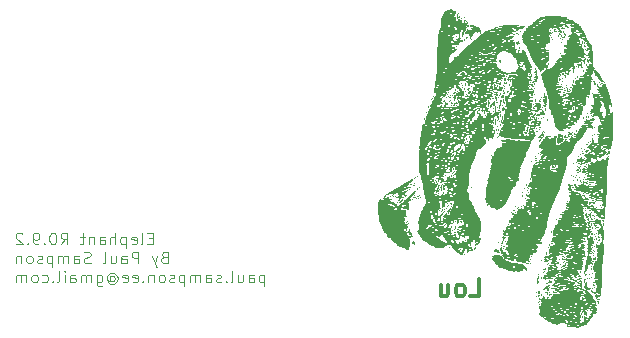
<source format=gbr>
%TF.GenerationSoftware,KiCad,Pcbnew,7.0.9*%
%TF.CreationDate,2024-01-02T07:57:38-07:00*%
%TF.ProjectId,ElephantR9,456c6570-6861-46e7-9452-392e6b696361,rev?*%
%TF.SameCoordinates,Original*%
%TF.FileFunction,Legend,Bot*%
%TF.FilePolarity,Positive*%
%FSLAX46Y46*%
G04 Gerber Fmt 4.6, Leading zero omitted, Abs format (unit mm)*
G04 Created by KiCad (PCBNEW 7.0.9) date 2024-01-02 07:57:38*
%MOMM*%
%LPD*%
G01*
G04 APERTURE LIST*
%ADD10C,0.125000*%
%ADD11C,0.300000*%
G04 APERTURE END LIST*
D10*
X30560760Y-44895309D02*
X30227427Y-44895309D01*
X30084570Y-45419119D02*
X30560760Y-45419119D01*
X30560760Y-45419119D02*
X30560760Y-44419119D01*
X30560760Y-44419119D02*
X30084570Y-44419119D01*
X29513141Y-45419119D02*
X29608379Y-45371500D01*
X29608379Y-45371500D02*
X29655998Y-45276261D01*
X29655998Y-45276261D02*
X29655998Y-44419119D01*
X28751236Y-45371500D02*
X28846474Y-45419119D01*
X28846474Y-45419119D02*
X29036950Y-45419119D01*
X29036950Y-45419119D02*
X29132188Y-45371500D01*
X29132188Y-45371500D02*
X29179807Y-45276261D01*
X29179807Y-45276261D02*
X29179807Y-44895309D01*
X29179807Y-44895309D02*
X29132188Y-44800071D01*
X29132188Y-44800071D02*
X29036950Y-44752452D01*
X29036950Y-44752452D02*
X28846474Y-44752452D01*
X28846474Y-44752452D02*
X28751236Y-44800071D01*
X28751236Y-44800071D02*
X28703617Y-44895309D01*
X28703617Y-44895309D02*
X28703617Y-44990547D01*
X28703617Y-44990547D02*
X29179807Y-45085785D01*
X28275045Y-44752452D02*
X28275045Y-45752452D01*
X28275045Y-44800071D02*
X28179807Y-44752452D01*
X28179807Y-44752452D02*
X27989331Y-44752452D01*
X27989331Y-44752452D02*
X27894093Y-44800071D01*
X27894093Y-44800071D02*
X27846474Y-44847690D01*
X27846474Y-44847690D02*
X27798855Y-44942928D01*
X27798855Y-44942928D02*
X27798855Y-45228642D01*
X27798855Y-45228642D02*
X27846474Y-45323880D01*
X27846474Y-45323880D02*
X27894093Y-45371500D01*
X27894093Y-45371500D02*
X27989331Y-45419119D01*
X27989331Y-45419119D02*
X28179807Y-45419119D01*
X28179807Y-45419119D02*
X28275045Y-45371500D01*
X27370283Y-45419119D02*
X27370283Y-44419119D01*
X26941712Y-45419119D02*
X26941712Y-44895309D01*
X26941712Y-44895309D02*
X26989331Y-44800071D01*
X26989331Y-44800071D02*
X27084569Y-44752452D01*
X27084569Y-44752452D02*
X27227426Y-44752452D01*
X27227426Y-44752452D02*
X27322664Y-44800071D01*
X27322664Y-44800071D02*
X27370283Y-44847690D01*
X26036950Y-45419119D02*
X26036950Y-44895309D01*
X26036950Y-44895309D02*
X26084569Y-44800071D01*
X26084569Y-44800071D02*
X26179807Y-44752452D01*
X26179807Y-44752452D02*
X26370283Y-44752452D01*
X26370283Y-44752452D02*
X26465521Y-44800071D01*
X26036950Y-45371500D02*
X26132188Y-45419119D01*
X26132188Y-45419119D02*
X26370283Y-45419119D01*
X26370283Y-45419119D02*
X26465521Y-45371500D01*
X26465521Y-45371500D02*
X26513140Y-45276261D01*
X26513140Y-45276261D02*
X26513140Y-45181023D01*
X26513140Y-45181023D02*
X26465521Y-45085785D01*
X26465521Y-45085785D02*
X26370283Y-45038166D01*
X26370283Y-45038166D02*
X26132188Y-45038166D01*
X26132188Y-45038166D02*
X26036950Y-44990547D01*
X25560759Y-44752452D02*
X25560759Y-45419119D01*
X25560759Y-44847690D02*
X25513140Y-44800071D01*
X25513140Y-44800071D02*
X25417902Y-44752452D01*
X25417902Y-44752452D02*
X25275045Y-44752452D01*
X25275045Y-44752452D02*
X25179807Y-44800071D01*
X25179807Y-44800071D02*
X25132188Y-44895309D01*
X25132188Y-44895309D02*
X25132188Y-45419119D01*
X24798854Y-44752452D02*
X24417902Y-44752452D01*
X24655997Y-44419119D02*
X24655997Y-45276261D01*
X24655997Y-45276261D02*
X24608378Y-45371500D01*
X24608378Y-45371500D02*
X24513140Y-45419119D01*
X24513140Y-45419119D02*
X24417902Y-45419119D01*
X22751235Y-45419119D02*
X23084568Y-44942928D01*
X23322663Y-45419119D02*
X23322663Y-44419119D01*
X23322663Y-44419119D02*
X22941711Y-44419119D01*
X22941711Y-44419119D02*
X22846473Y-44466738D01*
X22846473Y-44466738D02*
X22798854Y-44514357D01*
X22798854Y-44514357D02*
X22751235Y-44609595D01*
X22751235Y-44609595D02*
X22751235Y-44752452D01*
X22751235Y-44752452D02*
X22798854Y-44847690D01*
X22798854Y-44847690D02*
X22846473Y-44895309D01*
X22846473Y-44895309D02*
X22941711Y-44942928D01*
X22941711Y-44942928D02*
X23322663Y-44942928D01*
X22132187Y-44419119D02*
X22036949Y-44419119D01*
X22036949Y-44419119D02*
X21941711Y-44466738D01*
X21941711Y-44466738D02*
X21894092Y-44514357D01*
X21894092Y-44514357D02*
X21846473Y-44609595D01*
X21846473Y-44609595D02*
X21798854Y-44800071D01*
X21798854Y-44800071D02*
X21798854Y-45038166D01*
X21798854Y-45038166D02*
X21846473Y-45228642D01*
X21846473Y-45228642D02*
X21894092Y-45323880D01*
X21894092Y-45323880D02*
X21941711Y-45371500D01*
X21941711Y-45371500D02*
X22036949Y-45419119D01*
X22036949Y-45419119D02*
X22132187Y-45419119D01*
X22132187Y-45419119D02*
X22227425Y-45371500D01*
X22227425Y-45371500D02*
X22275044Y-45323880D01*
X22275044Y-45323880D02*
X22322663Y-45228642D01*
X22322663Y-45228642D02*
X22370282Y-45038166D01*
X22370282Y-45038166D02*
X22370282Y-44800071D01*
X22370282Y-44800071D02*
X22322663Y-44609595D01*
X22322663Y-44609595D02*
X22275044Y-44514357D01*
X22275044Y-44514357D02*
X22227425Y-44466738D01*
X22227425Y-44466738D02*
X22132187Y-44419119D01*
X21370282Y-45323880D02*
X21322663Y-45371500D01*
X21322663Y-45371500D02*
X21370282Y-45419119D01*
X21370282Y-45419119D02*
X21417901Y-45371500D01*
X21417901Y-45371500D02*
X21370282Y-45323880D01*
X21370282Y-45323880D02*
X21370282Y-45419119D01*
X20846473Y-45419119D02*
X20655997Y-45419119D01*
X20655997Y-45419119D02*
X20560759Y-45371500D01*
X20560759Y-45371500D02*
X20513140Y-45323880D01*
X20513140Y-45323880D02*
X20417902Y-45181023D01*
X20417902Y-45181023D02*
X20370283Y-44990547D01*
X20370283Y-44990547D02*
X20370283Y-44609595D01*
X20370283Y-44609595D02*
X20417902Y-44514357D01*
X20417902Y-44514357D02*
X20465521Y-44466738D01*
X20465521Y-44466738D02*
X20560759Y-44419119D01*
X20560759Y-44419119D02*
X20751235Y-44419119D01*
X20751235Y-44419119D02*
X20846473Y-44466738D01*
X20846473Y-44466738D02*
X20894092Y-44514357D01*
X20894092Y-44514357D02*
X20941711Y-44609595D01*
X20941711Y-44609595D02*
X20941711Y-44847690D01*
X20941711Y-44847690D02*
X20894092Y-44942928D01*
X20894092Y-44942928D02*
X20846473Y-44990547D01*
X20846473Y-44990547D02*
X20751235Y-45038166D01*
X20751235Y-45038166D02*
X20560759Y-45038166D01*
X20560759Y-45038166D02*
X20465521Y-44990547D01*
X20465521Y-44990547D02*
X20417902Y-44942928D01*
X20417902Y-44942928D02*
X20370283Y-44847690D01*
X19941711Y-45323880D02*
X19894092Y-45371500D01*
X19894092Y-45371500D02*
X19941711Y-45419119D01*
X19941711Y-45419119D02*
X19989330Y-45371500D01*
X19989330Y-45371500D02*
X19941711Y-45323880D01*
X19941711Y-45323880D02*
X19941711Y-45419119D01*
X19513140Y-44514357D02*
X19465521Y-44466738D01*
X19465521Y-44466738D02*
X19370283Y-44419119D01*
X19370283Y-44419119D02*
X19132188Y-44419119D01*
X19132188Y-44419119D02*
X19036950Y-44466738D01*
X19036950Y-44466738D02*
X18989331Y-44514357D01*
X18989331Y-44514357D02*
X18941712Y-44609595D01*
X18941712Y-44609595D02*
X18941712Y-44704833D01*
X18941712Y-44704833D02*
X18989331Y-44847690D01*
X18989331Y-44847690D02*
X19560759Y-45419119D01*
X19560759Y-45419119D02*
X18941712Y-45419119D01*
X31513142Y-46505309D02*
X31370285Y-46552928D01*
X31370285Y-46552928D02*
X31322666Y-46600547D01*
X31322666Y-46600547D02*
X31275047Y-46695785D01*
X31275047Y-46695785D02*
X31275047Y-46838642D01*
X31275047Y-46838642D02*
X31322666Y-46933880D01*
X31322666Y-46933880D02*
X31370285Y-46981500D01*
X31370285Y-46981500D02*
X31465523Y-47029119D01*
X31465523Y-47029119D02*
X31846475Y-47029119D01*
X31846475Y-47029119D02*
X31846475Y-46029119D01*
X31846475Y-46029119D02*
X31513142Y-46029119D01*
X31513142Y-46029119D02*
X31417904Y-46076738D01*
X31417904Y-46076738D02*
X31370285Y-46124357D01*
X31370285Y-46124357D02*
X31322666Y-46219595D01*
X31322666Y-46219595D02*
X31322666Y-46314833D01*
X31322666Y-46314833D02*
X31370285Y-46410071D01*
X31370285Y-46410071D02*
X31417904Y-46457690D01*
X31417904Y-46457690D02*
X31513142Y-46505309D01*
X31513142Y-46505309D02*
X31846475Y-46505309D01*
X30941713Y-46362452D02*
X30703618Y-47029119D01*
X30465523Y-46362452D02*
X30703618Y-47029119D01*
X30703618Y-47029119D02*
X30798856Y-47267214D01*
X30798856Y-47267214D02*
X30846475Y-47314833D01*
X30846475Y-47314833D02*
X30941713Y-47362452D01*
X29322665Y-47029119D02*
X29322665Y-46029119D01*
X29322665Y-46029119D02*
X28941713Y-46029119D01*
X28941713Y-46029119D02*
X28846475Y-46076738D01*
X28846475Y-46076738D02*
X28798856Y-46124357D01*
X28798856Y-46124357D02*
X28751237Y-46219595D01*
X28751237Y-46219595D02*
X28751237Y-46362452D01*
X28751237Y-46362452D02*
X28798856Y-46457690D01*
X28798856Y-46457690D02*
X28846475Y-46505309D01*
X28846475Y-46505309D02*
X28941713Y-46552928D01*
X28941713Y-46552928D02*
X29322665Y-46552928D01*
X27894094Y-47029119D02*
X27894094Y-46505309D01*
X27894094Y-46505309D02*
X27941713Y-46410071D01*
X27941713Y-46410071D02*
X28036951Y-46362452D01*
X28036951Y-46362452D02*
X28227427Y-46362452D01*
X28227427Y-46362452D02*
X28322665Y-46410071D01*
X27894094Y-46981500D02*
X27989332Y-47029119D01*
X27989332Y-47029119D02*
X28227427Y-47029119D01*
X28227427Y-47029119D02*
X28322665Y-46981500D01*
X28322665Y-46981500D02*
X28370284Y-46886261D01*
X28370284Y-46886261D02*
X28370284Y-46791023D01*
X28370284Y-46791023D02*
X28322665Y-46695785D01*
X28322665Y-46695785D02*
X28227427Y-46648166D01*
X28227427Y-46648166D02*
X27989332Y-46648166D01*
X27989332Y-46648166D02*
X27894094Y-46600547D01*
X26989332Y-46362452D02*
X26989332Y-47029119D01*
X27417903Y-46362452D02*
X27417903Y-46886261D01*
X27417903Y-46886261D02*
X27370284Y-46981500D01*
X27370284Y-46981500D02*
X27275046Y-47029119D01*
X27275046Y-47029119D02*
X27132189Y-47029119D01*
X27132189Y-47029119D02*
X27036951Y-46981500D01*
X27036951Y-46981500D02*
X26989332Y-46933880D01*
X26370284Y-47029119D02*
X26465522Y-46981500D01*
X26465522Y-46981500D02*
X26513141Y-46886261D01*
X26513141Y-46886261D02*
X26513141Y-46029119D01*
X25275045Y-46981500D02*
X25132188Y-47029119D01*
X25132188Y-47029119D02*
X24894093Y-47029119D01*
X24894093Y-47029119D02*
X24798855Y-46981500D01*
X24798855Y-46981500D02*
X24751236Y-46933880D01*
X24751236Y-46933880D02*
X24703617Y-46838642D01*
X24703617Y-46838642D02*
X24703617Y-46743404D01*
X24703617Y-46743404D02*
X24751236Y-46648166D01*
X24751236Y-46648166D02*
X24798855Y-46600547D01*
X24798855Y-46600547D02*
X24894093Y-46552928D01*
X24894093Y-46552928D02*
X25084569Y-46505309D01*
X25084569Y-46505309D02*
X25179807Y-46457690D01*
X25179807Y-46457690D02*
X25227426Y-46410071D01*
X25227426Y-46410071D02*
X25275045Y-46314833D01*
X25275045Y-46314833D02*
X25275045Y-46219595D01*
X25275045Y-46219595D02*
X25227426Y-46124357D01*
X25227426Y-46124357D02*
X25179807Y-46076738D01*
X25179807Y-46076738D02*
X25084569Y-46029119D01*
X25084569Y-46029119D02*
X24846474Y-46029119D01*
X24846474Y-46029119D02*
X24703617Y-46076738D01*
X23846474Y-47029119D02*
X23846474Y-46505309D01*
X23846474Y-46505309D02*
X23894093Y-46410071D01*
X23894093Y-46410071D02*
X23989331Y-46362452D01*
X23989331Y-46362452D02*
X24179807Y-46362452D01*
X24179807Y-46362452D02*
X24275045Y-46410071D01*
X23846474Y-46981500D02*
X23941712Y-47029119D01*
X23941712Y-47029119D02*
X24179807Y-47029119D01*
X24179807Y-47029119D02*
X24275045Y-46981500D01*
X24275045Y-46981500D02*
X24322664Y-46886261D01*
X24322664Y-46886261D02*
X24322664Y-46791023D01*
X24322664Y-46791023D02*
X24275045Y-46695785D01*
X24275045Y-46695785D02*
X24179807Y-46648166D01*
X24179807Y-46648166D02*
X23941712Y-46648166D01*
X23941712Y-46648166D02*
X23846474Y-46600547D01*
X23370283Y-47029119D02*
X23370283Y-46362452D01*
X23370283Y-46457690D02*
X23322664Y-46410071D01*
X23322664Y-46410071D02*
X23227426Y-46362452D01*
X23227426Y-46362452D02*
X23084569Y-46362452D01*
X23084569Y-46362452D02*
X22989331Y-46410071D01*
X22989331Y-46410071D02*
X22941712Y-46505309D01*
X22941712Y-46505309D02*
X22941712Y-47029119D01*
X22941712Y-46505309D02*
X22894093Y-46410071D01*
X22894093Y-46410071D02*
X22798855Y-46362452D01*
X22798855Y-46362452D02*
X22655998Y-46362452D01*
X22655998Y-46362452D02*
X22560759Y-46410071D01*
X22560759Y-46410071D02*
X22513140Y-46505309D01*
X22513140Y-46505309D02*
X22513140Y-47029119D01*
X22036950Y-46362452D02*
X22036950Y-47362452D01*
X22036950Y-46410071D02*
X21941712Y-46362452D01*
X21941712Y-46362452D02*
X21751236Y-46362452D01*
X21751236Y-46362452D02*
X21655998Y-46410071D01*
X21655998Y-46410071D02*
X21608379Y-46457690D01*
X21608379Y-46457690D02*
X21560760Y-46552928D01*
X21560760Y-46552928D02*
X21560760Y-46838642D01*
X21560760Y-46838642D02*
X21608379Y-46933880D01*
X21608379Y-46933880D02*
X21655998Y-46981500D01*
X21655998Y-46981500D02*
X21751236Y-47029119D01*
X21751236Y-47029119D02*
X21941712Y-47029119D01*
X21941712Y-47029119D02*
X22036950Y-46981500D01*
X21179807Y-46981500D02*
X21084569Y-47029119D01*
X21084569Y-47029119D02*
X20894093Y-47029119D01*
X20894093Y-47029119D02*
X20798855Y-46981500D01*
X20798855Y-46981500D02*
X20751236Y-46886261D01*
X20751236Y-46886261D02*
X20751236Y-46838642D01*
X20751236Y-46838642D02*
X20798855Y-46743404D01*
X20798855Y-46743404D02*
X20894093Y-46695785D01*
X20894093Y-46695785D02*
X21036950Y-46695785D01*
X21036950Y-46695785D02*
X21132188Y-46648166D01*
X21132188Y-46648166D02*
X21179807Y-46552928D01*
X21179807Y-46552928D02*
X21179807Y-46505309D01*
X21179807Y-46505309D02*
X21132188Y-46410071D01*
X21132188Y-46410071D02*
X21036950Y-46362452D01*
X21036950Y-46362452D02*
X20894093Y-46362452D01*
X20894093Y-46362452D02*
X20798855Y-46410071D01*
X20179807Y-47029119D02*
X20275045Y-46981500D01*
X20275045Y-46981500D02*
X20322664Y-46933880D01*
X20322664Y-46933880D02*
X20370283Y-46838642D01*
X20370283Y-46838642D02*
X20370283Y-46552928D01*
X20370283Y-46552928D02*
X20322664Y-46457690D01*
X20322664Y-46457690D02*
X20275045Y-46410071D01*
X20275045Y-46410071D02*
X20179807Y-46362452D01*
X20179807Y-46362452D02*
X20036950Y-46362452D01*
X20036950Y-46362452D02*
X19941712Y-46410071D01*
X19941712Y-46410071D02*
X19894093Y-46457690D01*
X19894093Y-46457690D02*
X19846474Y-46552928D01*
X19846474Y-46552928D02*
X19846474Y-46838642D01*
X19846474Y-46838642D02*
X19894093Y-46933880D01*
X19894093Y-46933880D02*
X19941712Y-46981500D01*
X19941712Y-46981500D02*
X20036950Y-47029119D01*
X20036950Y-47029119D02*
X20179807Y-47029119D01*
X19417902Y-46362452D02*
X19417902Y-47029119D01*
X19417902Y-46457690D02*
X19370283Y-46410071D01*
X19370283Y-46410071D02*
X19275045Y-46362452D01*
X19275045Y-46362452D02*
X19132188Y-46362452D01*
X19132188Y-46362452D02*
X19036950Y-46410071D01*
X19036950Y-46410071D02*
X18989331Y-46505309D01*
X18989331Y-46505309D02*
X18989331Y-47029119D01*
X39989330Y-47972452D02*
X39989330Y-48972452D01*
X39989330Y-48020071D02*
X39894092Y-47972452D01*
X39894092Y-47972452D02*
X39703616Y-47972452D01*
X39703616Y-47972452D02*
X39608378Y-48020071D01*
X39608378Y-48020071D02*
X39560759Y-48067690D01*
X39560759Y-48067690D02*
X39513140Y-48162928D01*
X39513140Y-48162928D02*
X39513140Y-48448642D01*
X39513140Y-48448642D02*
X39560759Y-48543880D01*
X39560759Y-48543880D02*
X39608378Y-48591500D01*
X39608378Y-48591500D02*
X39703616Y-48639119D01*
X39703616Y-48639119D02*
X39894092Y-48639119D01*
X39894092Y-48639119D02*
X39989330Y-48591500D01*
X38655997Y-48639119D02*
X38655997Y-48115309D01*
X38655997Y-48115309D02*
X38703616Y-48020071D01*
X38703616Y-48020071D02*
X38798854Y-47972452D01*
X38798854Y-47972452D02*
X38989330Y-47972452D01*
X38989330Y-47972452D02*
X39084568Y-48020071D01*
X38655997Y-48591500D02*
X38751235Y-48639119D01*
X38751235Y-48639119D02*
X38989330Y-48639119D01*
X38989330Y-48639119D02*
X39084568Y-48591500D01*
X39084568Y-48591500D02*
X39132187Y-48496261D01*
X39132187Y-48496261D02*
X39132187Y-48401023D01*
X39132187Y-48401023D02*
X39084568Y-48305785D01*
X39084568Y-48305785D02*
X38989330Y-48258166D01*
X38989330Y-48258166D02*
X38751235Y-48258166D01*
X38751235Y-48258166D02*
X38655997Y-48210547D01*
X37751235Y-47972452D02*
X37751235Y-48639119D01*
X38179806Y-47972452D02*
X38179806Y-48496261D01*
X38179806Y-48496261D02*
X38132187Y-48591500D01*
X38132187Y-48591500D02*
X38036949Y-48639119D01*
X38036949Y-48639119D02*
X37894092Y-48639119D01*
X37894092Y-48639119D02*
X37798854Y-48591500D01*
X37798854Y-48591500D02*
X37751235Y-48543880D01*
X37132187Y-48639119D02*
X37227425Y-48591500D01*
X37227425Y-48591500D02*
X37275044Y-48496261D01*
X37275044Y-48496261D02*
X37275044Y-47639119D01*
X36751234Y-48543880D02*
X36703615Y-48591500D01*
X36703615Y-48591500D02*
X36751234Y-48639119D01*
X36751234Y-48639119D02*
X36798853Y-48591500D01*
X36798853Y-48591500D02*
X36751234Y-48543880D01*
X36751234Y-48543880D02*
X36751234Y-48639119D01*
X36322663Y-48591500D02*
X36227425Y-48639119D01*
X36227425Y-48639119D02*
X36036949Y-48639119D01*
X36036949Y-48639119D02*
X35941711Y-48591500D01*
X35941711Y-48591500D02*
X35894092Y-48496261D01*
X35894092Y-48496261D02*
X35894092Y-48448642D01*
X35894092Y-48448642D02*
X35941711Y-48353404D01*
X35941711Y-48353404D02*
X36036949Y-48305785D01*
X36036949Y-48305785D02*
X36179806Y-48305785D01*
X36179806Y-48305785D02*
X36275044Y-48258166D01*
X36275044Y-48258166D02*
X36322663Y-48162928D01*
X36322663Y-48162928D02*
X36322663Y-48115309D01*
X36322663Y-48115309D02*
X36275044Y-48020071D01*
X36275044Y-48020071D02*
X36179806Y-47972452D01*
X36179806Y-47972452D02*
X36036949Y-47972452D01*
X36036949Y-47972452D02*
X35941711Y-48020071D01*
X35036949Y-48639119D02*
X35036949Y-48115309D01*
X35036949Y-48115309D02*
X35084568Y-48020071D01*
X35084568Y-48020071D02*
X35179806Y-47972452D01*
X35179806Y-47972452D02*
X35370282Y-47972452D01*
X35370282Y-47972452D02*
X35465520Y-48020071D01*
X35036949Y-48591500D02*
X35132187Y-48639119D01*
X35132187Y-48639119D02*
X35370282Y-48639119D01*
X35370282Y-48639119D02*
X35465520Y-48591500D01*
X35465520Y-48591500D02*
X35513139Y-48496261D01*
X35513139Y-48496261D02*
X35513139Y-48401023D01*
X35513139Y-48401023D02*
X35465520Y-48305785D01*
X35465520Y-48305785D02*
X35370282Y-48258166D01*
X35370282Y-48258166D02*
X35132187Y-48258166D01*
X35132187Y-48258166D02*
X35036949Y-48210547D01*
X34560758Y-48639119D02*
X34560758Y-47972452D01*
X34560758Y-48067690D02*
X34513139Y-48020071D01*
X34513139Y-48020071D02*
X34417901Y-47972452D01*
X34417901Y-47972452D02*
X34275044Y-47972452D01*
X34275044Y-47972452D02*
X34179806Y-48020071D01*
X34179806Y-48020071D02*
X34132187Y-48115309D01*
X34132187Y-48115309D02*
X34132187Y-48639119D01*
X34132187Y-48115309D02*
X34084568Y-48020071D01*
X34084568Y-48020071D02*
X33989330Y-47972452D01*
X33989330Y-47972452D02*
X33846473Y-47972452D01*
X33846473Y-47972452D02*
X33751234Y-48020071D01*
X33751234Y-48020071D02*
X33703615Y-48115309D01*
X33703615Y-48115309D02*
X33703615Y-48639119D01*
X33227425Y-47972452D02*
X33227425Y-48972452D01*
X33227425Y-48020071D02*
X33132187Y-47972452D01*
X33132187Y-47972452D02*
X32941711Y-47972452D01*
X32941711Y-47972452D02*
X32846473Y-48020071D01*
X32846473Y-48020071D02*
X32798854Y-48067690D01*
X32798854Y-48067690D02*
X32751235Y-48162928D01*
X32751235Y-48162928D02*
X32751235Y-48448642D01*
X32751235Y-48448642D02*
X32798854Y-48543880D01*
X32798854Y-48543880D02*
X32846473Y-48591500D01*
X32846473Y-48591500D02*
X32941711Y-48639119D01*
X32941711Y-48639119D02*
X33132187Y-48639119D01*
X33132187Y-48639119D02*
X33227425Y-48591500D01*
X32370282Y-48591500D02*
X32275044Y-48639119D01*
X32275044Y-48639119D02*
X32084568Y-48639119D01*
X32084568Y-48639119D02*
X31989330Y-48591500D01*
X31989330Y-48591500D02*
X31941711Y-48496261D01*
X31941711Y-48496261D02*
X31941711Y-48448642D01*
X31941711Y-48448642D02*
X31989330Y-48353404D01*
X31989330Y-48353404D02*
X32084568Y-48305785D01*
X32084568Y-48305785D02*
X32227425Y-48305785D01*
X32227425Y-48305785D02*
X32322663Y-48258166D01*
X32322663Y-48258166D02*
X32370282Y-48162928D01*
X32370282Y-48162928D02*
X32370282Y-48115309D01*
X32370282Y-48115309D02*
X32322663Y-48020071D01*
X32322663Y-48020071D02*
X32227425Y-47972452D01*
X32227425Y-47972452D02*
X32084568Y-47972452D01*
X32084568Y-47972452D02*
X31989330Y-48020071D01*
X31370282Y-48639119D02*
X31465520Y-48591500D01*
X31465520Y-48591500D02*
X31513139Y-48543880D01*
X31513139Y-48543880D02*
X31560758Y-48448642D01*
X31560758Y-48448642D02*
X31560758Y-48162928D01*
X31560758Y-48162928D02*
X31513139Y-48067690D01*
X31513139Y-48067690D02*
X31465520Y-48020071D01*
X31465520Y-48020071D02*
X31370282Y-47972452D01*
X31370282Y-47972452D02*
X31227425Y-47972452D01*
X31227425Y-47972452D02*
X31132187Y-48020071D01*
X31132187Y-48020071D02*
X31084568Y-48067690D01*
X31084568Y-48067690D02*
X31036949Y-48162928D01*
X31036949Y-48162928D02*
X31036949Y-48448642D01*
X31036949Y-48448642D02*
X31084568Y-48543880D01*
X31084568Y-48543880D02*
X31132187Y-48591500D01*
X31132187Y-48591500D02*
X31227425Y-48639119D01*
X31227425Y-48639119D02*
X31370282Y-48639119D01*
X30608377Y-47972452D02*
X30608377Y-48639119D01*
X30608377Y-48067690D02*
X30560758Y-48020071D01*
X30560758Y-48020071D02*
X30465520Y-47972452D01*
X30465520Y-47972452D02*
X30322663Y-47972452D01*
X30322663Y-47972452D02*
X30227425Y-48020071D01*
X30227425Y-48020071D02*
X30179806Y-48115309D01*
X30179806Y-48115309D02*
X30179806Y-48639119D01*
X29703615Y-48543880D02*
X29655996Y-48591500D01*
X29655996Y-48591500D02*
X29703615Y-48639119D01*
X29703615Y-48639119D02*
X29751234Y-48591500D01*
X29751234Y-48591500D02*
X29703615Y-48543880D01*
X29703615Y-48543880D02*
X29703615Y-48639119D01*
X28846473Y-48591500D02*
X28941711Y-48639119D01*
X28941711Y-48639119D02*
X29132187Y-48639119D01*
X29132187Y-48639119D02*
X29227425Y-48591500D01*
X29227425Y-48591500D02*
X29275044Y-48496261D01*
X29275044Y-48496261D02*
X29275044Y-48115309D01*
X29275044Y-48115309D02*
X29227425Y-48020071D01*
X29227425Y-48020071D02*
X29132187Y-47972452D01*
X29132187Y-47972452D02*
X28941711Y-47972452D01*
X28941711Y-47972452D02*
X28846473Y-48020071D01*
X28846473Y-48020071D02*
X28798854Y-48115309D01*
X28798854Y-48115309D02*
X28798854Y-48210547D01*
X28798854Y-48210547D02*
X29275044Y-48305785D01*
X27989330Y-48591500D02*
X28084568Y-48639119D01*
X28084568Y-48639119D02*
X28275044Y-48639119D01*
X28275044Y-48639119D02*
X28370282Y-48591500D01*
X28370282Y-48591500D02*
X28417901Y-48496261D01*
X28417901Y-48496261D02*
X28417901Y-48115309D01*
X28417901Y-48115309D02*
X28370282Y-48020071D01*
X28370282Y-48020071D02*
X28275044Y-47972452D01*
X28275044Y-47972452D02*
X28084568Y-47972452D01*
X28084568Y-47972452D02*
X27989330Y-48020071D01*
X27989330Y-48020071D02*
X27941711Y-48115309D01*
X27941711Y-48115309D02*
X27941711Y-48210547D01*
X27941711Y-48210547D02*
X28417901Y-48305785D01*
X26894092Y-48162928D02*
X26941711Y-48115309D01*
X26941711Y-48115309D02*
X27036949Y-48067690D01*
X27036949Y-48067690D02*
X27132187Y-48067690D01*
X27132187Y-48067690D02*
X27227425Y-48115309D01*
X27227425Y-48115309D02*
X27275044Y-48162928D01*
X27275044Y-48162928D02*
X27322663Y-48258166D01*
X27322663Y-48258166D02*
X27322663Y-48353404D01*
X27322663Y-48353404D02*
X27275044Y-48448642D01*
X27275044Y-48448642D02*
X27227425Y-48496261D01*
X27227425Y-48496261D02*
X27132187Y-48543880D01*
X27132187Y-48543880D02*
X27036949Y-48543880D01*
X27036949Y-48543880D02*
X26941711Y-48496261D01*
X26941711Y-48496261D02*
X26894092Y-48448642D01*
X26894092Y-48067690D02*
X26894092Y-48448642D01*
X26894092Y-48448642D02*
X26846473Y-48496261D01*
X26846473Y-48496261D02*
X26798854Y-48496261D01*
X26798854Y-48496261D02*
X26703615Y-48448642D01*
X26703615Y-48448642D02*
X26655996Y-48353404D01*
X26655996Y-48353404D02*
X26655996Y-48115309D01*
X26655996Y-48115309D02*
X26751235Y-47972452D01*
X26751235Y-47972452D02*
X26894092Y-47877214D01*
X26894092Y-47877214D02*
X27084568Y-47829595D01*
X27084568Y-47829595D02*
X27275044Y-47877214D01*
X27275044Y-47877214D02*
X27417901Y-47972452D01*
X27417901Y-47972452D02*
X27513139Y-48115309D01*
X27513139Y-48115309D02*
X27560758Y-48305785D01*
X27560758Y-48305785D02*
X27513139Y-48496261D01*
X27513139Y-48496261D02*
X27417901Y-48639119D01*
X27417901Y-48639119D02*
X27275044Y-48734357D01*
X27275044Y-48734357D02*
X27084568Y-48781976D01*
X27084568Y-48781976D02*
X26894092Y-48734357D01*
X26894092Y-48734357D02*
X26751235Y-48639119D01*
X25798854Y-47972452D02*
X25798854Y-48781976D01*
X25798854Y-48781976D02*
X25846473Y-48877214D01*
X25846473Y-48877214D02*
X25894092Y-48924833D01*
X25894092Y-48924833D02*
X25989330Y-48972452D01*
X25989330Y-48972452D02*
X26132187Y-48972452D01*
X26132187Y-48972452D02*
X26227425Y-48924833D01*
X25798854Y-48591500D02*
X25894092Y-48639119D01*
X25894092Y-48639119D02*
X26084568Y-48639119D01*
X26084568Y-48639119D02*
X26179806Y-48591500D01*
X26179806Y-48591500D02*
X26227425Y-48543880D01*
X26227425Y-48543880D02*
X26275044Y-48448642D01*
X26275044Y-48448642D02*
X26275044Y-48162928D01*
X26275044Y-48162928D02*
X26227425Y-48067690D01*
X26227425Y-48067690D02*
X26179806Y-48020071D01*
X26179806Y-48020071D02*
X26084568Y-47972452D01*
X26084568Y-47972452D02*
X25894092Y-47972452D01*
X25894092Y-47972452D02*
X25798854Y-48020071D01*
X25322663Y-48639119D02*
X25322663Y-47972452D01*
X25322663Y-48067690D02*
X25275044Y-48020071D01*
X25275044Y-48020071D02*
X25179806Y-47972452D01*
X25179806Y-47972452D02*
X25036949Y-47972452D01*
X25036949Y-47972452D02*
X24941711Y-48020071D01*
X24941711Y-48020071D02*
X24894092Y-48115309D01*
X24894092Y-48115309D02*
X24894092Y-48639119D01*
X24894092Y-48115309D02*
X24846473Y-48020071D01*
X24846473Y-48020071D02*
X24751235Y-47972452D01*
X24751235Y-47972452D02*
X24608378Y-47972452D01*
X24608378Y-47972452D02*
X24513139Y-48020071D01*
X24513139Y-48020071D02*
X24465520Y-48115309D01*
X24465520Y-48115309D02*
X24465520Y-48639119D01*
X23560759Y-48639119D02*
X23560759Y-48115309D01*
X23560759Y-48115309D02*
X23608378Y-48020071D01*
X23608378Y-48020071D02*
X23703616Y-47972452D01*
X23703616Y-47972452D02*
X23894092Y-47972452D01*
X23894092Y-47972452D02*
X23989330Y-48020071D01*
X23560759Y-48591500D02*
X23655997Y-48639119D01*
X23655997Y-48639119D02*
X23894092Y-48639119D01*
X23894092Y-48639119D02*
X23989330Y-48591500D01*
X23989330Y-48591500D02*
X24036949Y-48496261D01*
X24036949Y-48496261D02*
X24036949Y-48401023D01*
X24036949Y-48401023D02*
X23989330Y-48305785D01*
X23989330Y-48305785D02*
X23894092Y-48258166D01*
X23894092Y-48258166D02*
X23655997Y-48258166D01*
X23655997Y-48258166D02*
X23560759Y-48210547D01*
X23084568Y-48639119D02*
X23084568Y-47972452D01*
X23084568Y-47639119D02*
X23132187Y-47686738D01*
X23132187Y-47686738D02*
X23084568Y-47734357D01*
X23084568Y-47734357D02*
X23036949Y-47686738D01*
X23036949Y-47686738D02*
X23084568Y-47639119D01*
X23084568Y-47639119D02*
X23084568Y-47734357D01*
X22465521Y-48639119D02*
X22560759Y-48591500D01*
X22560759Y-48591500D02*
X22608378Y-48496261D01*
X22608378Y-48496261D02*
X22608378Y-47639119D01*
X22084568Y-48543880D02*
X22036949Y-48591500D01*
X22036949Y-48591500D02*
X22084568Y-48639119D01*
X22084568Y-48639119D02*
X22132187Y-48591500D01*
X22132187Y-48591500D02*
X22084568Y-48543880D01*
X22084568Y-48543880D02*
X22084568Y-48639119D01*
X21179807Y-48591500D02*
X21275045Y-48639119D01*
X21275045Y-48639119D02*
X21465521Y-48639119D01*
X21465521Y-48639119D02*
X21560759Y-48591500D01*
X21560759Y-48591500D02*
X21608378Y-48543880D01*
X21608378Y-48543880D02*
X21655997Y-48448642D01*
X21655997Y-48448642D02*
X21655997Y-48162928D01*
X21655997Y-48162928D02*
X21608378Y-48067690D01*
X21608378Y-48067690D02*
X21560759Y-48020071D01*
X21560759Y-48020071D02*
X21465521Y-47972452D01*
X21465521Y-47972452D02*
X21275045Y-47972452D01*
X21275045Y-47972452D02*
X21179807Y-48020071D01*
X20608378Y-48639119D02*
X20703616Y-48591500D01*
X20703616Y-48591500D02*
X20751235Y-48543880D01*
X20751235Y-48543880D02*
X20798854Y-48448642D01*
X20798854Y-48448642D02*
X20798854Y-48162928D01*
X20798854Y-48162928D02*
X20751235Y-48067690D01*
X20751235Y-48067690D02*
X20703616Y-48020071D01*
X20703616Y-48020071D02*
X20608378Y-47972452D01*
X20608378Y-47972452D02*
X20465521Y-47972452D01*
X20465521Y-47972452D02*
X20370283Y-48020071D01*
X20370283Y-48020071D02*
X20322664Y-48067690D01*
X20322664Y-48067690D02*
X20275045Y-48162928D01*
X20275045Y-48162928D02*
X20275045Y-48448642D01*
X20275045Y-48448642D02*
X20322664Y-48543880D01*
X20322664Y-48543880D02*
X20370283Y-48591500D01*
X20370283Y-48591500D02*
X20465521Y-48639119D01*
X20465521Y-48639119D02*
X20608378Y-48639119D01*
X19846473Y-48639119D02*
X19846473Y-47972452D01*
X19846473Y-48067690D02*
X19798854Y-48020071D01*
X19798854Y-48020071D02*
X19703616Y-47972452D01*
X19703616Y-47972452D02*
X19560759Y-47972452D01*
X19560759Y-47972452D02*
X19465521Y-48020071D01*
X19465521Y-48020071D02*
X19417902Y-48115309D01*
X19417902Y-48115309D02*
X19417902Y-48639119D01*
X19417902Y-48115309D02*
X19370283Y-48020071D01*
X19370283Y-48020071D02*
X19275045Y-47972452D01*
X19275045Y-47972452D02*
X19132188Y-47972452D01*
X19132188Y-47972452D02*
X19036949Y-48020071D01*
X19036949Y-48020071D02*
X18989330Y-48115309D01*
X18989330Y-48115309D02*
X18989330Y-48639119D01*
D11*
X57407857Y-49827328D02*
X58122143Y-49827328D01*
X58122143Y-49827328D02*
X58122143Y-48327328D01*
X56693571Y-49827328D02*
X56836428Y-49755900D01*
X56836428Y-49755900D02*
X56907857Y-49684471D01*
X56907857Y-49684471D02*
X56979285Y-49541614D01*
X56979285Y-49541614D02*
X56979285Y-49113042D01*
X56979285Y-49113042D02*
X56907857Y-48970185D01*
X56907857Y-48970185D02*
X56836428Y-48898757D01*
X56836428Y-48898757D02*
X56693571Y-48827328D01*
X56693571Y-48827328D02*
X56479285Y-48827328D01*
X56479285Y-48827328D02*
X56336428Y-48898757D01*
X56336428Y-48898757D02*
X56265000Y-48970185D01*
X56265000Y-48970185D02*
X56193571Y-49113042D01*
X56193571Y-49113042D02*
X56193571Y-49541614D01*
X56193571Y-49541614D02*
X56265000Y-49684471D01*
X56265000Y-49684471D02*
X56336428Y-49755900D01*
X56336428Y-49755900D02*
X56479285Y-49827328D01*
X56479285Y-49827328D02*
X56693571Y-49827328D01*
X54907857Y-48827328D02*
X54907857Y-49827328D01*
X55550714Y-48827328D02*
X55550714Y-49613042D01*
X55550714Y-49613042D02*
X55479285Y-49755900D01*
X55479285Y-49755900D02*
X55336428Y-49827328D01*
X55336428Y-49827328D02*
X55122142Y-49827328D01*
X55122142Y-49827328D02*
X54979285Y-49755900D01*
X54979285Y-49755900D02*
X54907857Y-49684471D01*
%TO.C,G\u002A\u002A\u002A*%
G36*
X68773543Y-34667754D02*
G01*
X68753255Y-34688042D01*
X68732968Y-34667754D01*
X68753255Y-34647467D01*
X68773543Y-34667754D01*
G37*
G36*
X68448942Y-41849543D02*
G01*
X68428655Y-41869831D01*
X68408367Y-41849543D01*
X68428655Y-41829256D01*
X68448942Y-41849543D01*
G37*
G36*
X68286642Y-35195230D02*
G01*
X68266354Y-35215518D01*
X68246067Y-35195230D01*
X68266354Y-35174943D01*
X68286642Y-35195230D01*
G37*
G36*
X68164917Y-44689799D02*
G01*
X68144629Y-44710086D01*
X68124342Y-44689799D01*
X68144629Y-44669511D01*
X68164917Y-44689799D01*
G37*
G36*
X68164917Y-35235805D02*
G01*
X68144629Y-35256093D01*
X68124342Y-35235805D01*
X68144629Y-35215518D01*
X68164917Y-35235805D01*
G37*
G36*
X68124342Y-36493633D02*
G01*
X68104054Y-36513920D01*
X68083767Y-36493633D01*
X68104054Y-36473345D01*
X68124342Y-36493633D01*
G37*
G36*
X68124342Y-36209607D02*
G01*
X68104054Y-36229895D01*
X68083767Y-36209607D01*
X68104054Y-36189320D01*
X68124342Y-36209607D01*
G37*
G36*
X68124342Y-35885006D02*
G01*
X68104054Y-35905294D01*
X68083767Y-35885006D01*
X68104054Y-35864719D01*
X68124342Y-35885006D01*
G37*
G36*
X68124342Y-31584048D02*
G01*
X68104054Y-31604336D01*
X68083767Y-31584048D01*
X68104054Y-31563760D01*
X68124342Y-31584048D01*
G37*
G36*
X68083767Y-44608649D02*
G01*
X68063479Y-44628936D01*
X68043192Y-44608649D01*
X68063479Y-44588361D01*
X68083767Y-44608649D01*
G37*
G36*
X68083767Y-44284048D02*
G01*
X68063479Y-44304336D01*
X68043192Y-44284048D01*
X68063479Y-44263760D01*
X68083767Y-44284048D01*
G37*
G36*
X67962041Y-45582451D02*
G01*
X67941754Y-45602738D01*
X67921466Y-45582451D01*
X67941754Y-45562163D01*
X67962041Y-45582451D01*
G37*
G36*
X67962041Y-31300022D02*
G01*
X67941754Y-31320310D01*
X67921466Y-31300022D01*
X67941754Y-31279735D01*
X67962041Y-31300022D01*
G37*
G36*
X67921466Y-35966157D02*
G01*
X67901179Y-35986444D01*
X67880891Y-35966157D01*
X67901179Y-35945869D01*
X67921466Y-35966157D01*
G37*
G36*
X67840316Y-35885006D02*
G01*
X67820029Y-35905294D01*
X67799741Y-35885006D01*
X67820029Y-35864719D01*
X67840316Y-35885006D01*
G37*
G36*
X67840316Y-33247626D02*
G01*
X67820029Y-33267914D01*
X67799741Y-33247626D01*
X67820029Y-33227339D01*
X67840316Y-33247626D01*
G37*
G36*
X67799741Y-48585006D02*
G01*
X67779454Y-48605294D01*
X67759166Y-48585006D01*
X67779454Y-48564719D01*
X67799741Y-48585006D01*
G37*
G36*
X67718591Y-48098106D02*
G01*
X67698303Y-48118393D01*
X67678016Y-48098106D01*
X67698303Y-48077818D01*
X67718591Y-48098106D01*
G37*
G36*
X67678016Y-36412483D02*
G01*
X67657728Y-36432770D01*
X67637441Y-36412483D01*
X67657728Y-36392195D01*
X67678016Y-36412483D01*
G37*
G36*
X67637441Y-48909607D02*
G01*
X67617153Y-48929895D01*
X67596866Y-48909607D01*
X67617153Y-48889320D01*
X67637441Y-48909607D01*
G37*
G36*
X67596866Y-36047307D02*
G01*
X67576578Y-36067594D01*
X67556291Y-36047307D01*
X67576578Y-36027019D01*
X67596866Y-36047307D01*
G37*
G36*
X67556291Y-48300981D02*
G01*
X67536003Y-48321268D01*
X67515716Y-48300981D01*
X67536003Y-48280693D01*
X67556291Y-48300981D01*
G37*
G36*
X67515716Y-42458169D02*
G01*
X67495428Y-42478457D01*
X67475140Y-42458169D01*
X67495428Y-42437882D01*
X67515716Y-42458169D01*
G37*
G36*
X67515716Y-29027818D02*
G01*
X67495428Y-29048106D01*
X67475140Y-29027818D01*
X67495428Y-29007530D01*
X67515716Y-29027818D01*
G37*
G36*
X67475140Y-48057530D02*
G01*
X67454853Y-48077818D01*
X67434565Y-48057530D01*
X67454853Y-48037243D01*
X67475140Y-48057530D01*
G37*
G36*
X67475140Y-41606093D02*
G01*
X67454853Y-41626380D01*
X67434565Y-41606093D01*
X67454853Y-41585805D01*
X67475140Y-41606093D01*
G37*
G36*
X67393990Y-42539320D02*
G01*
X67373703Y-42559607D01*
X67353415Y-42539320D01*
X67373703Y-42519032D01*
X67393990Y-42539320D01*
G37*
G36*
X67393990Y-34059128D02*
G01*
X67373703Y-34079415D01*
X67353415Y-34059128D01*
X67373703Y-34038840D01*
X67393990Y-34059128D01*
G37*
G36*
X67272265Y-38644112D02*
G01*
X67251977Y-38664399D01*
X67231690Y-38644112D01*
X67251977Y-38623824D01*
X67272265Y-38644112D01*
G37*
G36*
X67272265Y-34667754D02*
G01*
X67251977Y-34688042D01*
X67231690Y-34667754D01*
X67251977Y-34647467D01*
X67272265Y-34667754D01*
G37*
G36*
X67272265Y-34586604D02*
G01*
X67251977Y-34606891D01*
X67231690Y-34586604D01*
X67251977Y-34566316D01*
X67272265Y-34586604D01*
G37*
G36*
X67272265Y-33612802D02*
G01*
X67251977Y-33633090D01*
X67231690Y-33612802D01*
X67251977Y-33592514D01*
X67272265Y-33612802D01*
G37*
G36*
X67191115Y-42377019D02*
G01*
X67170827Y-42397307D01*
X67150540Y-42377019D01*
X67170827Y-42356732D01*
X67191115Y-42377019D01*
G37*
G36*
X67150540Y-28824943D02*
G01*
X67130252Y-28845230D01*
X67109965Y-28824943D01*
X67130252Y-28804655D01*
X67150540Y-28824943D01*
G37*
G36*
X67069390Y-39415038D02*
G01*
X67049102Y-39435326D01*
X67028815Y-39415038D01*
X67049102Y-39394751D01*
X67069390Y-39415038D01*
G37*
G36*
X66825939Y-51952738D02*
G01*
X66805652Y-51973026D01*
X66785364Y-51952738D01*
X66805652Y-51932451D01*
X66825939Y-51952738D01*
G37*
G36*
X66825939Y-28135166D02*
G01*
X66805652Y-28155454D01*
X66785364Y-28135166D01*
X66805652Y-28114879D01*
X66825939Y-28135166D01*
G37*
G36*
X66744789Y-37629735D02*
G01*
X66724501Y-37650022D01*
X66704214Y-37629735D01*
X66724501Y-37609447D01*
X66744789Y-37629735D01*
G37*
G36*
X66744789Y-37183409D02*
G01*
X66724501Y-37203697D01*
X66704214Y-37183409D01*
X66724501Y-37163122D01*
X66744789Y-37183409D01*
G37*
G36*
X66623064Y-39861364D02*
G01*
X66602776Y-39881652D01*
X66582489Y-39861364D01*
X66602776Y-39841077D01*
X66623064Y-39861364D01*
G37*
G36*
X66541914Y-48260406D02*
G01*
X66521626Y-48280693D01*
X66501339Y-48260406D01*
X66521626Y-48240118D01*
X66541914Y-48260406D01*
G37*
G36*
X66541914Y-38806412D02*
G01*
X66521626Y-38826700D01*
X66501339Y-38806412D01*
X66521626Y-38786125D01*
X66541914Y-38806412D01*
G37*
G36*
X66541914Y-35560406D02*
G01*
X66521626Y-35580693D01*
X66501339Y-35560406D01*
X66521626Y-35540118D01*
X66541914Y-35560406D01*
G37*
G36*
X66501339Y-30488521D02*
G01*
X66481051Y-30508808D01*
X66460763Y-30488521D01*
X66481051Y-30468233D01*
X66501339Y-30488521D01*
G37*
G36*
X66460763Y-39415038D02*
G01*
X66440476Y-39435326D01*
X66420188Y-39415038D01*
X66440476Y-39394751D01*
X66460763Y-39415038D01*
G37*
G36*
X66460763Y-38968713D02*
G01*
X66440476Y-38989000D01*
X66420188Y-38968713D01*
X66440476Y-38948425D01*
X66460763Y-38968713D01*
G37*
G36*
X66379613Y-35195230D02*
G01*
X66359326Y-35215518D01*
X66339038Y-35195230D01*
X66359326Y-35174943D01*
X66379613Y-35195230D01*
G37*
G36*
X66339038Y-39455614D02*
G01*
X66318751Y-39475901D01*
X66298463Y-39455614D01*
X66318751Y-39435326D01*
X66339038Y-39455614D01*
G37*
G36*
X66339038Y-39009288D02*
G01*
X66318751Y-39029575D01*
X66298463Y-39009288D01*
X66318751Y-38989000D01*
X66339038Y-39009288D01*
G37*
G36*
X66217313Y-39252738D02*
G01*
X66197025Y-39273026D01*
X66176738Y-39252738D01*
X66197025Y-39232451D01*
X66217313Y-39252738D01*
G37*
G36*
X66217313Y-39090438D02*
G01*
X66197025Y-39110725D01*
X66176738Y-39090438D01*
X66197025Y-39070150D01*
X66217313Y-39090438D01*
G37*
G36*
X66217313Y-38846987D02*
G01*
X66197025Y-38867275D01*
X66176738Y-38846987D01*
X66197025Y-38826700D01*
X66217313Y-38846987D01*
G37*
G36*
X66217313Y-35844431D02*
G01*
X66197025Y-35864719D01*
X66176738Y-35844431D01*
X66197025Y-35824144D01*
X66217313Y-35844431D01*
G37*
G36*
X66176738Y-39658489D02*
G01*
X66156450Y-39678776D01*
X66136163Y-39658489D01*
X66156450Y-39638201D01*
X66176738Y-39658489D01*
G37*
G36*
X66176738Y-38562962D02*
G01*
X66156450Y-38583249D01*
X66136163Y-38562962D01*
X66156450Y-38542674D01*
X66176738Y-38562962D01*
G37*
G36*
X66136163Y-31178297D02*
G01*
X66115875Y-31198585D01*
X66095588Y-31178297D01*
X66115875Y-31158010D01*
X66136163Y-31178297D01*
G37*
G36*
X66055013Y-39293313D02*
G01*
X66034725Y-39313601D01*
X66014438Y-39293313D01*
X66034725Y-39273026D01*
X66055013Y-39293313D01*
G37*
G36*
X66014438Y-39983090D02*
G01*
X65994150Y-40003377D01*
X65973862Y-39983090D01*
X65994150Y-39962802D01*
X66014438Y-39983090D01*
G37*
G36*
X66014438Y-39577339D02*
G01*
X65994150Y-39597626D01*
X65973862Y-39577339D01*
X65994150Y-39557051D01*
X66014438Y-39577339D01*
G37*
G36*
X65973862Y-43797147D02*
G01*
X65953575Y-43817435D01*
X65933287Y-43797147D01*
X65953575Y-43776860D01*
X65973862Y-43797147D01*
G37*
G36*
X65933287Y-31543473D02*
G01*
X65913000Y-31563760D01*
X65892712Y-31543473D01*
X65913000Y-31523185D01*
X65933287Y-31543473D01*
G37*
G36*
X65892712Y-31989799D02*
G01*
X65872425Y-32010086D01*
X65852137Y-31989799D01*
X65872425Y-31969511D01*
X65892712Y-31989799D01*
G37*
G36*
X65811562Y-39536764D02*
G01*
X65791275Y-39557051D01*
X65770987Y-39536764D01*
X65791275Y-39516476D01*
X65811562Y-39536764D01*
G37*
G36*
X65730412Y-41281492D02*
G01*
X65710124Y-41301780D01*
X65689837Y-41281492D01*
X65710124Y-41261205D01*
X65730412Y-41281492D01*
G37*
G36*
X65689837Y-41768393D02*
G01*
X65669549Y-41788681D01*
X65649262Y-41768393D01*
X65669549Y-41748106D01*
X65689837Y-41768393D01*
G37*
G36*
X65689837Y-32030374D02*
G01*
X65669549Y-32050661D01*
X65649262Y-32030374D01*
X65669549Y-32010086D01*
X65689837Y-32030374D01*
G37*
G36*
X65649262Y-45744751D02*
G01*
X65628974Y-45765038D01*
X65608687Y-45744751D01*
X65628974Y-45724463D01*
X65649262Y-45744751D01*
G37*
G36*
X65568112Y-40023665D02*
G01*
X65547824Y-40043952D01*
X65527537Y-40023665D01*
X65547824Y-40003377D01*
X65568112Y-40023665D01*
G37*
G36*
X65527537Y-41849543D02*
G01*
X65507249Y-41869831D01*
X65486962Y-41849543D01*
X65507249Y-41829256D01*
X65527537Y-41849543D01*
G37*
G36*
X65486962Y-46353377D02*
G01*
X65466674Y-46373665D01*
X65446386Y-46353377D01*
X65466674Y-46333090D01*
X65486962Y-46353377D01*
G37*
G36*
X65243511Y-27891716D02*
G01*
X65223223Y-27912003D01*
X65202936Y-27891716D01*
X65223223Y-27871428D01*
X65243511Y-27891716D01*
G37*
G36*
X65243511Y-27769991D02*
G01*
X65223223Y-27790278D01*
X65202936Y-27769991D01*
X65223223Y-27749703D01*
X65243511Y-27769991D01*
G37*
G36*
X65202936Y-32639000D02*
G01*
X65182648Y-32659288D01*
X65162361Y-32639000D01*
X65182648Y-32618713D01*
X65202936Y-32639000D01*
G37*
G36*
X65162361Y-32192674D02*
G01*
X65142073Y-32212962D01*
X65121786Y-32192674D01*
X65142073Y-32172387D01*
X65162361Y-32192674D01*
G37*
G36*
X65162361Y-29271268D02*
G01*
X65142073Y-29291556D01*
X65121786Y-29271268D01*
X65142073Y-29250981D01*
X65162361Y-29271268D01*
G37*
G36*
X64878335Y-46759128D02*
G01*
X64858048Y-46779415D01*
X64837760Y-46759128D01*
X64858048Y-46738840D01*
X64878335Y-46759128D01*
G37*
G36*
X64878335Y-28378617D02*
G01*
X64858048Y-28398904D01*
X64837760Y-28378617D01*
X64858048Y-28358329D01*
X64878335Y-28378617D01*
G37*
G36*
X64756610Y-43310246D02*
G01*
X64736323Y-43330534D01*
X64716035Y-43310246D01*
X64736323Y-43289959D01*
X64756610Y-43310246D01*
G37*
G36*
X64756610Y-29717594D02*
G01*
X64736323Y-29737882D01*
X64716035Y-29717594D01*
X64736323Y-29697307D01*
X64756610Y-29717594D01*
G37*
G36*
X64472585Y-43959447D02*
G01*
X64452297Y-43979735D01*
X64432009Y-43959447D01*
X64452297Y-43939160D01*
X64472585Y-43959447D01*
G37*
G36*
X64391434Y-28054016D02*
G01*
X64371147Y-28074304D01*
X64350859Y-28054016D01*
X64371147Y-28033729D01*
X64391434Y-28054016D01*
G37*
G36*
X64269709Y-49355933D02*
G01*
X64249422Y-49376221D01*
X64229134Y-49355933D01*
X64249422Y-49335645D01*
X64269709Y-49355933D01*
G37*
G36*
X64269709Y-27161364D02*
G01*
X64249422Y-27181652D01*
X64229134Y-27161364D01*
X64249422Y-27141077D01*
X64269709Y-27161364D01*
G37*
G36*
X64229134Y-45095550D02*
G01*
X64208846Y-45115837D01*
X64188559Y-45095550D01*
X64208846Y-45075262D01*
X64229134Y-45095550D01*
G37*
G36*
X64147984Y-44608649D02*
G01*
X64127696Y-44628936D01*
X64107409Y-44608649D01*
X64127696Y-44588361D01*
X64147984Y-44608649D01*
G37*
G36*
X64107409Y-48706732D02*
G01*
X64087121Y-48727019D01*
X64066834Y-48706732D01*
X64087121Y-48686444D01*
X64107409Y-48706732D01*
G37*
G36*
X64107409Y-45257850D02*
G01*
X64087121Y-45278137D01*
X64066834Y-45257850D01*
X64087121Y-45237562D01*
X64107409Y-45257850D01*
G37*
G36*
X64026259Y-49761684D02*
G01*
X64005971Y-49781971D01*
X63985684Y-49761684D01*
X64005971Y-49741396D01*
X64026259Y-49761684D01*
G37*
G36*
X63904533Y-47327179D02*
G01*
X63884246Y-47347467D01*
X63863958Y-47327179D01*
X63884246Y-47306891D01*
X63904533Y-47327179D01*
G37*
G36*
X63904533Y-45947626D02*
G01*
X63884246Y-45967914D01*
X63863958Y-45947626D01*
X63884246Y-45927339D01*
X63904533Y-45947626D01*
G37*
G36*
X63904533Y-36128457D02*
G01*
X63884246Y-36148745D01*
X63863958Y-36128457D01*
X63884246Y-36108169D01*
X63904533Y-36128457D01*
G37*
G36*
X63823383Y-49477658D02*
G01*
X63803096Y-49497946D01*
X63782808Y-49477658D01*
X63803096Y-49457371D01*
X63823383Y-49477658D01*
G37*
G36*
X63823383Y-47854655D02*
G01*
X63803096Y-47874943D01*
X63782808Y-47854655D01*
X63803096Y-47834368D01*
X63823383Y-47854655D01*
G37*
G36*
X63782808Y-48503856D02*
G01*
X63762521Y-48524144D01*
X63742233Y-48503856D01*
X63762521Y-48483569D01*
X63782808Y-48503856D01*
G37*
G36*
X63701658Y-34870629D02*
G01*
X63681370Y-34890917D01*
X63661083Y-34870629D01*
X63681370Y-34850342D01*
X63701658Y-34870629D01*
G37*
G36*
X63701658Y-34018553D02*
G01*
X63681370Y-34038840D01*
X63661083Y-34018553D01*
X63681370Y-33998265D01*
X63701658Y-34018553D01*
G37*
G36*
X63620508Y-32639000D02*
G01*
X63600220Y-32659288D01*
X63579933Y-32639000D01*
X63600220Y-32618713D01*
X63620508Y-32639000D01*
G37*
G36*
X63579933Y-46921428D02*
G01*
X63559645Y-46941716D01*
X63539358Y-46921428D01*
X63559645Y-46901141D01*
X63579933Y-46921428D01*
G37*
G36*
X63539358Y-49355933D02*
G01*
X63519070Y-49376221D01*
X63498783Y-49355933D01*
X63519070Y-49335645D01*
X63539358Y-49355933D01*
G37*
G36*
X63336482Y-37345709D02*
G01*
X63316195Y-37365997D01*
X63295907Y-37345709D01*
X63316195Y-37325422D01*
X63336482Y-37345709D01*
G37*
G36*
X63336482Y-34546029D02*
G01*
X63316195Y-34566316D01*
X63295907Y-34546029D01*
X63316195Y-34525741D01*
X63336482Y-34546029D01*
G37*
G36*
X63295907Y-48869032D02*
G01*
X63275620Y-48889320D01*
X63255332Y-48869032D01*
X63275620Y-48848745D01*
X63295907Y-48869032D01*
G37*
G36*
X63295907Y-35682131D02*
G01*
X63275620Y-35702419D01*
X63255332Y-35682131D01*
X63275620Y-35661844D01*
X63295907Y-35682131D01*
G37*
G36*
X63295907Y-33004176D02*
G01*
X63275620Y-33024463D01*
X63255332Y-33004176D01*
X63275620Y-32983888D01*
X63295907Y-33004176D01*
G37*
G36*
X63255332Y-38116636D02*
G01*
X63235045Y-38136923D01*
X63214757Y-38116636D01*
X63235045Y-38096348D01*
X63255332Y-38116636D01*
G37*
G36*
X63255332Y-34302578D02*
G01*
X63235045Y-34322866D01*
X63214757Y-34302578D01*
X63235045Y-34282291D01*
X63255332Y-34302578D01*
G37*
G36*
X63255332Y-32801300D02*
G01*
X63235045Y-32821588D01*
X63214757Y-32801300D01*
X63235045Y-32781013D01*
X63255332Y-32801300D01*
G37*
G36*
X63174182Y-50613760D02*
G01*
X63153894Y-50634048D01*
X63133607Y-50613760D01*
X63153894Y-50593473D01*
X63174182Y-50613760D01*
G37*
G36*
X63174182Y-46028776D02*
G01*
X63153894Y-46049064D01*
X63133607Y-46028776D01*
X63153894Y-46008489D01*
X63174182Y-46028776D01*
G37*
G36*
X63133607Y-37589160D02*
G01*
X63113319Y-37609447D01*
X63093032Y-37589160D01*
X63113319Y-37568872D01*
X63133607Y-37589160D01*
G37*
G36*
X63133607Y-37223984D02*
G01*
X63113319Y-37244272D01*
X63093032Y-37223984D01*
X63113319Y-37203697D01*
X63133607Y-37223984D01*
G37*
G36*
X63133607Y-32273824D02*
G01*
X63113319Y-32294112D01*
X63093032Y-32273824D01*
X63113319Y-32253537D01*
X63133607Y-32273824D01*
G37*
G36*
X63093032Y-50126860D02*
G01*
X63072744Y-50147147D01*
X63052457Y-50126860D01*
X63072744Y-50106572D01*
X63093032Y-50126860D01*
G37*
G36*
X63093032Y-49721109D02*
G01*
X63072744Y-49741396D01*
X63052457Y-49721109D01*
X63072744Y-49700821D01*
X63093032Y-49721109D01*
G37*
G36*
X63093032Y-49558808D02*
G01*
X63072744Y-49579096D01*
X63052457Y-49558808D01*
X63072744Y-49538521D01*
X63093032Y-49558808D01*
G37*
G36*
X63093032Y-37102259D02*
G01*
X63072744Y-37122546D01*
X63052457Y-37102259D01*
X63072744Y-37081971D01*
X63093032Y-37102259D01*
G37*
G36*
X63052457Y-49274783D02*
G01*
X63032169Y-49295070D01*
X63011882Y-49274783D01*
X63032169Y-49254495D01*
X63052457Y-49274783D01*
G37*
G36*
X63052457Y-48990757D02*
G01*
X63032169Y-49011045D01*
X63011882Y-48990757D01*
X63032169Y-48970470D01*
X63052457Y-48990757D01*
G37*
G36*
X63011882Y-33937403D02*
G01*
X62991594Y-33957690D01*
X62971307Y-33937403D01*
X62991594Y-33917115D01*
X63011882Y-33937403D01*
G37*
G36*
X63011882Y-32436125D02*
G01*
X62991594Y-32456412D01*
X62971307Y-32436125D01*
X62991594Y-32415837D01*
X63011882Y-32436125D01*
G37*
G36*
X62971307Y-37751460D02*
G01*
X62951019Y-37771748D01*
X62930731Y-37751460D01*
X62951019Y-37731173D01*
X62971307Y-37751460D01*
G37*
G36*
X62971307Y-36980534D02*
G01*
X62951019Y-37000821D01*
X62930731Y-36980534D01*
X62951019Y-36960246D01*
X62971307Y-36980534D01*
G37*
G36*
X62971307Y-32923026D02*
G01*
X62951019Y-32943313D01*
X62930731Y-32923026D01*
X62951019Y-32902738D01*
X62971307Y-32923026D01*
G37*
G36*
X62971307Y-32314399D02*
G01*
X62951019Y-32334687D01*
X62930731Y-32314399D01*
X62951019Y-32294112D01*
X62971307Y-32314399D01*
G37*
G36*
X62930731Y-32436125D02*
G01*
X62910444Y-32456412D01*
X62890156Y-32436125D01*
X62910444Y-32415837D01*
X62930731Y-32436125D01*
G37*
G36*
X62930731Y-30407371D02*
G01*
X62910444Y-30427658D01*
X62890156Y-30407371D01*
X62910444Y-30387083D01*
X62930731Y-30407371D01*
G37*
G36*
X62849581Y-33409927D02*
G01*
X62829294Y-33430214D01*
X62809006Y-33409927D01*
X62829294Y-33389639D01*
X62849581Y-33409927D01*
G37*
G36*
X62768431Y-41930693D02*
G01*
X62748144Y-41950981D01*
X62727856Y-41930693D01*
X62748144Y-41910406D01*
X62768431Y-41930693D01*
G37*
G36*
X62727856Y-46475102D02*
G01*
X62707569Y-46495390D01*
X62687281Y-46475102D01*
X62707569Y-46454815D01*
X62727856Y-46475102D01*
G37*
G36*
X62524981Y-38928137D02*
G01*
X62504693Y-38948425D01*
X62484406Y-38928137D01*
X62504693Y-38907850D01*
X62524981Y-38928137D01*
G37*
G36*
X62484406Y-38765837D02*
G01*
X62464118Y-38786125D01*
X62443831Y-38765837D01*
X62464118Y-38745550D01*
X62484406Y-38765837D01*
G37*
G36*
X62403255Y-39496189D02*
G01*
X62382968Y-39516476D01*
X62362680Y-39496189D01*
X62382968Y-39475901D01*
X62403255Y-39496189D01*
G37*
G36*
X62362680Y-39983090D02*
G01*
X62342393Y-40003377D01*
X62322105Y-39983090D01*
X62342393Y-39962802D01*
X62362680Y-39983090D01*
G37*
G36*
X62362680Y-39780214D02*
G01*
X62342393Y-39800502D01*
X62322105Y-39780214D01*
X62342393Y-39759927D01*
X62362680Y-39780214D01*
G37*
G36*
X62322105Y-39333888D02*
G01*
X62301818Y-39354176D01*
X62281530Y-39333888D01*
X62301818Y-39313601D01*
X62322105Y-39333888D01*
G37*
G36*
X62281530Y-39901939D02*
G01*
X62261243Y-39922227D01*
X62240955Y-39901939D01*
X62261243Y-39881652D01*
X62281530Y-39901939D01*
G37*
G36*
X62240955Y-40997467D02*
G01*
X62220668Y-41017754D01*
X62200380Y-40997467D01*
X62220668Y-40977179D01*
X62240955Y-40997467D01*
G37*
G36*
X62200380Y-47611205D02*
G01*
X62180093Y-47631492D01*
X62159805Y-47611205D01*
X62180093Y-47590917D01*
X62200380Y-47611205D01*
G37*
G36*
X62159805Y-40997467D02*
G01*
X62139517Y-41017754D01*
X62119230Y-40997467D01*
X62139517Y-40977179D01*
X62159805Y-40997467D01*
G37*
G36*
X62038080Y-41890118D02*
G01*
X62017792Y-41910406D01*
X61997505Y-41890118D01*
X62017792Y-41869831D01*
X62038080Y-41890118D01*
G37*
G36*
X62038080Y-40916316D02*
G01*
X62017792Y-40936604D01*
X61997505Y-40916316D01*
X62017792Y-40896029D01*
X62038080Y-40916316D01*
G37*
G36*
X62038080Y-40672866D02*
G01*
X62017792Y-40693153D01*
X61997505Y-40672866D01*
X62017792Y-40652578D01*
X62038080Y-40672866D01*
G37*
G36*
X61956930Y-30366796D02*
G01*
X61936642Y-30387083D01*
X61916354Y-30366796D01*
X61936642Y-30346508D01*
X61956930Y-30366796D01*
G37*
G36*
X61835204Y-28703217D02*
G01*
X61814917Y-28723505D01*
X61794629Y-28703217D01*
X61814917Y-28682930D01*
X61835204Y-28703217D01*
G37*
G36*
X61794629Y-47732930D02*
G01*
X61774342Y-47753217D01*
X61754054Y-47732930D01*
X61774342Y-47712642D01*
X61794629Y-47732930D01*
G37*
G36*
X61632329Y-42011844D02*
G01*
X61612041Y-42032131D01*
X61591754Y-42011844D01*
X61612041Y-41991556D01*
X61632329Y-42011844D01*
G37*
G36*
X61388878Y-28784368D02*
G01*
X61368591Y-28804655D01*
X61348303Y-28784368D01*
X61368591Y-28764080D01*
X61388878Y-28784368D01*
G37*
G36*
X61348303Y-42579895D02*
G01*
X61328016Y-42600182D01*
X61307728Y-42579895D01*
X61328016Y-42559607D01*
X61348303Y-42579895D01*
G37*
G36*
X61267153Y-42579895D02*
G01*
X61246866Y-42600182D01*
X61226578Y-42579895D01*
X61246866Y-42559607D01*
X61267153Y-42579895D01*
G37*
G36*
X61145428Y-42336444D02*
G01*
X61125140Y-42356732D01*
X61104853Y-42336444D01*
X61125140Y-42316157D01*
X61145428Y-42336444D01*
G37*
G36*
X61064278Y-42417594D02*
G01*
X61043990Y-42437882D01*
X61023703Y-42417594D01*
X61043990Y-42397307D01*
X61064278Y-42417594D01*
G37*
G36*
X61064278Y-42255294D02*
G01*
X61043990Y-42275582D01*
X61023703Y-42255294D01*
X61043990Y-42235006D01*
X61064278Y-42255294D01*
G37*
G36*
X60739677Y-33207051D02*
G01*
X60719390Y-33227339D01*
X60699102Y-33207051D01*
X60719390Y-33186764D01*
X60739677Y-33207051D01*
G37*
G36*
X60658527Y-45420150D02*
G01*
X60638239Y-45440438D01*
X60617952Y-45420150D01*
X60638239Y-45399863D01*
X60658527Y-45420150D01*
G37*
G36*
X60577377Y-32354975D02*
G01*
X60557089Y-32375262D01*
X60536802Y-32354975D01*
X60557089Y-32334687D01*
X60577377Y-32354975D01*
G37*
G36*
X60536802Y-44892674D02*
G01*
X60516514Y-44912962D01*
X60496227Y-44892674D01*
X60516514Y-44872387D01*
X60536802Y-44892674D01*
G37*
G36*
X60455652Y-32314399D02*
G01*
X60435364Y-32334687D01*
X60415077Y-32314399D01*
X60435364Y-32294112D01*
X60455652Y-32314399D01*
G37*
G36*
X60455652Y-31989799D02*
G01*
X60435364Y-32010086D01*
X60415077Y-31989799D01*
X60435364Y-31969511D01*
X60455652Y-31989799D01*
G37*
G36*
X60171626Y-44365198D02*
G01*
X60151339Y-44385486D01*
X60131051Y-44365198D01*
X60151339Y-44344911D01*
X60171626Y-44365198D01*
G37*
G36*
X60171626Y-33450502D02*
G01*
X60151339Y-33470789D01*
X60131051Y-33450502D01*
X60151339Y-33430214D01*
X60171626Y-33450502D01*
G37*
G36*
X60131051Y-44892674D02*
G01*
X60110763Y-44912962D01*
X60090476Y-44892674D01*
X60110763Y-44872387D01*
X60131051Y-44892674D01*
G37*
G36*
X60131051Y-36412483D02*
G01*
X60110763Y-36432770D01*
X60090476Y-36412483D01*
X60110763Y-36392195D01*
X60131051Y-36412483D01*
G37*
G36*
X60090476Y-45501300D02*
G01*
X60070188Y-45521588D01*
X60049901Y-45501300D01*
X60070188Y-45481013D01*
X60090476Y-45501300D01*
G37*
G36*
X60049901Y-44689799D02*
G01*
X60029613Y-44710086D01*
X60009326Y-44689799D01*
X60029613Y-44669511D01*
X60049901Y-44689799D01*
G37*
G36*
X59968751Y-45257850D02*
G01*
X59948463Y-45278137D01*
X59928176Y-45257850D01*
X59948463Y-45237562D01*
X59968751Y-45257850D01*
G37*
G36*
X59928176Y-32801300D02*
G01*
X59907888Y-32821588D01*
X59887600Y-32801300D01*
X59907888Y-32781013D01*
X59928176Y-32801300D01*
G37*
G36*
X59887600Y-45541875D02*
G01*
X59867313Y-45562163D01*
X59847025Y-45541875D01*
X59867313Y-45521588D01*
X59887600Y-45541875D01*
G37*
G36*
X59887600Y-35479256D02*
G01*
X59867313Y-35499543D01*
X59847025Y-35479256D01*
X59867313Y-35458968D01*
X59887600Y-35479256D01*
G37*
G36*
X59847025Y-45257850D02*
G01*
X59826738Y-45278137D01*
X59806450Y-45257850D01*
X59826738Y-45237562D01*
X59847025Y-45257850D01*
G37*
G36*
X59806450Y-33207051D02*
G01*
X59786163Y-33227339D01*
X59765875Y-33207051D01*
X59786163Y-33186764D01*
X59806450Y-33207051D01*
G37*
G36*
X59684725Y-33612802D02*
G01*
X59664438Y-33633090D01*
X59644150Y-33612802D01*
X59664438Y-33592514D01*
X59684725Y-33612802D01*
G37*
G36*
X59522425Y-31421748D02*
G01*
X59502137Y-31442035D01*
X59481850Y-31421748D01*
X59502137Y-31401460D01*
X59522425Y-31421748D01*
G37*
G36*
X59481850Y-35560406D02*
G01*
X59461562Y-35580693D01*
X59441275Y-35560406D01*
X59461562Y-35540118D01*
X59481850Y-35560406D01*
G37*
G36*
X59400700Y-33207051D02*
G01*
X59380412Y-33227339D01*
X59360124Y-33207051D01*
X59380412Y-33186764D01*
X59400700Y-33207051D01*
G37*
G36*
X59400700Y-32679575D02*
G01*
X59380412Y-32699863D01*
X59360124Y-32679575D01*
X59380412Y-32659288D01*
X59400700Y-32679575D01*
G37*
G36*
X59278974Y-33288201D02*
G01*
X59258687Y-33308489D01*
X59238399Y-33288201D01*
X59258687Y-33267914D01*
X59278974Y-33288201D01*
G37*
G36*
X59157249Y-33937403D02*
G01*
X59136962Y-33957690D01*
X59116674Y-33937403D01*
X59136962Y-33917115D01*
X59157249Y-33937403D01*
G37*
G36*
X59116674Y-33247626D02*
G01*
X59096386Y-33267914D01*
X59076099Y-33247626D01*
X59096386Y-33227339D01*
X59116674Y-33247626D01*
G37*
G36*
X58913799Y-36737083D02*
G01*
X58893511Y-36757371D01*
X58873223Y-36737083D01*
X58893511Y-36716796D01*
X58913799Y-36737083D01*
G37*
G36*
X58710923Y-36493633D02*
G01*
X58690636Y-36513920D01*
X58670348Y-36493633D01*
X58690636Y-36473345D01*
X58710923Y-36493633D01*
G37*
G36*
X58589198Y-34505454D02*
G01*
X58568910Y-34525741D01*
X58548623Y-34505454D01*
X58568910Y-34485166D01*
X58589198Y-34505454D01*
G37*
G36*
X58264597Y-45339000D02*
G01*
X58244310Y-45359288D01*
X58224022Y-45339000D01*
X58244310Y-45318713D01*
X58264597Y-45339000D01*
G37*
G36*
X57818271Y-45623026D02*
G01*
X57797984Y-45643313D01*
X57777696Y-45623026D01*
X57797984Y-45602738D01*
X57818271Y-45623026D01*
G37*
G36*
X57777696Y-27810566D02*
G01*
X57757409Y-27830853D01*
X57737121Y-27810566D01*
X57757409Y-27790278D01*
X57777696Y-27810566D01*
G37*
G36*
X57534246Y-40591716D02*
G01*
X57513958Y-40612003D01*
X57493671Y-40591716D01*
X57513958Y-40571428D01*
X57534246Y-40591716D01*
G37*
G36*
X57534246Y-28054016D02*
G01*
X57513958Y-28074304D01*
X57493671Y-28054016D01*
X57513958Y-28033729D01*
X57534246Y-28054016D01*
G37*
G36*
X57453096Y-27201939D02*
G01*
X57432808Y-27222227D01*
X57412521Y-27201939D01*
X57432808Y-27181652D01*
X57453096Y-27201939D01*
G37*
G36*
X57331370Y-36412483D02*
G01*
X57311083Y-36432770D01*
X57290795Y-36412483D01*
X57311083Y-36392195D01*
X57331370Y-36412483D01*
G37*
G36*
X57250220Y-46231652D02*
G01*
X57229933Y-46251939D01*
X57209645Y-46231652D01*
X57229933Y-46211364D01*
X57250220Y-46231652D01*
G37*
G36*
X57250220Y-28419192D02*
G01*
X57229933Y-28439479D01*
X57209645Y-28419192D01*
X57229933Y-28398904D01*
X57250220Y-28419192D01*
G37*
G36*
X57209645Y-28175741D02*
G01*
X57189358Y-28196029D01*
X57169070Y-28175741D01*
X57189358Y-28155454D01*
X57209645Y-28175741D01*
G37*
G36*
X57087920Y-32354975D02*
G01*
X57067632Y-32375262D01*
X57047345Y-32354975D01*
X57067632Y-32334687D01*
X57087920Y-32354975D01*
G37*
G36*
X57006770Y-44973824D02*
G01*
X56986482Y-44994112D01*
X56966195Y-44973824D01*
X56986482Y-44953537D01*
X57006770Y-44973824D01*
G37*
G36*
X56885045Y-31746348D02*
G01*
X56864757Y-31766636D01*
X56844469Y-31746348D01*
X56864757Y-31726061D01*
X56885045Y-31746348D01*
G37*
G36*
X56844469Y-28338042D02*
G01*
X56824182Y-28358329D01*
X56803894Y-28338042D01*
X56824182Y-28317754D01*
X56844469Y-28338042D01*
G37*
G36*
X56803894Y-26431013D02*
G01*
X56783607Y-26451300D01*
X56763319Y-26431013D01*
X56783607Y-26410725D01*
X56803894Y-26431013D01*
G37*
G36*
X56763319Y-44933249D02*
G01*
X56743032Y-44953537D01*
X56722744Y-44933249D01*
X56743032Y-44912962D01*
X56763319Y-44933249D01*
G37*
G36*
X56682169Y-28459767D02*
G01*
X56661882Y-28480054D01*
X56641594Y-28459767D01*
X56661882Y-28439479D01*
X56682169Y-28459767D01*
G37*
G36*
X56641594Y-31949224D02*
G01*
X56621307Y-31969511D01*
X56601019Y-31949224D01*
X56621307Y-31928936D01*
X56641594Y-31949224D01*
G37*
G36*
X56641594Y-26065837D02*
G01*
X56621307Y-26086125D01*
X56601019Y-26065837D01*
X56621307Y-26045550D01*
X56641594Y-26065837D01*
G37*
G36*
X56601019Y-28540917D02*
G01*
X56580731Y-28561205D01*
X56560444Y-28540917D01*
X56580731Y-28520629D01*
X56601019Y-28540917D01*
G37*
G36*
X56438719Y-37061684D02*
G01*
X56418431Y-37081971D01*
X56398144Y-37061684D01*
X56418431Y-37041396D01*
X56438719Y-37061684D01*
G37*
G36*
X56316993Y-43959447D02*
G01*
X56296706Y-43979735D01*
X56276418Y-43959447D01*
X56296706Y-43939160D01*
X56316993Y-43959447D01*
G37*
G36*
X56073543Y-25660086D02*
G01*
X56053255Y-25680374D01*
X56032968Y-25660086D01*
X56053255Y-25639799D01*
X56073543Y-25660086D01*
G37*
G36*
X56032968Y-32273824D02*
G01*
X56012680Y-32294112D01*
X55992393Y-32273824D01*
X56012680Y-32253537D01*
X56032968Y-32273824D01*
G37*
G36*
X55992393Y-44568074D02*
G01*
X55972105Y-44588361D01*
X55951818Y-44568074D01*
X55972105Y-44547786D01*
X55992393Y-44568074D01*
G37*
G36*
X55951818Y-32801300D02*
G01*
X55931530Y-32821588D01*
X55911243Y-32801300D01*
X55931530Y-32781013D01*
X55951818Y-32801300D01*
G37*
G36*
X55789517Y-32598425D02*
G01*
X55769230Y-32618713D01*
X55748942Y-32598425D01*
X55769230Y-32578137D01*
X55789517Y-32598425D01*
G37*
G36*
X55546067Y-39455614D02*
G01*
X55525779Y-39475901D01*
X55505492Y-39455614D01*
X55525779Y-39435326D01*
X55546067Y-39455614D01*
G37*
G36*
X55424342Y-33125901D02*
G01*
X55404054Y-33146189D01*
X55383767Y-33125901D01*
X55404054Y-33105614D01*
X55424342Y-33125901D01*
G37*
G36*
X55343192Y-39577339D02*
G01*
X55322904Y-39597626D01*
X55302616Y-39577339D01*
X55322904Y-39557051D01*
X55343192Y-39577339D01*
G37*
G36*
X55262041Y-42458169D02*
G01*
X55241754Y-42478457D01*
X55221466Y-42458169D01*
X55241754Y-42437882D01*
X55262041Y-42458169D01*
G37*
G36*
X55180891Y-44973824D02*
G01*
X55160604Y-44994112D01*
X55140316Y-44973824D01*
X55160604Y-44953537D01*
X55180891Y-44973824D01*
G37*
G36*
X54978016Y-44892674D02*
G01*
X54957728Y-44912962D01*
X54937441Y-44892674D01*
X54957728Y-44872387D01*
X54978016Y-44892674D01*
G37*
G36*
X54937441Y-42742195D02*
G01*
X54917153Y-42762483D01*
X54896866Y-42742195D01*
X54917153Y-42721907D01*
X54937441Y-42742195D01*
G37*
G36*
X54856291Y-41119192D02*
G01*
X54836003Y-41139479D01*
X54815716Y-41119192D01*
X54836003Y-41098904D01*
X54856291Y-41119192D01*
G37*
G36*
X54815716Y-42904495D02*
G01*
X54795428Y-42924783D01*
X54775140Y-42904495D01*
X54795428Y-42884208D01*
X54815716Y-42904495D01*
G37*
G36*
X54734565Y-33693952D02*
G01*
X54714278Y-33714240D01*
X54693990Y-33693952D01*
X54714278Y-33673665D01*
X54734565Y-33693952D01*
G37*
G36*
X54369390Y-32679575D02*
G01*
X54349102Y-32699863D01*
X54328815Y-32679575D01*
X54349102Y-32659288D01*
X54369390Y-32679575D01*
G37*
G36*
X54328815Y-32760725D02*
G01*
X54308527Y-32781013D01*
X54288239Y-32760725D01*
X54308527Y-32740438D01*
X54328815Y-32760725D01*
G37*
G36*
X53882489Y-38684687D02*
G01*
X53862201Y-38704975D01*
X53841914Y-38684687D01*
X53862201Y-38664399D01*
X53882489Y-38684687D01*
G37*
G36*
X53801339Y-33977978D02*
G01*
X53781051Y-33998265D01*
X53760763Y-33977978D01*
X53781051Y-33957690D01*
X53801339Y-33977978D01*
G37*
G36*
X53760763Y-34140278D02*
G01*
X53740476Y-34160566D01*
X53720188Y-34140278D01*
X53740476Y-34119991D01*
X53760763Y-34140278D01*
G37*
G36*
X53355013Y-40469991D02*
G01*
X53334725Y-40490278D01*
X53314438Y-40469991D01*
X53334725Y-40449703D01*
X53355013Y-40469991D01*
G37*
G36*
X52949262Y-40997467D02*
G01*
X52928974Y-41017754D01*
X52908687Y-40997467D01*
X52928974Y-40977179D01*
X52949262Y-40997467D01*
G37*
G36*
X52908687Y-41524943D02*
G01*
X52888399Y-41545230D01*
X52868112Y-41524943D01*
X52888399Y-41504655D01*
X52908687Y-41524943D01*
G37*
G36*
X52868112Y-40348265D02*
G01*
X52847824Y-40368553D01*
X52827537Y-40348265D01*
X52847824Y-40327978D01*
X52868112Y-40348265D01*
G37*
G36*
X52705811Y-45704176D02*
G01*
X52685524Y-45724463D01*
X52665236Y-45704176D01*
X52685524Y-45683888D01*
X52705811Y-45704176D01*
G37*
G36*
X52543511Y-41808968D02*
G01*
X52523223Y-41829256D01*
X52502936Y-41808968D01*
X52523223Y-41788681D01*
X52543511Y-41808968D01*
G37*
G36*
X52543511Y-41606093D02*
G01*
X52523223Y-41626380D01*
X52502936Y-41606093D01*
X52523223Y-41585805D01*
X52543511Y-41606093D01*
G37*
G36*
X52502936Y-40429415D02*
G01*
X52482648Y-40449703D01*
X52462361Y-40429415D01*
X52482648Y-40409128D01*
X52502936Y-40429415D01*
G37*
G36*
X52421786Y-40916316D02*
G01*
X52401498Y-40936604D01*
X52381211Y-40916316D01*
X52401498Y-40896029D01*
X52421786Y-40916316D01*
G37*
G36*
X51934885Y-44162323D02*
G01*
X51914597Y-44182610D01*
X51894310Y-44162323D01*
X51914597Y-44142035D01*
X51934885Y-44162323D01*
G37*
G36*
X51366834Y-41930693D02*
G01*
X51346546Y-41950981D01*
X51326259Y-41930693D01*
X51346546Y-41910406D01*
X51366834Y-41930693D01*
G37*
G36*
X51245108Y-41565518D02*
G01*
X51224821Y-41585805D01*
X51204533Y-41565518D01*
X51224821Y-41545230D01*
X51245108Y-41565518D01*
G37*
G36*
X50961083Y-41362642D02*
G01*
X50940795Y-41382930D01*
X50920508Y-41362642D01*
X50940795Y-41342355D01*
X50961083Y-41362642D01*
G37*
G36*
X50677057Y-41362642D02*
G01*
X50656770Y-41382930D01*
X50636482Y-41362642D01*
X50656770Y-41342355D01*
X50677057Y-41362642D01*
G37*
G36*
X69460116Y-33934021D02*
G01*
X69457247Y-33975175D01*
X69438805Y-33987276D01*
X69430765Y-33972921D01*
X69435602Y-33909507D01*
X69450207Y-33890726D01*
X69460116Y-33934021D01*
G37*
G36*
X68530093Y-43533409D02*
G01*
X68527164Y-43554889D01*
X68503042Y-43560459D01*
X68498186Y-43554512D01*
X68503042Y-43506359D01*
X68515247Y-43500011D01*
X68530093Y-43533409D01*
G37*
G36*
X68448942Y-41991556D02*
G01*
X68446014Y-42013036D01*
X68421892Y-42018606D01*
X68417036Y-42012659D01*
X68421892Y-41964506D01*
X68434097Y-41958158D01*
X68448942Y-41991556D01*
G37*
G36*
X68408367Y-35093792D02*
G01*
X68405439Y-35115273D01*
X68381317Y-35120842D01*
X68376461Y-35114896D01*
X68381317Y-35066742D01*
X68393521Y-35060395D01*
X68408367Y-35093792D01*
G37*
G36*
X68313692Y-43871535D02*
G01*
X68320040Y-43883739D01*
X68286642Y-43898585D01*
X68265162Y-43895657D01*
X68259592Y-43871535D01*
X68265539Y-43866679D01*
X68313692Y-43871535D01*
G37*
G36*
X68246067Y-50755773D02*
G01*
X68243139Y-50777254D01*
X68219017Y-50782823D01*
X68214161Y-50776876D01*
X68219017Y-50728723D01*
X68231221Y-50722375D01*
X68246067Y-50755773D01*
G37*
G36*
X68232542Y-41802206D02*
G01*
X68238890Y-41814410D01*
X68205492Y-41829256D01*
X68184012Y-41826327D01*
X68178442Y-41802206D01*
X68184389Y-41797350D01*
X68232542Y-41802206D01*
G37*
G36*
X68215636Y-31658614D02*
G01*
X68222518Y-31672703D01*
X68164917Y-31679079D01*
X68109101Y-31673423D01*
X68114198Y-31658614D01*
X68132564Y-31653255D01*
X68215636Y-31658614D01*
G37*
G36*
X68172525Y-42004414D02*
G01*
X68191305Y-42019019D01*
X68148011Y-42028928D01*
X68106857Y-42026059D01*
X68094756Y-42007617D01*
X68109111Y-41999577D01*
X68172525Y-42004414D01*
G37*
G36*
X68083767Y-31279735D02*
G01*
X68080838Y-31301215D01*
X68056717Y-31306785D01*
X68051861Y-31300838D01*
X68056717Y-31252685D01*
X68068921Y-31246337D01*
X68083767Y-31279735D01*
G37*
G36*
X68043192Y-35986444D02*
G01*
X68040263Y-36007925D01*
X68016141Y-36013494D01*
X68011285Y-36007547D01*
X68016141Y-35959394D01*
X68028346Y-35953046D01*
X68043192Y-35986444D01*
G37*
G36*
X68002616Y-38299224D02*
G01*
X67999688Y-38320704D01*
X67975566Y-38326274D01*
X67970710Y-38320327D01*
X67975566Y-38272174D01*
X67987771Y-38265826D01*
X68002616Y-38299224D01*
G37*
G36*
X68029667Y-35147893D02*
G01*
X68036014Y-35160097D01*
X68002616Y-35174943D01*
X67981136Y-35172014D01*
X67975566Y-35147893D01*
X67981513Y-35143036D01*
X68029667Y-35147893D01*
G37*
G36*
X67989091Y-49065145D02*
G01*
X67995439Y-49077349D01*
X67962041Y-49092195D01*
X67940561Y-49089267D01*
X67934991Y-49065145D01*
X67940938Y-49060289D01*
X67989091Y-49065145D01*
G37*
G36*
X67958838Y-43225715D02*
G01*
X67955969Y-43266868D01*
X67937527Y-43278969D01*
X67929487Y-43264615D01*
X67934324Y-43201201D01*
X67948929Y-43182420D01*
X67958838Y-43225715D01*
G37*
G36*
X67948516Y-44277286D02*
G01*
X67954864Y-44289490D01*
X67921466Y-44304336D01*
X67899986Y-44301407D01*
X67894416Y-44277286D01*
X67900363Y-44272429D01*
X67948516Y-44277286D01*
G37*
G36*
X67948516Y-44033835D02*
G01*
X67954864Y-44046039D01*
X67921466Y-44060885D01*
X67899986Y-44057957D01*
X67894416Y-44033835D01*
X67900363Y-44028979D01*
X67948516Y-44033835D01*
G37*
G36*
X67799741Y-45683888D02*
G01*
X67796813Y-45705369D01*
X67772691Y-45710938D01*
X67767835Y-45704991D01*
X67772691Y-45656838D01*
X67784895Y-45650490D01*
X67799741Y-45683888D01*
G37*
G36*
X67799741Y-42762483D02*
G01*
X67796813Y-42783963D01*
X67772691Y-42789533D01*
X67767835Y-42783586D01*
X67772691Y-42735432D01*
X67784895Y-42729085D01*
X67799741Y-42762483D01*
G37*
G36*
X67799741Y-37406572D02*
G01*
X67796813Y-37428052D01*
X67772691Y-37433622D01*
X67767835Y-37427675D01*
X67772691Y-37379522D01*
X67784895Y-37373174D01*
X67799741Y-37406572D01*
G37*
G36*
X67718591Y-47793792D02*
G01*
X67715663Y-47815273D01*
X67691541Y-47820842D01*
X67686685Y-47814896D01*
X67691541Y-47766742D01*
X67703745Y-47760395D01*
X67718591Y-47793792D01*
G37*
G36*
X67637441Y-47672067D02*
G01*
X67634513Y-47693548D01*
X67610391Y-47699117D01*
X67605535Y-47693170D01*
X67610391Y-47645017D01*
X67622595Y-47638669D01*
X67637441Y-47672067D01*
G37*
G36*
X67502190Y-41721055D02*
G01*
X67508538Y-41733260D01*
X67475140Y-41748106D01*
X67453660Y-41745177D01*
X67448090Y-41721055D01*
X67454037Y-41716199D01*
X67502190Y-41721055D01*
G37*
G36*
X67502190Y-41518180D02*
G01*
X67508538Y-41530384D01*
X67475140Y-41545230D01*
X67453660Y-41542302D01*
X67448090Y-41518180D01*
X67454037Y-41513324D01*
X67502190Y-41518180D01*
G37*
G36*
X67482748Y-47806650D02*
G01*
X67501529Y-47821255D01*
X67458234Y-47831164D01*
X67417080Y-47828295D01*
X67404979Y-47809853D01*
X67419334Y-47801813D01*
X67482748Y-47806650D01*
G37*
G36*
X67380465Y-47888468D02*
G01*
X67386813Y-47900672D01*
X67353415Y-47915518D01*
X67331935Y-47912589D01*
X67326365Y-47888468D01*
X67332312Y-47883612D01*
X67380465Y-47888468D01*
G37*
G36*
X67150540Y-48199543D02*
G01*
X67147612Y-48221024D01*
X67123490Y-48226593D01*
X67118634Y-48220646D01*
X67123490Y-48172493D01*
X67135694Y-48166145D01*
X67150540Y-48199543D01*
G37*
G36*
X67137015Y-34376966D02*
G01*
X67143363Y-34389170D01*
X67109965Y-34404016D01*
X67088484Y-34401088D01*
X67082915Y-34376966D01*
X67088862Y-34372110D01*
X67137015Y-34376966D01*
G37*
G36*
X67106761Y-35029549D02*
G01*
X67103892Y-35070702D01*
X67085451Y-35082803D01*
X67077410Y-35068448D01*
X67082247Y-35005034D01*
X67096852Y-34986254D01*
X67106761Y-35029549D01*
G37*
G36*
X66947664Y-30427658D02*
G01*
X66944736Y-30449139D01*
X66920614Y-30454708D01*
X66915758Y-30448761D01*
X66920614Y-30400608D01*
X66932819Y-30394260D01*
X66947664Y-30427658D01*
G37*
G36*
X66893564Y-39692301D02*
G01*
X66899912Y-39704506D01*
X66866514Y-39719352D01*
X66845034Y-39716423D01*
X66839464Y-39692301D01*
X66845411Y-39687445D01*
X66893564Y-39692301D01*
G37*
G36*
X66812414Y-38921375D02*
G01*
X66818762Y-38933579D01*
X66785364Y-38948425D01*
X66763884Y-38945497D01*
X66758314Y-38921375D01*
X66764261Y-38916519D01*
X66812414Y-38921375D01*
G37*
G36*
X66731264Y-39611151D02*
G01*
X66737612Y-39623356D01*
X66704214Y-39638201D01*
X66682734Y-39635273D01*
X66677164Y-39611151D01*
X66683111Y-39606295D01*
X66731264Y-39611151D01*
G37*
G36*
X66690689Y-39448851D02*
G01*
X66697037Y-39461055D01*
X66663639Y-39475901D01*
X66642159Y-39472973D01*
X66636589Y-39448851D01*
X66642536Y-39443995D01*
X66690689Y-39448851D01*
G37*
G36*
X66660436Y-30606865D02*
G01*
X66657567Y-30648019D01*
X66639125Y-30660120D01*
X66631084Y-30645765D01*
X66635921Y-30582351D01*
X66650526Y-30563570D01*
X66660436Y-30606865D01*
G37*
G36*
X66609539Y-39611151D02*
G01*
X66615887Y-39623356D01*
X66582489Y-39638201D01*
X66561008Y-39635273D01*
X66555439Y-39611151D01*
X66561386Y-39606295D01*
X66609539Y-39611151D01*
G37*
G36*
X66416985Y-38803031D02*
G01*
X66414116Y-38844185D01*
X66395674Y-38856286D01*
X66387634Y-38841931D01*
X66392471Y-38778517D01*
X66407076Y-38759736D01*
X66416985Y-38803031D01*
G37*
G36*
X66376410Y-30160539D02*
G01*
X66373541Y-30201693D01*
X66355099Y-30213794D01*
X66347059Y-30199439D01*
X66351896Y-30136025D01*
X66366501Y-30117244D01*
X66376410Y-30160539D01*
G37*
G36*
X66339038Y-48767594D02*
G01*
X66336110Y-48789075D01*
X66311988Y-48794644D01*
X66307132Y-48788697D01*
X66311988Y-48740544D01*
X66324192Y-48734196D01*
X66339038Y-48767594D01*
G37*
G36*
X66346646Y-39732209D02*
G01*
X66365427Y-39746814D01*
X66322132Y-39756723D01*
X66280978Y-39753854D01*
X66268877Y-39735413D01*
X66283232Y-39727372D01*
X66346646Y-39732209D01*
G37*
G36*
X66284938Y-39854602D02*
G01*
X66291286Y-39866806D01*
X66257888Y-39881652D01*
X66236408Y-39878724D01*
X66230838Y-39854602D01*
X66236785Y-39849746D01*
X66284938Y-39854602D01*
G37*
G36*
X66257888Y-38339799D02*
G01*
X66254960Y-38361279D01*
X66230838Y-38366849D01*
X66225982Y-38360902D01*
X66230838Y-38312749D01*
X66243042Y-38306401D01*
X66257888Y-38339799D01*
G37*
G36*
X65919762Y-27438627D02*
G01*
X65926110Y-27450832D01*
X65892712Y-27465677D01*
X65871232Y-27462749D01*
X65865662Y-27438627D01*
X65871609Y-27433771D01*
X65919762Y-27438627D01*
G37*
G36*
X65892712Y-27343952D02*
G01*
X65889784Y-27365432D01*
X65865662Y-27371002D01*
X65860806Y-27365055D01*
X65865662Y-27316902D01*
X65877867Y-27310554D01*
X65892712Y-27343952D01*
G37*
G36*
X65811562Y-31888361D02*
G01*
X65808634Y-31909841D01*
X65784512Y-31915411D01*
X65779656Y-31909464D01*
X65784512Y-31861311D01*
X65796716Y-31854963D01*
X65811562Y-31888361D01*
G37*
G36*
X65838612Y-26830001D02*
G01*
X65844960Y-26842205D01*
X65811562Y-26857051D01*
X65790082Y-26854123D01*
X65784512Y-26830001D01*
X65790459Y-26825145D01*
X65838612Y-26830001D01*
G37*
G36*
X65767784Y-31702392D02*
G01*
X65764915Y-31743546D01*
X65746473Y-31755647D01*
X65738433Y-31741292D01*
X65743270Y-31677878D01*
X65757875Y-31659097D01*
X65767784Y-31702392D01*
G37*
G36*
X65757462Y-41153004D02*
G01*
X65763810Y-41165209D01*
X65730412Y-41180054D01*
X65708932Y-41177126D01*
X65703362Y-41153004D01*
X65709309Y-41148148D01*
X65757462Y-41153004D01*
G37*
G36*
X65527537Y-31563760D02*
G01*
X65524608Y-31585241D01*
X65500487Y-31590811D01*
X65495630Y-31584864D01*
X65500487Y-31536710D01*
X65512691Y-31530363D01*
X65527537Y-31563760D01*
G37*
G36*
X65324661Y-26938201D02*
G01*
X65321733Y-26959682D01*
X65297611Y-26965251D01*
X65292755Y-26959304D01*
X65297611Y-26911151D01*
X65309815Y-26904803D01*
X65324661Y-26938201D01*
G37*
G36*
X65121786Y-52216476D02*
G01*
X65118858Y-52237956D01*
X65094736Y-52243526D01*
X65089880Y-52237579D01*
X65094736Y-52189426D01*
X65106940Y-52183078D01*
X65121786Y-52216476D01*
G37*
G36*
X65067686Y-47117541D02*
G01*
X65074034Y-47129745D01*
X65040636Y-47144591D01*
X65019155Y-47141663D01*
X65013586Y-47117541D01*
X65019533Y-47112685D01*
X65067686Y-47117541D01*
G37*
G36*
X65000061Y-46495390D02*
G01*
X64997132Y-46516870D01*
X64973011Y-46522440D01*
X64968154Y-46516493D01*
X64973011Y-46468340D01*
X64985215Y-46461992D01*
X65000061Y-46495390D01*
G37*
G36*
X64878335Y-46617115D02*
G01*
X64875407Y-46638595D01*
X64851285Y-46644165D01*
X64846429Y-46638218D01*
X64851285Y-46590065D01*
X64863490Y-46583717D01*
X64878335Y-46617115D01*
G37*
G36*
X64793982Y-35922200D02*
G01*
X64791113Y-35963354D01*
X64772671Y-35975455D01*
X64764631Y-35961100D01*
X64769468Y-35897686D01*
X64784073Y-35878905D01*
X64793982Y-35922200D01*
G37*
G36*
X64303878Y-44588361D02*
G01*
X64298222Y-44644177D01*
X64283412Y-44639080D01*
X64278053Y-44620714D01*
X64283412Y-44537642D01*
X64297501Y-44530760D01*
X64303878Y-44588361D01*
G37*
G36*
X64229134Y-44791237D02*
G01*
X64226206Y-44812717D01*
X64202084Y-44818287D01*
X64197228Y-44812340D01*
X64202084Y-44764186D01*
X64214288Y-44757839D01*
X64229134Y-44791237D01*
G37*
G36*
X64107409Y-36108169D02*
G01*
X64104481Y-36129650D01*
X64080359Y-36135219D01*
X64075503Y-36129273D01*
X64080359Y-36081119D01*
X64092563Y-36074772D01*
X64107409Y-36108169D01*
G37*
G36*
X63972159Y-48497094D02*
G01*
X63978506Y-48509298D01*
X63945108Y-48524144D01*
X63923628Y-48521216D01*
X63918058Y-48497094D01*
X63924005Y-48492238D01*
X63972159Y-48497094D01*
G37*
G36*
X63769283Y-35837669D02*
G01*
X63775631Y-35849873D01*
X63742233Y-35864719D01*
X63720753Y-35861791D01*
X63715183Y-35837669D01*
X63721130Y-35832813D01*
X63769283Y-35837669D01*
G37*
G36*
X63661083Y-48727019D02*
G01*
X63658155Y-48748500D01*
X63634033Y-48754069D01*
X63629177Y-48748122D01*
X63634033Y-48699969D01*
X63646237Y-48693621D01*
X63661083Y-48727019D01*
G37*
G36*
X63336482Y-48483569D02*
G01*
X63333554Y-48505049D01*
X63309432Y-48510619D01*
X63304576Y-48504672D01*
X63309432Y-48456519D01*
X63321636Y-48450171D01*
X63336482Y-48483569D01*
G37*
G36*
X63295907Y-47428617D02*
G01*
X63292979Y-47450097D01*
X63268857Y-47455667D01*
X63264001Y-47449720D01*
X63268857Y-47401567D01*
X63281061Y-47395219D01*
X63295907Y-47428617D01*
G37*
G36*
X63322957Y-38028723D02*
G01*
X63329305Y-38040927D01*
X63295907Y-38055773D01*
X63274427Y-38052845D01*
X63268857Y-38028723D01*
X63274804Y-38023867D01*
X63322957Y-38028723D01*
G37*
G36*
X63241807Y-49268020D02*
G01*
X63248155Y-49280225D01*
X63214757Y-49295070D01*
X63193277Y-49292142D01*
X63187707Y-49268020D01*
X63193654Y-49263164D01*
X63241807Y-49268020D01*
G37*
G36*
X63241807Y-37704123D02*
G01*
X63248155Y-37716327D01*
X63214757Y-37731173D01*
X63193277Y-37728244D01*
X63187707Y-37704123D01*
X63193654Y-37699267D01*
X63241807Y-37704123D01*
G37*
G36*
X63241807Y-34214666D02*
G01*
X63248155Y-34226870D01*
X63214757Y-34241716D01*
X63193277Y-34238788D01*
X63187707Y-34214666D01*
X63193654Y-34209810D01*
X63241807Y-34214666D01*
G37*
G36*
X63211554Y-47972999D02*
G01*
X63208685Y-48014153D01*
X63190243Y-48026254D01*
X63182203Y-48011899D01*
X63187040Y-47948485D01*
X63201644Y-47929704D01*
X63211554Y-47972999D01*
G37*
G36*
X63079507Y-36649170D02*
G01*
X63085855Y-36661375D01*
X63052457Y-36676221D01*
X63030976Y-36673292D01*
X63025407Y-36649170D01*
X63031354Y-36644314D01*
X63079507Y-36649170D01*
G37*
G36*
X62930731Y-35783569D02*
G01*
X62927803Y-35805049D01*
X62903681Y-35810619D01*
X62898825Y-35804672D01*
X62903681Y-35756519D01*
X62915886Y-35750171D01*
X62930731Y-35783569D01*
G37*
G36*
X62876631Y-33119139D02*
G01*
X62882979Y-33131343D01*
X62849581Y-33146189D01*
X62828101Y-33143260D01*
X62822531Y-33119139D01*
X62828478Y-33114282D01*
X62876631Y-33119139D01*
G37*
G36*
X62684078Y-46593446D02*
G01*
X62681209Y-46634600D01*
X62662767Y-46646701D01*
X62654726Y-46632346D01*
X62659564Y-46568932D01*
X62674168Y-46550151D01*
X62684078Y-46593446D01*
G37*
G36*
X62606131Y-30792834D02*
G01*
X62603203Y-30814314D01*
X62579081Y-30819884D01*
X62574225Y-30813937D01*
X62579081Y-30765784D01*
X62591285Y-30759436D01*
X62606131Y-30792834D01*
G37*
G36*
X62565556Y-39070150D02*
G01*
X62562628Y-39091631D01*
X62538506Y-39097200D01*
X62533650Y-39091253D01*
X62538506Y-39043100D01*
X62550710Y-39036752D01*
X62565556Y-39070150D01*
G37*
G36*
X62532589Y-31698343D02*
G01*
X62551369Y-31712948D01*
X62508074Y-31722858D01*
X62466921Y-31719989D01*
X62454820Y-31701547D01*
X62469175Y-31693506D01*
X62532589Y-31698343D01*
G37*
G36*
X62159805Y-26978776D02*
G01*
X62156877Y-27000257D01*
X62132755Y-27005827D01*
X62127899Y-26999880D01*
X62132755Y-26951726D01*
X62144959Y-26945379D01*
X62159805Y-26978776D01*
G37*
G36*
X62156602Y-40872360D02*
G01*
X62153733Y-40913514D01*
X62135291Y-40925615D01*
X62127250Y-40911260D01*
X62132088Y-40847846D01*
X62146692Y-40829065D01*
X62156602Y-40872360D01*
G37*
G36*
X62024555Y-41964506D02*
G01*
X62030903Y-41976710D01*
X61997505Y-41991556D01*
X61976024Y-41988628D01*
X61970455Y-41964506D01*
X61976402Y-41959650D01*
X62024555Y-41964506D01*
G37*
G36*
X61997505Y-41707530D02*
G01*
X61994576Y-41729011D01*
X61970455Y-41734581D01*
X61965599Y-41728634D01*
X61970455Y-41680480D01*
X61982659Y-41674133D01*
X61997505Y-41707530D01*
G37*
G36*
X61923962Y-27356810D02*
G01*
X61942743Y-27371415D01*
X61899448Y-27381324D01*
X61858294Y-27378455D01*
X61846193Y-27360013D01*
X61860548Y-27351973D01*
X61923962Y-27356810D01*
G37*
G36*
X61375353Y-36568020D02*
G01*
X61381701Y-36580225D01*
X61348303Y-36595070D01*
X61326823Y-36592142D01*
X61321253Y-36568020D01*
X61327200Y-36563164D01*
X61375353Y-36568020D01*
G37*
G36*
X60739677Y-43289959D02*
G01*
X60736749Y-43311439D01*
X60712627Y-43317009D01*
X60707771Y-43311062D01*
X60712627Y-43262909D01*
X60724831Y-43256561D01*
X60739677Y-43289959D01*
G37*
G36*
X60577377Y-32010086D02*
G01*
X60574449Y-32031567D01*
X60550327Y-32037136D01*
X60545471Y-32031189D01*
X60550327Y-31983036D01*
X60562531Y-31976688D01*
X60577377Y-32010086D01*
G37*
G36*
X60482702Y-43790385D02*
G01*
X60489049Y-43802589D01*
X60455652Y-43817435D01*
X60434171Y-43814506D01*
X60428602Y-43790385D01*
X60434549Y-43785529D01*
X60482702Y-43790385D01*
G37*
G36*
X60208998Y-31661817D02*
G01*
X60206129Y-31702971D01*
X60187687Y-31715072D01*
X60179647Y-31700717D01*
X60184484Y-31637303D01*
X60199089Y-31618522D01*
X60208998Y-31661817D01*
G37*
G36*
X60124644Y-34444591D02*
G01*
X60118988Y-34500407D01*
X60104179Y-34495310D01*
X60098820Y-34476944D01*
X60104179Y-34393872D01*
X60118268Y-34386990D01*
X60124644Y-34444591D01*
G37*
G36*
X60043494Y-33957690D02*
G01*
X60037838Y-34013506D01*
X60023029Y-34008409D01*
X60017670Y-33990043D01*
X60023029Y-33906971D01*
X60037118Y-33900089D01*
X60043494Y-33957690D01*
G37*
G36*
X60036376Y-45129362D02*
G01*
X60042724Y-45141566D01*
X60009326Y-45156412D01*
X59987845Y-45153484D01*
X59982276Y-45129362D01*
X59988223Y-45124506D01*
X60036376Y-45129362D01*
G37*
G36*
X60036376Y-36811471D02*
G01*
X60042724Y-36823675D01*
X60009326Y-36838521D01*
X59987845Y-36835593D01*
X59982276Y-36811471D01*
X59988223Y-36806615D01*
X60036376Y-36811471D01*
G37*
G36*
X59847025Y-32618713D02*
G01*
X59844097Y-32640193D01*
X59819975Y-32645763D01*
X59815119Y-32639816D01*
X59819975Y-32591663D01*
X59832180Y-32585315D01*
X59847025Y-32618713D01*
G37*
G36*
X59806450Y-33633090D02*
G01*
X59803522Y-33654570D01*
X59779400Y-33660140D01*
X59774544Y-33654193D01*
X59779400Y-33606040D01*
X59791605Y-33599692D01*
X59806450Y-33633090D01*
G37*
G36*
X59752350Y-33930640D02*
G01*
X59758698Y-33942844D01*
X59725300Y-33957690D01*
X59703820Y-33954762D01*
X59698250Y-33930640D01*
X59704197Y-33925784D01*
X59752350Y-33930640D01*
G37*
G36*
X59684725Y-35134368D02*
G01*
X59681797Y-35155848D01*
X59657675Y-35161418D01*
X59652819Y-35155471D01*
X59657675Y-35107317D01*
X59669879Y-35100970D01*
X59684725Y-35134368D01*
G37*
G36*
X59644150Y-34606891D02*
G01*
X59641222Y-34628372D01*
X59617100Y-34633942D01*
X59612244Y-34627995D01*
X59617100Y-34579841D01*
X59629304Y-34573494D01*
X59644150Y-34606891D01*
G37*
G36*
X59143724Y-36486870D02*
G01*
X59150072Y-36499074D01*
X59116674Y-36513920D01*
X59095194Y-36510992D01*
X59089624Y-36486870D01*
X59095571Y-36482014D01*
X59143724Y-36486870D01*
G37*
G36*
X58291647Y-27560353D02*
G01*
X58297995Y-27572557D01*
X58264597Y-27587403D01*
X58243117Y-27584474D01*
X58237547Y-27560353D01*
X58243494Y-27555497D01*
X58291647Y-27560353D01*
G37*
G36*
X57737121Y-31969511D02*
G01*
X57734193Y-31990992D01*
X57710071Y-31996561D01*
X57705215Y-31990614D01*
X57710071Y-31942461D01*
X57722275Y-31936113D01*
X57737121Y-31969511D01*
G37*
G36*
X57733918Y-45416769D02*
G01*
X57731049Y-45457923D01*
X57712607Y-45470024D01*
X57704567Y-45455669D01*
X57709404Y-45392255D01*
X57724009Y-45373474D01*
X57733918Y-45416769D01*
G37*
G36*
X57652768Y-34786098D02*
G01*
X57649899Y-34827252D01*
X57631457Y-34839353D01*
X57623417Y-34824998D01*
X57628254Y-34761584D01*
X57642859Y-34742803D01*
X57652768Y-34786098D01*
G37*
G36*
X57169070Y-31888361D02*
G01*
X57166142Y-31909841D01*
X57142020Y-31915411D01*
X57137164Y-31909464D01*
X57142020Y-31861311D01*
X57154224Y-31854963D01*
X57169070Y-31888361D01*
G37*
G36*
X57047345Y-45115837D02*
G01*
X57044417Y-45137317D01*
X57020295Y-45142887D01*
X57015439Y-45136940D01*
X57020295Y-45088787D01*
X57032499Y-45082439D01*
X57047345Y-45115837D01*
G37*
G36*
X57044142Y-32473319D02*
G01*
X57041273Y-32514472D01*
X57022831Y-32526573D01*
X57014790Y-32512218D01*
X57019627Y-32448804D01*
X57034232Y-32430024D01*
X57044142Y-32473319D01*
G37*
G36*
X56993245Y-27803803D02*
G01*
X56999593Y-27816007D01*
X56966195Y-27830853D01*
X56944714Y-27827925D01*
X56939145Y-27803803D01*
X56945092Y-27798947D01*
X56993245Y-27803803D01*
G37*
G36*
X56803894Y-32294112D02*
G01*
X56800966Y-32315592D01*
X56776844Y-32321162D01*
X56771988Y-32315215D01*
X56776844Y-32267062D01*
X56789049Y-32260714D01*
X56803894Y-32294112D01*
G37*
G36*
X56722744Y-27790278D02*
G01*
X56719816Y-27811758D01*
X56695694Y-27817328D01*
X56690838Y-27811381D01*
X56695694Y-27763228D01*
X56707898Y-27756880D01*
X56722744Y-27790278D01*
G37*
G36*
X56641594Y-27465677D02*
G01*
X56638666Y-27487158D01*
X56614544Y-27492727D01*
X56609688Y-27486780D01*
X56614544Y-27438627D01*
X56626748Y-27432280D01*
X56641594Y-27465677D01*
G37*
G36*
X56506344Y-45169937D02*
G01*
X56512692Y-45182142D01*
X56479294Y-45196987D01*
X56457813Y-45194059D01*
X56452244Y-45169937D01*
X56458191Y-45165081D01*
X56506344Y-45169937D01*
G37*
G36*
X56438719Y-28682930D02*
G01*
X56435790Y-28704410D01*
X56411669Y-28709980D01*
X56406813Y-28704033D01*
X56411669Y-28655880D01*
X56423873Y-28649532D01*
X56438719Y-28682930D01*
G37*
G36*
X56344044Y-44155560D02*
G01*
X56350391Y-44167765D01*
X56316993Y-44182610D01*
X56295513Y-44179682D01*
X56289943Y-44155560D01*
X56295890Y-44150704D01*
X56344044Y-44155560D01*
G37*
G36*
X56232640Y-37301753D02*
G01*
X56229771Y-37342907D01*
X56211329Y-37355008D01*
X56203289Y-37340653D01*
X56208126Y-37277239D01*
X56222731Y-37258458D01*
X56232640Y-37301753D01*
G37*
G36*
X56154693Y-27830853D02*
G01*
X56151765Y-27852333D01*
X56127643Y-27857903D01*
X56122787Y-27851956D01*
X56127643Y-27803803D01*
X56139847Y-27797455D01*
X56154693Y-27830853D01*
G37*
G36*
X55938293Y-44074410D02*
G01*
X55944641Y-44086614D01*
X55911243Y-44101460D01*
X55889762Y-44098532D01*
X55884193Y-44074410D01*
X55890140Y-44069554D01*
X55938293Y-44074410D01*
G37*
G36*
X55624014Y-33528271D02*
G01*
X55621145Y-33569424D01*
X55602703Y-33581525D01*
X55594663Y-33567170D01*
X55599500Y-33503756D01*
X55614105Y-33484976D01*
X55624014Y-33528271D01*
G37*
G36*
X55546067Y-33673665D02*
G01*
X55543139Y-33695145D01*
X55519017Y-33700715D01*
X55514161Y-33694768D01*
X55519017Y-33646615D01*
X55531221Y-33640267D01*
X55546067Y-33673665D01*
G37*
G36*
X55464917Y-45724463D02*
G01*
X55461989Y-45745944D01*
X55437867Y-45751513D01*
X55433011Y-45745566D01*
X55437867Y-45697413D01*
X55450071Y-45691065D01*
X55464917Y-45724463D01*
G37*
G36*
X55464917Y-42072706D02*
G01*
X55461989Y-42094186D01*
X55437867Y-42099756D01*
X55433011Y-42093809D01*
X55437867Y-42045656D01*
X55450071Y-42039308D01*
X55464917Y-42072706D01*
G37*
G36*
X55177688Y-40994085D02*
G01*
X55174819Y-41035239D01*
X55156377Y-41047340D01*
X55148337Y-41032985D01*
X55153174Y-40969571D01*
X55167779Y-40950790D01*
X55177688Y-40994085D01*
G37*
G36*
X55147924Y-33118471D02*
G01*
X55166705Y-33133076D01*
X55123410Y-33142985D01*
X55082256Y-33140116D01*
X55070155Y-33121674D01*
X55084510Y-33113634D01*
X55147924Y-33118471D01*
G37*
G36*
X54004214Y-37122546D02*
G01*
X54001286Y-37144027D01*
X53977164Y-37149596D01*
X53972308Y-37143649D01*
X53977164Y-37095496D01*
X53989368Y-37089149D01*
X54004214Y-37122546D01*
G37*
G36*
X53963639Y-33551939D02*
G01*
X53960711Y-33573420D01*
X53936589Y-33578989D01*
X53931733Y-33573042D01*
X53936589Y-33524889D01*
X53948793Y-33518542D01*
X53963639Y-33551939D01*
G37*
G36*
X53517313Y-35012642D02*
G01*
X53514385Y-35034123D01*
X53490263Y-35039692D01*
X53485407Y-35033745D01*
X53490263Y-34985592D01*
X53502467Y-34979244D01*
X53517313Y-35012642D01*
G37*
G36*
X53503788Y-35107317D02*
G01*
X53510136Y-35119522D01*
X53476738Y-35134368D01*
X53455258Y-35131439D01*
X53449688Y-35107317D01*
X53455635Y-35102461D01*
X53503788Y-35107317D01*
G37*
G36*
X53219762Y-41437030D02*
G01*
X53226110Y-41449234D01*
X53192712Y-41464080D01*
X53171232Y-41461152D01*
X53165662Y-41437030D01*
X53171609Y-41432174D01*
X53219762Y-41437030D01*
G37*
G36*
X52935737Y-41639905D02*
G01*
X52942085Y-41652110D01*
X52908687Y-41666955D01*
X52887206Y-41664027D01*
X52881637Y-41639905D01*
X52887584Y-41635049D01*
X52935737Y-41639905D01*
G37*
G36*
X52672844Y-40137960D02*
G01*
X52691625Y-40152565D01*
X52648330Y-40162474D01*
X52607176Y-40159605D01*
X52595075Y-40141163D01*
X52609430Y-40133123D01*
X52672844Y-40137960D01*
G37*
G36*
X52529986Y-44885912D02*
G01*
X52536334Y-44898116D01*
X52502936Y-44912962D01*
X52481456Y-44910034D01*
X52475886Y-44885912D01*
X52481833Y-44881056D01*
X52529986Y-44885912D01*
G37*
G36*
X52137760Y-40977179D02*
G01*
X52134832Y-40998659D01*
X52110710Y-41004229D01*
X52105854Y-40998282D01*
X52110710Y-40950129D01*
X52122914Y-40943781D01*
X52137760Y-40977179D01*
G37*
G36*
X52002510Y-41112429D02*
G01*
X52008858Y-41124634D01*
X51975460Y-41139479D01*
X51953980Y-41136551D01*
X51948410Y-41112429D01*
X51954357Y-41107573D01*
X52002510Y-41112429D01*
G37*
G36*
X51150433Y-41234155D02*
G01*
X51156781Y-41246359D01*
X51123383Y-41261205D01*
X51101903Y-41258276D01*
X51096333Y-41234155D01*
X51102280Y-41229298D01*
X51150433Y-41234155D01*
G37*
G36*
X68148504Y-42107012D02*
G01*
X68143113Y-42115272D01*
X68103023Y-42152640D01*
X68083767Y-42135963D01*
X68087394Y-42126837D01*
X68130611Y-42089119D01*
X68153286Y-42079247D01*
X68148504Y-42107012D01*
G37*
G36*
X68138311Y-31419914D02*
G01*
X68143179Y-31454094D01*
X68101988Y-31455915D01*
X68086095Y-31449523D01*
X68045781Y-31418946D01*
X68079515Y-31383800D01*
X68100067Y-31380330D01*
X68138311Y-31419914D01*
G37*
G36*
X68037713Y-44708546D02*
G01*
X67999738Y-44774418D01*
X67956592Y-44812785D01*
X67928148Y-44790993D01*
X67926755Y-44763859D01*
X67966065Y-44707600D01*
X68017955Y-44686097D01*
X68037713Y-44708546D01*
G37*
G36*
X67947577Y-44932532D02*
G01*
X67979720Y-44982218D01*
X67982609Y-44989916D01*
X67991122Y-45030573D01*
X67957007Y-45004932D01*
X67933854Y-44975098D01*
X67929302Y-44932176D01*
X67947577Y-44932532D01*
G37*
G36*
X67823903Y-49126501D02*
G01*
X67811378Y-49144526D01*
X67777059Y-49173345D01*
X67771387Y-49172950D01*
X67762451Y-49149463D01*
X67806010Y-49108608D01*
X67828685Y-49098736D01*
X67823903Y-49126501D01*
G37*
G36*
X67823903Y-32612443D02*
G01*
X67811378Y-32630468D01*
X67777059Y-32659288D01*
X67771387Y-32658893D01*
X67762451Y-32635405D01*
X67806010Y-32594550D01*
X67828685Y-32584678D01*
X67823903Y-32612443D01*
G37*
G36*
X67533896Y-47494285D02*
G01*
X67565038Y-47508336D01*
X67596866Y-47534395D01*
X67585620Y-47549512D01*
X67539113Y-47543867D01*
X67495715Y-47510232D01*
X67492011Y-47491449D01*
X67533896Y-47494285D01*
G37*
G36*
X67526822Y-47944042D02*
G01*
X67556291Y-47999062D01*
X67554148Y-48021818D01*
X67532976Y-48031385D01*
X67500234Y-47974273D01*
X67493123Y-47942623D01*
X67516180Y-47936092D01*
X67526822Y-47944042D01*
G37*
G36*
X67296427Y-47787523D02*
G01*
X67283902Y-47805548D01*
X67249583Y-47834368D01*
X67243911Y-47833973D01*
X67234975Y-47810485D01*
X67278534Y-47769630D01*
X67301209Y-47759758D01*
X67296427Y-47787523D01*
G37*
G36*
X67093552Y-36994552D02*
G01*
X67088161Y-37002812D01*
X67048071Y-37040180D01*
X67028815Y-37023503D01*
X67032441Y-37014377D01*
X67075659Y-36976659D01*
X67098334Y-36966787D01*
X67093552Y-36994552D01*
G37*
G36*
X66971827Y-39510207D02*
G01*
X66966436Y-39518467D01*
X66926345Y-39555835D01*
X66907089Y-39539158D01*
X66910716Y-39530032D01*
X66953934Y-39492314D01*
X66976609Y-39482442D01*
X66971827Y-39510207D01*
G37*
G36*
X66728376Y-35533849D02*
G01*
X66715851Y-35551874D01*
X66681532Y-35580693D01*
X66675859Y-35580298D01*
X66666924Y-35556811D01*
X66710483Y-35515956D01*
X66733158Y-35506084D01*
X66728376Y-35533849D01*
G37*
G36*
X66735407Y-39727354D02*
G01*
X66704214Y-39759927D01*
X66667458Y-39782676D01*
X66629070Y-39796420D01*
X66643351Y-39759927D01*
X66652037Y-39748876D01*
X66716752Y-39719973D01*
X66735407Y-39727354D01*
G37*
G36*
X66617585Y-37973083D02*
G01*
X66579610Y-38038954D01*
X66536465Y-38077321D01*
X66508020Y-38055530D01*
X66506627Y-38028396D01*
X66545937Y-37972137D01*
X66597828Y-37950634D01*
X66617585Y-37973083D01*
G37*
G36*
X66444350Y-39550782D02*
G01*
X66438960Y-39559042D01*
X66398869Y-39596410D01*
X66379613Y-39579733D01*
X66383240Y-39570607D01*
X66426458Y-39532889D01*
X66449133Y-39523017D01*
X66444350Y-39550782D01*
G37*
G36*
X66443240Y-35737618D02*
G01*
X66429555Y-35825916D01*
X66401565Y-35925582D01*
X66387311Y-35830804D01*
X66383596Y-35766595D01*
X66396622Y-35712460D01*
X66427272Y-35698116D01*
X66443240Y-35737618D01*
G37*
G36*
X66440059Y-38420275D02*
G01*
X66448661Y-38448960D01*
X66416418Y-38504429D01*
X66374332Y-38524560D01*
X66344815Y-38509839D01*
X66370279Y-38439069D01*
X66405398Y-38396773D01*
X66440059Y-38420275D01*
G37*
G36*
X66038600Y-38982731D02*
G01*
X66033209Y-38990991D01*
X65993118Y-39028359D01*
X65973862Y-39011682D01*
X65977489Y-39002556D01*
X66020707Y-38964838D01*
X66043382Y-38954966D01*
X66038600Y-38982731D01*
G37*
G36*
X65240119Y-28068283D02*
G01*
X65229510Y-28133416D01*
X65202058Y-28186532D01*
X65182802Y-28184350D01*
X65191600Y-28113269D01*
X65209103Y-28066834D01*
X65233389Y-28050657D01*
X65240119Y-28068283D01*
G37*
G36*
X64370738Y-48807508D02*
G01*
X64374757Y-48828781D01*
X64332966Y-48848745D01*
X64312480Y-48847951D01*
X64271502Y-48828784D01*
X64307481Y-48789615D01*
X64322111Y-48784101D01*
X64370738Y-48807508D01*
G37*
G36*
X64188559Y-49434689D02*
G01*
X64187765Y-49455174D01*
X64168599Y-49496152D01*
X64129429Y-49460174D01*
X64123915Y-49445544D01*
X64147322Y-49396917D01*
X64168596Y-49392898D01*
X64188559Y-49434689D01*
G37*
G36*
X64161864Y-45462792D02*
G01*
X64147713Y-45489390D01*
X64103068Y-45521588D01*
X64071402Y-45508039D01*
X64075857Y-45465857D01*
X64125630Y-45426558D01*
X64160063Y-45421621D01*
X64161864Y-45462792D01*
G37*
G36*
X64131571Y-46854296D02*
G01*
X64119046Y-46872321D01*
X64084727Y-46901141D01*
X64079054Y-46900746D01*
X64070119Y-46877258D01*
X64113678Y-46836403D01*
X64136353Y-46826531D01*
X64131571Y-46854296D01*
G37*
G36*
X64016877Y-28812657D02*
G01*
X63985684Y-28845230D01*
X63948928Y-28867979D01*
X63910540Y-28881724D01*
X63924821Y-28845230D01*
X63933506Y-28834180D01*
X63998222Y-28805276D01*
X64016877Y-28812657D01*
G37*
G36*
X63723614Y-49008345D02*
G01*
X63713213Y-49021914D01*
X63657089Y-49051620D01*
X63643763Y-49040637D01*
X63669627Y-48994850D01*
X63709424Y-48960239D01*
X63740285Y-48958040D01*
X63723614Y-49008345D01*
G37*
G36*
X63770813Y-35920349D02*
G01*
X63777736Y-35941648D01*
X63742233Y-35986444D01*
X63692224Y-36007531D01*
X63661987Y-35991851D01*
X63693543Y-35937754D01*
X63721480Y-35918016D01*
X63770813Y-35920349D01*
G37*
G36*
X63651518Y-35805078D02*
G01*
X63642055Y-35862681D01*
X63628554Y-35877501D01*
X63573594Y-35881089D01*
X63555748Y-35862971D01*
X63575721Y-35812125D01*
X63612268Y-35789564D01*
X63651518Y-35805078D01*
G37*
G36*
X63495352Y-34713671D02*
G01*
X63480163Y-34766492D01*
X63469739Y-34779906D01*
X63410270Y-34809767D01*
X63392280Y-34798942D01*
X63418446Y-34747924D01*
X63463865Y-34709337D01*
X63495352Y-34713671D01*
G37*
G36*
X63442985Y-37417397D02*
G01*
X63416819Y-37468415D01*
X63383667Y-37500757D01*
X63346925Y-37511690D01*
X63340581Y-37482298D01*
X63371839Y-37431925D01*
X63424995Y-37406572D01*
X63442985Y-37417397D01*
G37*
G36*
X63295907Y-35517436D02*
G01*
X63295114Y-35537922D01*
X63275947Y-35578900D01*
X63236777Y-35542922D01*
X63231264Y-35528292D01*
X63254670Y-35479665D01*
X63275944Y-35475646D01*
X63295907Y-35517436D01*
G37*
G36*
X63290838Y-50456743D02*
G01*
X63276879Y-50510285D01*
X63263298Y-50525082D01*
X63207621Y-50528200D01*
X63190569Y-50509364D01*
X63219394Y-50468882D01*
X63248437Y-50453949D01*
X63290838Y-50456743D01*
G37*
G36*
X63253021Y-37388821D02*
G01*
X63230032Y-37465866D01*
X63213415Y-37498337D01*
X63185738Y-37512803D01*
X63182923Y-37486994D01*
X63209804Y-37419759D01*
X63243582Y-37373450D01*
X63253021Y-37388821D01*
G37*
G36*
X62997417Y-49760967D02*
G01*
X63029560Y-49810653D01*
X63032449Y-49818351D01*
X63040962Y-49859008D01*
X63006847Y-49833366D01*
X62983694Y-49803533D01*
X62979143Y-49760610D01*
X62997417Y-49760967D01*
G37*
G36*
X62267987Y-35401501D02*
G01*
X62256810Y-35476176D01*
X62230943Y-35516808D01*
X62186877Y-35502271D01*
X62166129Y-35469788D01*
X62191589Y-35410954D01*
X62235896Y-35381571D01*
X62267987Y-35401501D01*
G37*
G36*
X61860293Y-41228329D02*
G01*
X61894115Y-41277033D01*
X61893869Y-41345912D01*
X61862610Y-41369311D01*
X61831057Y-41319374D01*
X61801113Y-41225329D01*
X61810012Y-41192291D01*
X61860293Y-41228329D01*
G37*
G36*
X61242607Y-42162400D02*
G01*
X61270326Y-42197102D01*
X61278110Y-42249482D01*
X61262156Y-42259473D01*
X61222128Y-42229195D01*
X61190899Y-42166476D01*
X61195950Y-42135063D01*
X61242607Y-42162400D01*
G37*
G36*
X60642302Y-32142637D02*
G01*
X60649762Y-32158674D01*
X60634874Y-32218408D01*
X60608357Y-32249114D01*
X60586009Y-32218571D01*
X60581036Y-32180837D01*
X60602191Y-32135974D01*
X60642302Y-32142637D01*
G37*
G36*
X60293351Y-44200503D02*
G01*
X60292558Y-44220989D01*
X60273391Y-44261967D01*
X60234221Y-44225989D01*
X60228708Y-44211359D01*
X60252114Y-44162732D01*
X60273388Y-44158713D01*
X60293351Y-44200503D01*
G37*
G36*
X59385477Y-32832413D02*
G01*
X59359311Y-32883431D01*
X59326159Y-32915773D01*
X59289417Y-32926706D01*
X59283073Y-32897314D01*
X59314331Y-32846941D01*
X59367487Y-32821588D01*
X59385477Y-32832413D01*
G37*
G36*
X57517833Y-46083370D02*
G01*
X57512442Y-46091630D01*
X57472352Y-46128998D01*
X57453096Y-46112321D01*
X57456723Y-46103195D01*
X57499940Y-46065477D01*
X57522615Y-46055605D01*
X57517833Y-46083370D01*
G37*
G36*
X57477258Y-28189760D02*
G01*
X57464733Y-28207784D01*
X57430414Y-28236604D01*
X57424741Y-28236209D01*
X57415806Y-28212722D01*
X57459365Y-28171867D01*
X57482040Y-28161994D01*
X57477258Y-28189760D01*
G37*
G36*
X57396296Y-32142637D02*
G01*
X57403756Y-32158674D01*
X57388867Y-32218408D01*
X57362350Y-32249114D01*
X57340003Y-32218571D01*
X57335030Y-32180837D01*
X57356185Y-32135974D01*
X57396296Y-32142637D01*
G37*
G36*
X57403139Y-26743328D02*
G01*
X57371946Y-26775901D01*
X57335190Y-26798650D01*
X57296802Y-26812395D01*
X57311083Y-26775901D01*
X57319768Y-26764851D01*
X57384484Y-26735947D01*
X57403139Y-26743328D01*
G37*
G36*
X56988151Y-46249240D02*
G01*
X56977750Y-46262809D01*
X56921625Y-46292514D01*
X56908300Y-46281532D01*
X56934164Y-46235744D01*
X56973961Y-46201133D01*
X57004822Y-46198934D01*
X56988151Y-46249240D01*
G37*
G36*
X56787481Y-37197427D02*
G01*
X56774956Y-37215452D01*
X56740637Y-37244272D01*
X56734965Y-37243877D01*
X56726029Y-37220389D01*
X56769589Y-37179534D01*
X56792264Y-37169662D01*
X56787481Y-37197427D01*
G37*
G36*
X56206374Y-43602508D02*
G01*
X56235843Y-43657529D01*
X56233701Y-43680284D01*
X56212529Y-43689851D01*
X56179787Y-43632739D01*
X56172676Y-43601090D01*
X56195733Y-43594559D01*
X56206374Y-43602508D01*
G37*
G36*
X55984898Y-44182191D02*
G01*
X55952632Y-44242492D01*
X55900521Y-44296097D01*
X55883324Y-44290530D01*
X55913102Y-44219710D01*
X55947812Y-44170443D01*
X55981175Y-44157867D01*
X55984898Y-44182191D01*
G37*
G36*
X55969998Y-32400355D02*
G01*
X56001141Y-32414407D01*
X56032968Y-32440466D01*
X56021722Y-32455582D01*
X55975215Y-32449937D01*
X55931817Y-32416302D01*
X55928113Y-32397520D01*
X55969998Y-32400355D01*
G37*
G36*
X55802984Y-32772280D02*
G01*
X55808072Y-32824392D01*
X55797448Y-32839956D01*
X55762314Y-32857530D01*
X55748942Y-32798906D01*
X55754893Y-32769950D01*
X55790179Y-32761134D01*
X55802984Y-32772280D01*
G37*
G36*
X55539920Y-32644058D02*
G01*
X55527448Y-32697163D01*
X55508365Y-32723901D01*
X55481108Y-32734998D01*
X55491490Y-32677825D01*
X55506728Y-32648242D01*
X55534855Y-32634551D01*
X55539920Y-32644058D01*
G37*
G36*
X55403767Y-39435791D02*
G01*
X55395818Y-39446432D01*
X55340797Y-39475901D01*
X55318042Y-39473759D01*
X55308474Y-39452587D01*
X55365586Y-39419844D01*
X55397236Y-39412734D01*
X55403767Y-39435791D01*
G37*
G36*
X55360870Y-39852970D02*
G01*
X55340635Y-39890837D01*
X55310453Y-39903013D01*
X55306107Y-39883455D01*
X55338157Y-39830257D01*
X55343501Y-39825014D01*
X55373224Y-39805567D01*
X55360870Y-39852970D01*
G37*
G36*
X55342458Y-43704035D02*
G01*
X55317516Y-43796556D01*
X55292529Y-43835431D01*
X55248249Y-43819872D01*
X55230028Y-43775307D01*
X55273924Y-43707012D01*
X55326811Y-43672078D01*
X55342458Y-43704035D01*
G37*
G36*
X55245628Y-42756213D02*
G01*
X55240238Y-42764473D01*
X55200147Y-42801842D01*
X55180891Y-42785165D01*
X55184518Y-42776038D01*
X55227735Y-42738320D01*
X55250411Y-42728448D01*
X55245628Y-42756213D01*
G37*
G36*
X54880453Y-42512763D02*
G01*
X54867927Y-42530787D01*
X54833608Y-42559607D01*
X54827936Y-42559212D01*
X54819001Y-42535725D01*
X54862560Y-42494870D01*
X54885235Y-42484998D01*
X54880453Y-42512763D01*
G37*
G36*
X54352977Y-35128098D02*
G01*
X54347586Y-35136358D01*
X54307495Y-35173726D01*
X54288239Y-35157050D01*
X54291866Y-35147923D01*
X54335084Y-35110205D01*
X54357759Y-35100333D01*
X54352977Y-35128098D01*
G37*
G36*
X53338600Y-41701261D02*
G01*
X53326074Y-41719286D01*
X53291755Y-41748106D01*
X53286083Y-41747711D01*
X53277148Y-41724223D01*
X53320707Y-41683368D01*
X53343382Y-41673496D01*
X53338600Y-41701261D01*
G37*
G36*
X53122668Y-41208579D02*
G01*
X53152137Y-41263599D01*
X53149995Y-41286354D01*
X53128823Y-41295922D01*
X53096080Y-41238810D01*
X53088970Y-41207160D01*
X53112027Y-41200629D01*
X53122668Y-41208579D01*
G37*
G36*
X53048361Y-39641985D02*
G01*
X53034630Y-39656492D01*
X52967155Y-39678776D01*
X52920476Y-39673575D01*
X52919574Y-39653409D01*
X52989893Y-39626430D01*
X53035378Y-39621250D01*
X53048361Y-39641985D01*
G37*
G36*
X52851699Y-39713082D02*
G01*
X52846308Y-39721342D01*
X52806217Y-39758711D01*
X52786962Y-39742034D01*
X52790588Y-39732907D01*
X52833806Y-39695189D01*
X52856481Y-39685317D01*
X52851699Y-39713082D01*
G37*
G36*
X52764335Y-41264989D02*
G01*
X52750605Y-41279496D01*
X52683129Y-41301780D01*
X52636450Y-41296578D01*
X52635549Y-41276412D01*
X52705867Y-41249433D01*
X52751353Y-41244253D01*
X52764335Y-41264989D01*
G37*
G36*
X68661516Y-37245451D02*
G01*
X68692393Y-37284847D01*
X68691214Y-37294545D01*
X68651818Y-37325422D01*
X68642119Y-37324243D01*
X68611243Y-37284847D01*
X68612422Y-37275148D01*
X68651818Y-37244272D01*
X68661516Y-37245451D01*
G37*
G36*
X68465911Y-42097335D02*
G01*
X68497665Y-42114297D01*
X68530093Y-42158197D01*
X68519130Y-42187364D01*
X68471656Y-42185883D01*
X68408367Y-42133569D01*
X68379904Y-42093968D01*
X68389983Y-42074660D01*
X68465911Y-42097335D01*
G37*
G36*
X68419333Y-42304161D02*
G01*
X68448942Y-42361521D01*
X68445816Y-42375164D01*
X68408367Y-42377019D01*
X68397402Y-42368728D01*
X68367792Y-42311367D01*
X68370918Y-42297724D01*
X68408367Y-42295869D01*
X68419333Y-42304161D01*
G37*
G36*
X68351619Y-49905564D02*
G01*
X68388080Y-49944272D01*
X68394420Y-49959989D01*
X68370187Y-49984847D01*
X68358409Y-49983288D01*
X68327217Y-49944272D01*
X68327682Y-49935089D01*
X68345110Y-49903697D01*
X68351619Y-49905564D01*
G37*
G36*
X68336600Y-31646470D02*
G01*
X68367792Y-31685486D01*
X68367327Y-31694668D01*
X68349899Y-31726061D01*
X68343391Y-31724194D01*
X68306930Y-31685486D01*
X68300590Y-31669768D01*
X68324822Y-31644911D01*
X68336600Y-31646470D01*
G37*
G36*
X68205492Y-43165839D02*
G01*
X68203933Y-43177616D01*
X68164917Y-43208808D01*
X68155734Y-43208343D01*
X68124342Y-43190915D01*
X68126209Y-43184407D01*
X68164917Y-43147946D01*
X68180634Y-43141606D01*
X68205492Y-43165839D01*
G37*
G36*
X68160008Y-42262548D02*
G01*
X68147393Y-42311685D01*
X68124219Y-42329520D01*
X68055003Y-42327577D01*
X68036522Y-42320118D01*
X68014212Y-42298755D01*
X68066446Y-42273580D01*
X68107310Y-42260679D01*
X68160008Y-42262548D01*
G37*
G36*
X68134994Y-44432261D02*
G01*
X68144629Y-44466636D01*
X68136313Y-44478912D01*
X68104054Y-44507211D01*
X68098185Y-44505302D01*
X68063479Y-44466636D01*
X68060229Y-44445146D01*
X68104054Y-44426061D01*
X68134994Y-44432261D01*
G37*
G36*
X68043192Y-41776924D02*
G01*
X68090886Y-41792387D01*
X68124342Y-41813700D01*
X68109240Y-41822711D01*
X68043192Y-41829256D01*
X67996059Y-41822370D01*
X67962041Y-41792479D01*
X67978491Y-41774648D01*
X68043192Y-41776924D01*
G37*
G36*
X68057730Y-31749757D02*
G01*
X68101671Y-31780210D01*
X68079834Y-31832237D01*
X68065872Y-31847934D01*
X67996622Y-31886063D01*
X67939569Y-31844251D01*
X67933720Y-31786906D01*
X67981119Y-31746836D01*
X68057730Y-31749757D01*
G37*
G36*
X67945868Y-36110037D02*
G01*
X67982329Y-36148745D01*
X67988669Y-36164462D01*
X67964436Y-36189320D01*
X67952658Y-36187760D01*
X67921466Y-36148745D01*
X67921932Y-36139562D01*
X67939359Y-36108169D01*
X67945868Y-36110037D01*
G37*
G36*
X67982329Y-35484870D02*
G01*
X68011464Y-35498009D01*
X68043192Y-35524172D01*
X68036465Y-35531437D01*
X67982329Y-35540118D01*
X67954350Y-35535691D01*
X67921466Y-35500817D01*
X67930082Y-35484027D01*
X67982329Y-35484870D01*
G37*
G36*
X67973131Y-44553625D02*
G01*
X67982329Y-44588361D01*
X67974024Y-44599442D01*
X67919072Y-44628936D01*
X67910013Y-44627775D01*
X67880891Y-44588361D01*
X67888633Y-44568970D01*
X67944148Y-44547786D01*
X67973131Y-44553625D01*
G37*
G36*
X67890590Y-45766218D02*
G01*
X67921466Y-45805614D01*
X67920287Y-45815312D01*
X67880891Y-45846189D01*
X67871193Y-45845010D01*
X67840316Y-45805614D01*
X67841495Y-45795915D01*
X67880891Y-45765038D01*
X67890590Y-45766218D01*
G37*
G36*
X67925028Y-31575195D02*
G01*
X67958385Y-31612000D01*
X67972365Y-31675342D01*
X67950142Y-31715801D01*
X67907440Y-31709883D01*
X67854277Y-31624307D01*
X67827702Y-31546014D01*
X67850669Y-31529272D01*
X67925028Y-31575195D01*
G37*
G36*
X67868542Y-46800391D02*
G01*
X67860604Y-46860566D01*
X67852299Y-46871647D01*
X67797346Y-46901141D01*
X67764547Y-46872164D01*
X67764071Y-46811141D01*
X67796937Y-46760861D01*
X67836341Y-46758174D01*
X67868542Y-46800391D01*
G37*
G36*
X67819132Y-43054250D02*
G01*
X67840316Y-43109765D01*
X67834477Y-43138747D01*
X67799741Y-43147946D01*
X67788660Y-43139641D01*
X67759166Y-43084689D01*
X67760327Y-43075630D01*
X67799741Y-43046508D01*
X67819132Y-43054250D01*
G37*
G36*
X67799741Y-47872548D02*
G01*
X67798182Y-47884325D01*
X67759166Y-47915518D01*
X67749984Y-47915052D01*
X67718591Y-47897625D01*
X67720458Y-47891116D01*
X67759166Y-47854655D01*
X67774883Y-47848315D01*
X67799741Y-47872548D01*
G37*
G36*
X67799741Y-42942676D02*
G01*
X67794775Y-42972906D01*
X67759166Y-43005933D01*
X67749539Y-43004840D01*
X67718591Y-42967753D01*
X67720139Y-42956369D01*
X67759166Y-42904495D01*
X67780071Y-42900678D01*
X67799741Y-42942676D01*
G37*
G36*
X67768549Y-33472348D02*
G01*
X67799741Y-33511364D01*
X67799276Y-33520547D01*
X67781848Y-33551939D01*
X67775340Y-33550072D01*
X67738878Y-33511364D01*
X67732538Y-33495647D01*
X67756771Y-33470789D01*
X67768549Y-33472348D01*
G37*
G36*
X67768864Y-44143214D02*
G01*
X67799741Y-44182610D01*
X67798562Y-44192309D01*
X67759166Y-44223185D01*
X67749468Y-44222006D01*
X67718591Y-44182610D01*
X67719770Y-44172912D01*
X67759166Y-44142035D01*
X67768864Y-44143214D01*
G37*
G36*
X67790512Y-36190441D02*
G01*
X67831040Y-36200492D01*
X67799741Y-36229895D01*
X67757687Y-36256531D01*
X67724075Y-36264395D01*
X67698303Y-36229895D01*
X67704275Y-36203577D01*
X67766915Y-36189941D01*
X67790512Y-36190441D01*
G37*
G36*
X67685128Y-48160483D02*
G01*
X67738878Y-48199543D01*
X67745379Y-48215119D01*
X67723380Y-48240118D01*
X67711479Y-48238603D01*
X67657728Y-48199543D01*
X67651228Y-48183968D01*
X67673227Y-48158968D01*
X67685128Y-48160483D01*
G37*
G36*
X67618745Y-36652441D02*
G01*
X67637441Y-36716796D01*
X67627445Y-36768970D01*
X67586722Y-36787802D01*
X67568000Y-36777720D01*
X67536003Y-36716796D01*
X67539604Y-36695625D01*
X67586722Y-36645789D01*
X67618745Y-36652441D01*
G37*
G36*
X67604557Y-41630808D02*
G01*
X67637441Y-41665682D01*
X67628825Y-41682472D01*
X67576578Y-41681628D01*
X67547443Y-41668490D01*
X67515716Y-41642327D01*
X67522443Y-41635061D01*
X67576578Y-41626380D01*
X67604557Y-41630808D01*
G37*
G36*
X67626525Y-42531489D02*
G01*
X67633501Y-42533497D01*
X67639508Y-42545846D01*
X67576578Y-42551697D01*
X67566969Y-42551753D01*
X67503451Y-42546313D01*
X67504800Y-42532992D01*
X67538140Y-42525549D01*
X67626525Y-42531489D01*
G37*
G36*
X67497773Y-34486992D02*
G01*
X67536003Y-34525741D01*
X67543561Y-34540107D01*
X67540792Y-34566316D01*
X67533658Y-34564491D01*
X67495428Y-34525741D01*
X67487870Y-34511376D01*
X67490639Y-34485166D01*
X67497773Y-34486992D01*
G37*
G36*
X67492211Y-43171419D02*
G01*
X67495428Y-43208808D01*
X67487100Y-43220951D01*
X67452458Y-43249383D01*
X67448409Y-43248329D01*
X67434565Y-43208808D01*
X67436217Y-43197687D01*
X67477535Y-43168233D01*
X67492211Y-43171419D01*
G37*
G36*
X67475140Y-36795551D02*
G01*
X67473581Y-36807329D01*
X67434565Y-36838521D01*
X67425383Y-36838056D01*
X67393990Y-36820628D01*
X67395857Y-36814119D01*
X67434565Y-36777658D01*
X67450283Y-36771318D01*
X67475140Y-36795551D01*
G37*
G36*
X67410758Y-51116497D02*
G01*
X67434565Y-51186601D01*
X67429096Y-51213643D01*
X67393990Y-51222387D01*
X67377223Y-51206551D01*
X67353415Y-51136447D01*
X67358884Y-51109405D01*
X67393990Y-51100661D01*
X67410758Y-51116497D01*
G37*
G36*
X67370486Y-48243304D02*
G01*
X67373703Y-48280693D01*
X67365375Y-48292836D01*
X67330733Y-48321268D01*
X67326684Y-48320214D01*
X67312840Y-48280693D01*
X67314491Y-48269572D01*
X67355810Y-48240118D01*
X67370486Y-48243304D01*
G37*
G36*
X67363114Y-34283470D02*
G01*
X67393990Y-34322866D01*
X67392811Y-34332564D01*
X67353415Y-34363441D01*
X67343717Y-34362262D01*
X67312840Y-34322866D01*
X67314019Y-34313167D01*
X67353415Y-34282291D01*
X67363114Y-34283470D01*
G37*
G36*
X67254322Y-47917343D02*
G01*
X67292553Y-47956093D01*
X67300110Y-47970458D01*
X67297342Y-47996668D01*
X67290208Y-47994842D01*
X67251977Y-47956093D01*
X67244420Y-47941727D01*
X67247188Y-47915518D01*
X67254322Y-47917343D01*
G37*
G36*
X67256092Y-28360196D02*
G01*
X67292553Y-28398904D01*
X67298893Y-28414622D01*
X67274660Y-28439479D01*
X67262882Y-28437920D01*
X67231690Y-28398904D01*
X67232155Y-28389722D01*
X67249583Y-28358329D01*
X67256092Y-28360196D01*
G37*
G36*
X67231690Y-46635008D02*
G01*
X67226724Y-46665239D01*
X67191115Y-46698265D01*
X67181488Y-46697172D01*
X67150540Y-46660085D01*
X67152088Y-46648701D01*
X67191115Y-46596828D01*
X67212019Y-46593011D01*
X67231690Y-46635008D01*
G37*
G36*
X67200813Y-28886984D02*
G01*
X67231690Y-28926380D01*
X67230511Y-28936079D01*
X67191115Y-28966955D01*
X67181416Y-28965776D01*
X67150540Y-28926380D01*
X67151719Y-28916682D01*
X67191115Y-28885805D01*
X67200813Y-28886984D01*
G37*
G36*
X67198826Y-39439904D02*
G01*
X67231690Y-39475901D01*
X67224823Y-39494567D01*
X67170827Y-39516476D01*
X67142829Y-39511898D01*
X67109965Y-39475901D01*
X67116831Y-39457235D01*
X67170827Y-39435326D01*
X67198826Y-39439904D01*
G37*
G36*
X67189660Y-39674321D02*
G01*
X67178322Y-39734740D01*
X67151546Y-39766911D01*
X67069675Y-39771758D01*
X67018194Y-39756601D01*
X67012771Y-39737461D01*
X67077336Y-39700564D01*
X67150664Y-39668040D01*
X67189660Y-39674321D01*
G37*
G36*
X67084906Y-37131162D02*
G01*
X67084063Y-37183409D01*
X67070924Y-37212544D01*
X67044761Y-37244272D01*
X67037496Y-37237545D01*
X67028815Y-37183409D01*
X67033242Y-37155430D01*
X67068116Y-37122546D01*
X67084906Y-37131162D01*
G37*
G36*
X67130850Y-38092248D02*
G01*
X67130874Y-38135918D01*
X67098891Y-38151865D01*
X67020803Y-38146585D01*
X66978612Y-38134851D01*
X66957585Y-38118108D01*
X67010700Y-38094609D01*
X67074386Y-38079980D01*
X67130850Y-38092248D01*
G37*
G36*
X67077505Y-41090789D02*
G01*
X67086825Y-41100702D01*
X67093307Y-41131297D01*
X67028815Y-41139479D01*
X67009285Y-41139183D01*
X66960152Y-41127127D01*
X66980124Y-41090789D01*
X67022290Y-41062991D01*
X67077505Y-41090789D01*
G37*
G36*
X66807996Y-39802327D02*
G01*
X66846227Y-39841077D01*
X66853784Y-39855442D01*
X66851016Y-39881652D01*
X66843882Y-39879826D01*
X66805652Y-39841077D01*
X66798094Y-39826711D01*
X66800862Y-39800502D01*
X66807996Y-39802327D01*
G37*
G36*
X66843010Y-40168863D02*
G01*
X66846227Y-40206252D01*
X66837899Y-40218395D01*
X66803257Y-40246828D01*
X66799208Y-40245773D01*
X66785364Y-40206252D01*
X66787015Y-40195131D01*
X66828334Y-40165677D01*
X66843010Y-40168863D01*
G37*
G36*
X66835638Y-37245451D02*
G01*
X66866514Y-37284847D01*
X66865335Y-37294545D01*
X66825939Y-37325422D01*
X66816241Y-37324243D01*
X66785364Y-37284847D01*
X66786543Y-37275148D01*
X66825939Y-37244272D01*
X66835638Y-37245451D01*
G37*
G36*
X66713203Y-47876490D02*
G01*
X66765077Y-47915518D01*
X66768894Y-47936422D01*
X66726896Y-47956093D01*
X66696665Y-47951127D01*
X66663639Y-47915518D01*
X66664732Y-47905891D01*
X66701819Y-47874943D01*
X66713203Y-47876490D01*
G37*
G36*
X66623064Y-38574771D02*
G01*
X66613766Y-38582207D01*
X66543745Y-38623205D01*
X66507256Y-38618213D01*
X66501344Y-38580076D01*
X66532974Y-38552843D01*
X66623064Y-38522024D01*
X66724501Y-38491294D01*
X66623064Y-38574771D01*
G37*
G36*
X66640134Y-40087713D02*
G01*
X66643351Y-40125102D01*
X66635023Y-40137245D01*
X66600382Y-40165677D01*
X66596332Y-40164622D01*
X66582489Y-40125102D01*
X66584140Y-40113981D01*
X66625458Y-40084527D01*
X66640134Y-40087713D01*
G37*
G36*
X66460763Y-30628139D02*
G01*
X66459204Y-30639917D01*
X66420188Y-30671109D01*
X66411006Y-30670644D01*
X66379613Y-30653216D01*
X66381480Y-30646707D01*
X66420188Y-30610246D01*
X66435906Y-30603906D01*
X66460763Y-30628139D01*
G37*
G36*
X66411361Y-30286628D02*
G01*
X66440465Y-30348126D01*
X66432021Y-30402301D01*
X66426266Y-30406749D01*
X66373954Y-30403873D01*
X66343856Y-30356703D01*
X66343903Y-30295535D01*
X66375272Y-30265358D01*
X66411361Y-30286628D01*
G37*
G36*
X66387324Y-40089105D02*
G01*
X66420188Y-40125102D01*
X66413322Y-40143768D01*
X66359326Y-40165677D01*
X66331327Y-40161100D01*
X66298463Y-40125102D01*
X66305330Y-40106437D01*
X66359326Y-40084527D01*
X66387324Y-40089105D01*
G37*
G36*
X66355237Y-31321979D02*
G01*
X66378705Y-31359011D01*
X66352563Y-31414985D01*
X66328419Y-31434056D01*
X66284523Y-31435099D01*
X66283790Y-31381173D01*
X66299023Y-31352600D01*
X66343379Y-31320310D01*
X66355237Y-31321979D01*
G37*
G36*
X66216846Y-33873621D02*
G01*
X66192013Y-33976409D01*
X66166715Y-34017019D01*
X66133728Y-34004226D01*
X66108933Y-33920078D01*
X66112477Y-33874490D01*
X66157317Y-33820959D01*
X66198415Y-33820514D01*
X66216846Y-33873621D01*
G37*
G36*
X66204019Y-39945854D02*
G01*
X66190885Y-40025034D01*
X66179241Y-40054166D01*
X66158878Y-40075255D01*
X66134511Y-40020698D01*
X66125273Y-39971869D01*
X66144142Y-39928144D01*
X66166663Y-39922226D01*
X66204019Y-39945854D01*
G37*
G36*
X66183296Y-40578313D02*
G01*
X66217313Y-40608205D01*
X66200863Y-40626035D01*
X66136163Y-40623760D01*
X66088468Y-40608297D01*
X66055013Y-40586983D01*
X66070114Y-40577973D01*
X66136163Y-40571428D01*
X66183296Y-40578313D01*
G37*
G36*
X66092727Y-35866080D02*
G01*
X66134958Y-35900006D01*
X66109113Y-35959394D01*
X66095269Y-35971391D01*
X66039153Y-35981464D01*
X66014438Y-35925582D01*
X66021507Y-35897198D01*
X66075300Y-35864719D01*
X66092727Y-35866080D01*
G37*
G36*
X65933287Y-30952740D02*
G01*
X65931728Y-30964517D01*
X65892712Y-30995709D01*
X65883530Y-30995244D01*
X65852137Y-30977816D01*
X65854004Y-30971308D01*
X65892712Y-30934847D01*
X65908430Y-30928507D01*
X65933287Y-30952740D01*
G37*
G36*
X65902095Y-45482572D02*
G01*
X65933287Y-45521588D01*
X65932822Y-45530770D01*
X65915394Y-45562163D01*
X65908886Y-45560296D01*
X65872425Y-45521588D01*
X65866085Y-45505871D01*
X65890318Y-45481013D01*
X65902095Y-45482572D01*
G37*
G36*
X65869715Y-34574829D02*
G01*
X65866810Y-34627179D01*
X65851705Y-34655783D01*
X65808495Y-34688042D01*
X65793984Y-34679529D01*
X65796889Y-34627179D01*
X65811994Y-34598575D01*
X65855205Y-34566316D01*
X65869715Y-34574829D01*
G37*
G36*
X65795389Y-40086394D02*
G01*
X65831850Y-40125102D01*
X65838190Y-40140820D01*
X65813957Y-40165677D01*
X65802179Y-40164118D01*
X65770987Y-40125102D01*
X65771452Y-40115920D01*
X65788880Y-40084527D01*
X65795389Y-40086394D01*
G37*
G36*
X65780686Y-36352799D02*
G01*
X65811562Y-36392195D01*
X65810383Y-36401893D01*
X65770987Y-36432770D01*
X65761289Y-36431591D01*
X65730412Y-36392195D01*
X65731591Y-36382497D01*
X65770987Y-36351620D01*
X65780686Y-36352799D01*
G37*
G36*
X65778698Y-48366421D02*
G01*
X65811562Y-48402419D01*
X65804696Y-48421084D01*
X65750700Y-48442994D01*
X65722701Y-48438416D01*
X65689837Y-48402419D01*
X65696703Y-48383753D01*
X65750700Y-48361844D01*
X65778698Y-48366421D01*
G37*
G36*
X65699535Y-40004556D02*
G01*
X65730412Y-40043952D01*
X65729233Y-40053651D01*
X65689837Y-40084527D01*
X65680138Y-40083348D01*
X65649262Y-40043952D01*
X65650441Y-40034254D01*
X65689837Y-40003377D01*
X65699535Y-40004556D01*
G37*
G36*
X65635737Y-31861311D02*
G01*
X65641600Y-31871594D01*
X65630643Y-31926237D01*
X65604400Y-31954355D01*
X65553066Y-31967052D01*
X65527537Y-31931331D01*
X65539777Y-31896931D01*
X65588280Y-31858252D01*
X65635737Y-31861311D01*
G37*
G36*
X65389638Y-52258918D02*
G01*
X65426099Y-52297626D01*
X65432439Y-52313344D01*
X65408206Y-52338201D01*
X65396428Y-52336642D01*
X65365236Y-52297626D01*
X65365701Y-52288444D01*
X65383129Y-52257051D01*
X65389638Y-52258918D01*
G37*
G36*
X65423389Y-32180899D02*
G01*
X65420484Y-32233249D01*
X65405379Y-32261854D01*
X65362169Y-32294112D01*
X65347658Y-32285600D01*
X65350563Y-32233249D01*
X65365668Y-32204645D01*
X65408879Y-32172387D01*
X65423389Y-32180899D01*
G37*
G36*
X65365236Y-31480216D02*
G01*
X65363677Y-31491993D01*
X65324661Y-31523185D01*
X65315479Y-31522720D01*
X65284086Y-31505292D01*
X65285953Y-31498784D01*
X65324661Y-31462323D01*
X65340378Y-31455983D01*
X65365236Y-31480216D01*
G37*
G36*
X65332210Y-31974477D02*
G01*
X65365236Y-32010086D01*
X65364143Y-32019713D01*
X65327056Y-32050661D01*
X65315672Y-32049114D01*
X65263799Y-32010086D01*
X65259982Y-31989182D01*
X65301979Y-31969511D01*
X65332210Y-31974477D01*
G37*
G36*
X65301157Y-35949055D02*
G01*
X65304374Y-35986444D01*
X65296046Y-35998587D01*
X65261404Y-36027019D01*
X65257355Y-36025964D01*
X65243511Y-35986444D01*
X65245162Y-35975323D01*
X65286481Y-35945869D01*
X65301157Y-35949055D01*
G37*
G36*
X65307869Y-30863746D02*
G01*
X65324661Y-30951753D01*
X65310048Y-31045370D01*
X65261103Y-31076860D01*
X65216148Y-31052912D01*
X65210385Y-30968407D01*
X65230544Y-30888614D01*
X65270163Y-30843623D01*
X65307869Y-30863746D01*
G37*
G36*
X65300837Y-42654017D02*
G01*
X65325087Y-42710398D01*
X65298714Y-42774904D01*
X65273335Y-42788213D01*
X65225398Y-42765639D01*
X65202936Y-42699225D01*
X65209977Y-42672009D01*
X65263799Y-42640757D01*
X65300837Y-42654017D01*
G37*
G36*
X65260582Y-32094422D02*
G01*
X65263799Y-32131812D01*
X65255471Y-32143954D01*
X65220829Y-32172387D01*
X65216780Y-32171332D01*
X65202936Y-32131812D01*
X65204587Y-32120690D01*
X65245906Y-32091237D01*
X65260582Y-32094422D01*
G37*
G36*
X65240703Y-31306873D02*
G01*
X65276917Y-31374391D01*
X65279806Y-31399823D01*
X65262380Y-31439611D01*
X65224365Y-31424344D01*
X65190573Y-31358568D01*
X65185232Y-31307033D01*
X65216272Y-31290924D01*
X65240703Y-31306873D01*
G37*
G36*
X65243511Y-47511040D02*
G01*
X65236655Y-47529108D01*
X65182648Y-47550342D01*
X65154919Y-47548579D01*
X65121786Y-47534395D01*
X65129261Y-47523893D01*
X65182648Y-47495094D01*
X65213769Y-47488715D01*
X65243511Y-47511040D01*
G37*
G36*
X65214017Y-31551778D02*
G01*
X65243511Y-31606730D01*
X65242350Y-31615789D01*
X65202936Y-31644911D01*
X65183545Y-31637169D01*
X65162361Y-31581653D01*
X65168200Y-31552671D01*
X65202936Y-31543473D01*
X65214017Y-31551778D01*
G37*
G36*
X65171744Y-47349026D02*
G01*
X65202936Y-47388042D01*
X65202471Y-47397224D01*
X65185043Y-47428617D01*
X65178534Y-47426750D01*
X65142073Y-47388042D01*
X65135733Y-47372324D01*
X65159966Y-47347467D01*
X65171744Y-47349026D01*
G37*
G36*
X65171350Y-46780963D02*
G01*
X65223223Y-46819991D01*
X65227041Y-46840895D01*
X65185043Y-46860566D01*
X65154812Y-46855600D01*
X65121786Y-46819991D01*
X65122879Y-46810364D01*
X65159966Y-46779415D01*
X65171350Y-46780963D01*
G37*
G36*
X65202936Y-31847786D02*
G01*
X65217216Y-31857467D01*
X65231793Y-31881333D01*
X65172505Y-31887740D01*
X65115576Y-31879214D01*
X65081211Y-31847786D01*
X65082466Y-31834198D01*
X65118971Y-31810031D01*
X65202936Y-31847786D01*
G37*
G36*
X65117314Y-27929527D02*
G01*
X65134811Y-27951118D01*
X65134256Y-28019182D01*
X65128198Y-28034341D01*
X65104829Y-28060736D01*
X65071446Y-28014839D01*
X65051843Y-27964849D01*
X65063416Y-27919323D01*
X65117314Y-27929527D01*
G37*
G36*
X65129497Y-48934472D02*
G01*
X65162361Y-48970470D01*
X65155494Y-48989135D01*
X65101498Y-49011045D01*
X65073500Y-49006467D01*
X65040636Y-48970470D01*
X65047502Y-48951804D01*
X65101498Y-48929895D01*
X65129497Y-48934472D01*
G37*
G36*
X65050019Y-47267876D02*
G01*
X65081211Y-47306891D01*
X65080746Y-47316074D01*
X65063318Y-47347467D01*
X65056809Y-47345599D01*
X65020348Y-47306891D01*
X65014008Y-47291174D01*
X65038241Y-47266316D01*
X65050019Y-47267876D01*
G37*
G36*
X65050019Y-46862125D02*
G01*
X65081211Y-46901141D01*
X65080746Y-46910323D01*
X65063318Y-46941716D01*
X65056809Y-46939849D01*
X65020348Y-46901141D01*
X65014008Y-46885423D01*
X65038241Y-46860566D01*
X65050019Y-46862125D01*
G37*
G36*
X65050334Y-29211585D02*
G01*
X65081211Y-29250981D01*
X65080032Y-29260679D01*
X65040636Y-29291556D01*
X65030937Y-29290377D01*
X65000061Y-29250981D01*
X65001240Y-29241282D01*
X65040636Y-29210406D01*
X65050334Y-29211585D01*
G37*
G36*
X65076808Y-43155569D02*
G01*
X65067209Y-43227346D01*
X65033860Y-43265263D01*
X64951742Y-43289959D01*
X64860302Y-43289959D01*
X64949342Y-43200919D01*
X64967302Y-43183941D01*
X65038907Y-43140070D01*
X65076808Y-43155569D01*
G37*
G36*
X65051725Y-46663529D02*
G01*
X65060923Y-46698265D01*
X65052618Y-46709346D01*
X64997666Y-46738840D01*
X64988607Y-46737679D01*
X64959485Y-46698265D01*
X64967227Y-46678874D01*
X65022743Y-46657690D01*
X65051725Y-46663529D01*
G37*
G36*
X64560847Y-39071665D02*
G01*
X64614597Y-39110725D01*
X64621097Y-39126301D01*
X64599099Y-39151300D01*
X64587197Y-39149786D01*
X64533447Y-39110725D01*
X64526947Y-39095150D01*
X64548945Y-39070150D01*
X64560847Y-39071665D01*
G37*
G36*
X64400817Y-27426662D02*
G01*
X64432009Y-27465677D01*
X64431544Y-27474860D01*
X64414117Y-27506252D01*
X64407608Y-27504385D01*
X64371147Y-27465677D01*
X64364807Y-27449960D01*
X64389040Y-27425102D01*
X64400817Y-27426662D01*
G37*
G36*
X64409867Y-27103628D02*
G01*
X64411722Y-27141077D01*
X64403430Y-27152042D01*
X64346070Y-27181652D01*
X64332427Y-27178526D01*
X64330572Y-27141077D01*
X64338863Y-27130111D01*
X64396224Y-27100502D01*
X64409867Y-27103628D01*
G37*
G36*
X64326131Y-44298512D02*
G01*
X64350859Y-44367593D01*
X64346677Y-44393370D01*
X64310284Y-44426061D01*
X64286264Y-44409739D01*
X64269709Y-44342516D01*
X64278348Y-44296471D01*
X64310284Y-44284048D01*
X64326131Y-44298512D01*
G37*
G36*
X64267060Y-27279897D02*
G01*
X64277401Y-27292812D01*
X64287701Y-27323616D01*
X64231453Y-27315740D01*
X64181826Y-27295692D01*
X64147984Y-27258070D01*
X64158183Y-27230044D01*
X64205021Y-27229831D01*
X64267060Y-27279897D01*
G37*
G36*
X64206992Y-49014171D02*
G01*
X64208846Y-49051620D01*
X64200555Y-49062585D01*
X64143195Y-49092195D01*
X64129551Y-49089069D01*
X64127696Y-49051620D01*
X64135988Y-49040655D01*
X64193348Y-49011045D01*
X64206992Y-49014171D01*
G37*
G36*
X64077923Y-45608577D02*
G01*
X64087121Y-45643313D01*
X64078816Y-45654394D01*
X64023864Y-45683888D01*
X64014805Y-45682727D01*
X63985684Y-45643313D01*
X63993425Y-45623922D01*
X64048941Y-45602738D01*
X64077923Y-45608577D01*
G37*
G36*
X63982447Y-48718395D02*
G01*
X63963047Y-48776706D01*
X63935963Y-48785856D01*
X63860754Y-48778513D01*
X63807976Y-48751264D01*
X63825495Y-48704188D01*
X63855151Y-48680620D01*
X63927788Y-48672910D01*
X63982447Y-48718395D01*
G37*
G36*
X63751932Y-47673246D02*
G01*
X63782808Y-47712642D01*
X63781629Y-47722341D01*
X63742233Y-47753217D01*
X63732535Y-47752038D01*
X63701658Y-47712642D01*
X63702837Y-47702944D01*
X63742233Y-47672067D01*
X63751932Y-47673246D01*
G37*
G36*
X63742233Y-32616318D02*
G01*
X63740674Y-32628095D01*
X63701658Y-32659288D01*
X63692476Y-32658822D01*
X63661083Y-32641395D01*
X63662950Y-32634886D01*
X63701658Y-32598425D01*
X63717375Y-32592085D01*
X63742233Y-32616318D01*
G37*
G36*
X63672048Y-33499369D02*
G01*
X63701658Y-33556729D01*
X63698532Y-33570372D01*
X63661083Y-33572227D01*
X63650118Y-33563935D01*
X63620508Y-33506575D01*
X63623634Y-33492932D01*
X63661083Y-33491077D01*
X63672048Y-33499369D01*
G37*
G36*
X63661083Y-47771110D02*
G01*
X63656117Y-47801341D01*
X63620508Y-47834368D01*
X63610881Y-47833275D01*
X63579933Y-47796187D01*
X63581481Y-47784803D01*
X63620508Y-47732930D01*
X63641412Y-47729113D01*
X63661083Y-47771110D01*
G37*
G36*
X63594481Y-34630591D02*
G01*
X63628562Y-34648807D01*
X63661083Y-34692383D01*
X63659793Y-34710128D01*
X63636348Y-34723098D01*
X63579162Y-34666825D01*
X63569357Y-34654806D01*
X63550678Y-34620187D01*
X63594481Y-34630591D01*
G37*
G36*
X63559345Y-33805754D02*
G01*
X63579933Y-33856252D01*
X63573312Y-33889752D01*
X63536315Y-33909338D01*
X63524285Y-33903828D01*
X63492696Y-33856252D01*
X63494394Y-33845056D01*
X63536315Y-33803167D01*
X63559345Y-33805754D01*
G37*
G36*
X63508481Y-48444173D02*
G01*
X63539358Y-48483569D01*
X63538179Y-48493267D01*
X63498783Y-48524144D01*
X63489084Y-48522965D01*
X63458208Y-48483569D01*
X63459387Y-48473870D01*
X63498783Y-48442994D01*
X63508481Y-48444173D01*
G37*
G36*
X63467906Y-32944492D02*
G01*
X63498783Y-32983888D01*
X63497604Y-32993587D01*
X63458208Y-33024463D01*
X63448509Y-33023284D01*
X63417632Y-32983888D01*
X63418812Y-32974190D01*
X63458208Y-32943313D01*
X63467906Y-32944492D01*
G37*
G36*
X63428714Y-46726858D02*
G01*
X63458208Y-46781810D01*
X63457046Y-46790869D01*
X63417632Y-46819991D01*
X63398242Y-46812249D01*
X63377057Y-46756733D01*
X63382896Y-46727751D01*
X63417632Y-46718553D01*
X63428714Y-46726858D01*
G37*
G36*
X63388138Y-35446986D02*
G01*
X63417632Y-35501938D01*
X63416471Y-35510996D01*
X63377057Y-35540118D01*
X63357667Y-35532376D01*
X63336482Y-35476861D01*
X63342321Y-35447879D01*
X63377057Y-35438681D01*
X63388138Y-35446986D01*
G37*
G36*
X63362931Y-33072514D02*
G01*
X63391730Y-33125901D01*
X63398109Y-33157022D01*
X63375784Y-33186764D01*
X63357717Y-33179907D01*
X63336482Y-33125901D01*
X63338245Y-33098171D01*
X63352429Y-33065038D01*
X63362931Y-33072514D01*
G37*
G36*
X63318539Y-49094021D02*
G01*
X63356770Y-49132770D01*
X63364327Y-49147136D01*
X63361559Y-49173345D01*
X63354425Y-49171519D01*
X63316195Y-49132770D01*
X63308637Y-49118404D01*
X63311406Y-49092195D01*
X63318539Y-49094021D01*
G37*
G36*
X63142990Y-49986406D02*
G01*
X63174182Y-50025422D01*
X63173717Y-50034604D01*
X63156289Y-50065997D01*
X63149780Y-50064130D01*
X63113319Y-50025422D01*
X63106979Y-50009705D01*
X63131212Y-49984847D01*
X63142990Y-49986406D01*
G37*
G36*
X63111465Y-36801072D02*
G01*
X63113319Y-36838521D01*
X63105028Y-36849486D01*
X63047667Y-36879096D01*
X63034024Y-36875970D01*
X63032169Y-36838521D01*
X63040461Y-36827556D01*
X63097821Y-36797946D01*
X63111465Y-36801072D01*
G37*
G36*
X63070889Y-49135896D02*
G01*
X63072744Y-49173345D01*
X63064453Y-49184310D01*
X63007092Y-49213920D01*
X62993449Y-49210794D01*
X62991594Y-49173345D01*
X62999886Y-49162380D01*
X63057246Y-49132770D01*
X63070889Y-49135896D01*
G37*
G36*
X63138801Y-35794926D02*
G01*
X63153894Y-35824144D01*
X63143955Y-35838376D01*
X63093341Y-35861510D01*
X63011882Y-35824144D01*
X62993621Y-35810927D01*
X62992834Y-35790210D01*
X63064995Y-35784190D01*
X63138801Y-35794926D01*
G37*
G36*
X62997755Y-49383696D02*
G01*
X63026555Y-49437083D01*
X63032933Y-49468204D01*
X63010608Y-49497946D01*
X62992541Y-49491089D01*
X62971307Y-49437083D01*
X62973069Y-49409353D01*
X62987253Y-49376221D01*
X62997755Y-49383696D01*
G37*
G36*
X62995708Y-49580963D02*
G01*
X63032169Y-49619671D01*
X63038509Y-49635388D01*
X63014276Y-49660246D01*
X63002499Y-49658687D01*
X62971307Y-49619671D01*
X62971772Y-49610489D01*
X62989199Y-49579096D01*
X62995708Y-49580963D01*
G37*
G36*
X63052457Y-38299224D02*
G01*
X63032402Y-38324389D01*
X62961163Y-38339178D01*
X62939166Y-38338726D01*
X62898866Y-38328821D01*
X62930731Y-38299224D01*
X62953013Y-38285636D01*
X63026914Y-38261468D01*
X63052457Y-38299224D01*
G37*
G36*
X62988377Y-37937234D02*
G01*
X62991594Y-37974623D01*
X62983266Y-37986766D01*
X62948624Y-38015198D01*
X62944575Y-38014143D01*
X62930731Y-37974623D01*
X62932383Y-37963502D01*
X62973701Y-37934048D01*
X62988377Y-37937234D01*
G37*
G36*
X62971307Y-33468395D02*
G01*
X62969747Y-33480172D01*
X62930731Y-33511364D01*
X62921549Y-33510899D01*
X62890156Y-33493471D01*
X62892024Y-33486963D01*
X62930731Y-33450502D01*
X62946449Y-33444162D01*
X62971307Y-33468395D01*
G37*
G36*
X62890156Y-32210567D02*
G01*
X62888597Y-32222345D01*
X62849581Y-32253537D01*
X62840399Y-32253072D01*
X62809006Y-32235644D01*
X62810873Y-32229135D01*
X62849581Y-32192674D01*
X62865299Y-32186334D01*
X62890156Y-32210567D01*
G37*
G36*
X62854161Y-32647637D02*
G01*
X62872025Y-32673757D01*
X62872054Y-32736902D01*
X62848879Y-32768201D01*
X62818986Y-32769285D01*
X62809006Y-32691748D01*
X62809010Y-32689889D01*
X62819355Y-32632483D01*
X62854161Y-32647637D01*
G37*
G36*
X62767456Y-33457362D02*
G01*
X62791650Y-33524209D01*
X62778812Y-33602658D01*
X62744910Y-33635547D01*
X62712487Y-33609176D01*
X62701717Y-33531684D01*
X62715969Y-33467635D01*
X62748144Y-33443771D01*
X62767456Y-33457362D01*
G37*
G36*
X62687281Y-38377979D02*
G01*
X62685722Y-38389757D01*
X62646706Y-38420949D01*
X62637523Y-38420484D01*
X62606131Y-38403056D01*
X62607998Y-38396547D01*
X62646706Y-38360086D01*
X62662423Y-38353746D01*
X62687281Y-38377979D01*
G37*
G36*
X62656089Y-32336246D02*
G01*
X62687281Y-32375262D01*
X62686816Y-32384445D01*
X62669388Y-32415837D01*
X62662879Y-32413970D01*
X62626418Y-32375262D01*
X62620078Y-32359545D01*
X62644311Y-32334687D01*
X62656089Y-32336246D01*
G37*
G36*
X62623201Y-46417426D02*
G01*
X62626418Y-46454815D01*
X62618090Y-46466957D01*
X62583449Y-46495390D01*
X62579399Y-46494335D01*
X62565556Y-46454815D01*
X62567207Y-46443694D01*
X62608525Y-46414240D01*
X62623201Y-46417426D01*
G37*
G36*
X62572147Y-46624724D02*
G01*
X62606131Y-46657690D01*
X62590914Y-46681273D01*
X62524981Y-46698265D01*
X62477814Y-46690657D01*
X62443831Y-46657690D01*
X62459048Y-46634107D01*
X62524981Y-46617115D01*
X62572147Y-46624724D01*
G37*
G36*
X62468996Y-30975189D02*
G01*
X62483784Y-31046428D01*
X62483333Y-31068425D01*
X62473428Y-31108725D01*
X62443831Y-31076860D01*
X62430243Y-31054578D01*
X62406075Y-30980677D01*
X62443831Y-30955134D01*
X62468996Y-30975189D01*
G37*
G36*
X62453529Y-32011265D02*
G01*
X62484406Y-32050661D01*
X62483227Y-32060360D01*
X62443831Y-32091237D01*
X62434132Y-32090057D01*
X62403255Y-32050661D01*
X62404435Y-32040963D01*
X62443831Y-32010086D01*
X62453529Y-32011265D01*
G37*
G36*
X62392996Y-40954460D02*
G01*
X62401840Y-41013088D01*
X62377308Y-41070751D01*
X62372189Y-41075023D01*
X62318218Y-41076214D01*
X62301558Y-41029518D01*
X62322937Y-40967499D01*
X62367021Y-40936604D01*
X62392996Y-40954460D01*
G37*
G36*
X62346507Y-46984158D02*
G01*
X62382968Y-47022866D01*
X62389308Y-47038583D01*
X62365075Y-47063441D01*
X62353297Y-47061882D01*
X62322105Y-47022866D01*
X62322570Y-47013683D01*
X62339998Y-46982291D01*
X62346507Y-46984158D01*
G37*
G36*
X62300871Y-40781160D02*
G01*
X62322105Y-40835166D01*
X62320343Y-40862896D01*
X62306159Y-40896029D01*
X62295657Y-40888554D01*
X62266857Y-40835166D01*
X62260479Y-40804045D01*
X62282804Y-40774304D01*
X62300871Y-40781160D01*
G37*
G36*
X62192470Y-40388840D02*
G01*
X62192526Y-40398449D01*
X62187086Y-40461968D01*
X62173765Y-40460619D01*
X62166322Y-40427279D01*
X62172262Y-40338894D01*
X62174270Y-40331917D01*
X62186619Y-40325910D01*
X62192470Y-40388840D01*
G37*
G36*
X62100534Y-41440300D02*
G01*
X62119230Y-41504655D01*
X62109234Y-41556830D01*
X62068511Y-41575661D01*
X62049789Y-41565579D01*
X62017792Y-41504655D01*
X62021394Y-41483484D01*
X62068511Y-41433649D01*
X62100534Y-41440300D01*
G37*
G36*
X61979562Y-41100730D02*
G01*
X62017792Y-41139479D01*
X62025350Y-41153845D01*
X62022581Y-41180054D01*
X62015448Y-41178229D01*
X61977217Y-41139479D01*
X61969660Y-41125114D01*
X61972428Y-41098904D01*
X61979562Y-41100730D01*
G37*
G36*
X61967895Y-42101285D02*
G01*
X61997505Y-42158646D01*
X61994379Y-42172289D01*
X61956930Y-42174144D01*
X61945964Y-42165852D01*
X61916354Y-42108492D01*
X61919481Y-42094848D01*
X61956930Y-42092994D01*
X61967895Y-42101285D01*
G37*
G36*
X61892850Y-27225413D02*
G01*
X61896067Y-27262802D01*
X61887739Y-27274945D01*
X61853097Y-27303377D01*
X61849048Y-27302322D01*
X61835204Y-27262802D01*
X61836856Y-27251681D01*
X61878174Y-27222227D01*
X61892850Y-27225413D01*
G37*
G36*
X61875779Y-41015359D02*
G01*
X61874220Y-41027137D01*
X61835204Y-41058329D01*
X61826022Y-41057864D01*
X61794629Y-41040436D01*
X61796496Y-41033928D01*
X61835204Y-40997467D01*
X61850922Y-40991127D01*
X61875779Y-41015359D01*
G37*
G36*
X61721190Y-27348530D02*
G01*
X61754054Y-27384527D01*
X61747188Y-27403193D01*
X61693192Y-27425102D01*
X61665193Y-27420525D01*
X61632329Y-27384527D01*
X61639195Y-27365862D01*
X61693192Y-27343952D01*
X61721190Y-27348530D01*
G37*
G36*
X61672904Y-28923986D02*
G01*
X61671345Y-28935763D01*
X61632329Y-28966955D01*
X61623146Y-28966490D01*
X61591754Y-28949062D01*
X61593621Y-28942554D01*
X61632329Y-28906093D01*
X61648046Y-28899753D01*
X61672904Y-28923986D01*
G37*
G36*
X61632329Y-34239321D02*
G01*
X61630770Y-34251099D01*
X61591754Y-34282291D01*
X61582571Y-34281826D01*
X61551179Y-34264398D01*
X61553046Y-34257889D01*
X61591754Y-34221428D01*
X61607471Y-34215088D01*
X61632329Y-34239321D01*
G37*
G36*
X61612041Y-27668553D02*
G01*
X61651264Y-27686842D01*
X61655114Y-27701359D01*
X61584005Y-27706276D01*
X61504995Y-27697833D01*
X61449741Y-27668553D01*
X61452886Y-27636537D01*
X61512516Y-27636124D01*
X61612041Y-27668553D01*
G37*
G36*
X61210405Y-27467545D02*
G01*
X61246866Y-27506252D01*
X61253206Y-27521970D01*
X61228973Y-27546828D01*
X61217195Y-27545268D01*
X61186003Y-27506252D01*
X61186468Y-27497070D01*
X61203896Y-27465677D01*
X61210405Y-27467545D01*
G37*
G36*
X61278662Y-42653653D02*
G01*
X61307728Y-42721907D01*
X61297118Y-42769244D01*
X61251598Y-42803058D01*
X61215004Y-42787849D01*
X61174246Y-42721907D01*
X61173755Y-42660532D01*
X61230377Y-42640757D01*
X61278662Y-42653653D01*
G37*
G36*
X61153139Y-42483035D02*
G01*
X61186003Y-42519032D01*
X61179136Y-42537698D01*
X61125140Y-42559607D01*
X61097142Y-42555029D01*
X61064278Y-42519032D01*
X61071144Y-42500366D01*
X61125140Y-42478457D01*
X61153139Y-42483035D01*
G37*
G36*
X61040600Y-40677179D02*
G01*
X61072342Y-40694566D01*
X61104853Y-40741451D01*
X61104750Y-40744460D01*
X61078498Y-40768125D01*
X61029585Y-40749396D01*
X60992417Y-40700734D01*
X60993034Y-40676079D01*
X61040600Y-40677179D01*
G37*
G36*
X60677918Y-43662876D02*
G01*
X60699102Y-43718392D01*
X60693263Y-43747374D01*
X60658527Y-43756572D01*
X60647446Y-43748267D01*
X60617952Y-43693315D01*
X60619113Y-43684256D01*
X60658527Y-43655134D01*
X60677918Y-43662876D01*
G37*
G36*
X60637293Y-31651767D02*
G01*
X60658527Y-31705773D01*
X60656764Y-31733503D01*
X60642581Y-31766636D01*
X60632078Y-31759161D01*
X60603279Y-31705773D01*
X60596900Y-31674652D01*
X60619225Y-31644911D01*
X60637293Y-31651767D01*
G37*
G36*
X60503775Y-31203551D02*
G01*
X60536802Y-31239160D01*
X60535709Y-31248787D01*
X60498621Y-31279735D01*
X60487238Y-31278187D01*
X60435364Y-31239160D01*
X60431547Y-31218255D01*
X60473545Y-31198585D01*
X60503775Y-31203551D01*
G37*
G36*
X60426042Y-45103841D02*
G01*
X60455652Y-45161201D01*
X60452526Y-45174845D01*
X60415077Y-45176700D01*
X60404111Y-45168408D01*
X60374501Y-45111048D01*
X60377628Y-45097404D01*
X60415077Y-45095550D01*
X60426042Y-45103841D01*
G37*
G36*
X60353267Y-32138668D02*
G01*
X60374501Y-32192674D01*
X60372739Y-32220404D01*
X60358555Y-32253537D01*
X60348053Y-32246061D01*
X60319253Y-32192674D01*
X60312875Y-32161553D01*
X60335200Y-32131812D01*
X60353267Y-32138668D01*
G37*
G36*
X60352592Y-31611202D02*
G01*
X60374501Y-31665198D01*
X60369924Y-31693197D01*
X60333926Y-31726061D01*
X60315261Y-31719194D01*
X60293351Y-31665198D01*
X60297929Y-31637200D01*
X60333926Y-31604336D01*
X60352592Y-31611202D01*
G37*
G36*
X60302090Y-45203804D02*
G01*
X60320401Y-45257850D01*
X60316614Y-45285752D01*
X60286589Y-45318713D01*
X60271088Y-45311896D01*
X60252776Y-45257850D01*
X60256563Y-45229948D01*
X60286589Y-45196987D01*
X60302090Y-45203804D01*
G37*
G36*
X60341892Y-45585545D02*
G01*
X60374501Y-45647412D01*
X60345329Y-45658322D01*
X60271912Y-45635406D01*
X60266212Y-45632773D01*
X60204967Y-45591322D01*
X60219833Y-45557446D01*
X60272489Y-45550280D01*
X60341892Y-45585545D01*
G37*
G36*
X60263857Y-45712481D02*
G01*
X60293351Y-45767433D01*
X60292190Y-45776492D01*
X60252776Y-45805614D01*
X60233385Y-45797872D01*
X60212201Y-45742356D01*
X60218040Y-45713374D01*
X60252776Y-45704176D01*
X60263857Y-45712481D01*
G37*
G36*
X60169054Y-33579052D02*
G01*
X60167415Y-33608049D01*
X60146326Y-33692384D01*
X60130244Y-33725172D01*
X60104879Y-33742168D01*
X60103963Y-33707127D01*
X60127607Y-33628837D01*
X60155240Y-33574832D01*
X60169054Y-33579052D01*
G37*
G36*
X60130430Y-31918792D02*
G01*
X60121904Y-31975721D01*
X60090476Y-32010086D01*
X60076888Y-32008831D01*
X60052721Y-31972326D01*
X60090476Y-31888361D01*
X60100157Y-31874081D01*
X60124023Y-31859504D01*
X60130430Y-31918792D01*
G37*
G36*
X60150442Y-32504729D02*
G01*
X60171626Y-32560245D01*
X60165787Y-32589227D01*
X60131051Y-32598425D01*
X60119970Y-32590120D01*
X60090476Y-32535168D01*
X60091637Y-32526109D01*
X60131051Y-32496987D01*
X60150442Y-32504729D01*
G37*
G36*
X60140040Y-44630484D02*
G01*
X60191914Y-44669511D01*
X60195731Y-44690416D01*
X60153733Y-44710086D01*
X60123502Y-44705121D01*
X60090476Y-44669511D01*
X60091569Y-44659885D01*
X60128656Y-44628936D01*
X60140040Y-44630484D01*
G37*
G36*
X59910233Y-45361113D02*
G01*
X59948463Y-45399863D01*
X59956021Y-45414228D01*
X59953252Y-45440438D01*
X59946118Y-45438612D01*
X59907888Y-45399863D01*
X59900330Y-45385497D01*
X59903099Y-45359288D01*
X59910233Y-45361113D01*
G37*
G36*
X59868268Y-32910456D02*
G01*
X59874956Y-32936649D01*
X59859323Y-33008512D01*
X59847067Y-33038820D01*
X59828511Y-33062425D01*
X59814206Y-33011144D01*
X59811017Y-32956545D01*
X59831062Y-32905511D01*
X59868268Y-32910456D01*
G37*
G36*
X59813563Y-45685403D02*
G01*
X59867313Y-45724463D01*
X59873813Y-45740039D01*
X59851815Y-45765038D01*
X59839913Y-45763524D01*
X59786163Y-45724463D01*
X59779663Y-45708888D01*
X59801661Y-45683888D01*
X59813563Y-45685403D01*
G37*
G36*
X59595665Y-36128457D02*
G01*
X59595721Y-36138066D01*
X59590280Y-36201584D01*
X59576960Y-36200236D01*
X59569517Y-36166895D01*
X59575457Y-36078510D01*
X59577465Y-36071534D01*
X59589814Y-36065527D01*
X59595665Y-36128457D01*
G37*
G36*
X59612958Y-45563722D02*
G01*
X59644150Y-45602738D01*
X59643685Y-45611921D01*
X59626257Y-45643313D01*
X59619748Y-45641446D01*
X59583287Y-45602738D01*
X59576947Y-45587021D01*
X59601180Y-45562163D01*
X59612958Y-45563722D01*
G37*
G36*
X59420040Y-33883396D02*
G01*
X59441275Y-33937403D01*
X59439512Y-33965132D01*
X59425328Y-33998265D01*
X59414826Y-33990790D01*
X59386027Y-33937403D01*
X59379648Y-33906282D01*
X59401973Y-33876540D01*
X59420040Y-33883396D01*
G37*
G36*
X59293415Y-33910656D02*
G01*
X59286095Y-33985045D01*
X59278708Y-34018435D01*
X59261603Y-34059087D01*
X59246753Y-34024387D01*
X59244269Y-33978950D01*
X59270131Y-33909729D01*
X59271223Y-33908656D01*
X59293415Y-33910656D01*
G37*
G36*
X59133744Y-36557681D02*
G01*
X59136962Y-36595070D01*
X59128634Y-36607213D01*
X59093992Y-36635645D01*
X59089942Y-36634591D01*
X59076099Y-36595070D01*
X59077750Y-36583949D01*
X59119069Y-36554495D01*
X59133744Y-36557681D01*
G37*
G36*
X58386323Y-34023963D02*
G01*
X58386024Y-34030476D01*
X58359272Y-34092940D01*
X58353651Y-34097771D01*
X58311259Y-34099027D01*
X58307307Y-34081696D01*
X58338309Y-34030049D01*
X58365737Y-34008877D01*
X58386323Y-34023963D01*
G37*
G36*
X57991537Y-27494257D02*
G01*
X58021147Y-27551617D01*
X58018021Y-27565260D01*
X57980572Y-27567115D01*
X57969606Y-27558823D01*
X57939997Y-27501463D01*
X57943123Y-27487820D01*
X57980572Y-27485965D01*
X57991537Y-27494257D01*
G37*
G36*
X57829353Y-34757209D02*
G01*
X57858846Y-34812161D01*
X57857685Y-34821220D01*
X57818271Y-34850342D01*
X57798881Y-34842600D01*
X57777696Y-34787085D01*
X57783535Y-34758103D01*
X57818271Y-34748904D01*
X57829353Y-34757209D01*
G37*
G36*
X57534246Y-27098107D02*
G01*
X57532687Y-27109885D01*
X57493671Y-27141077D01*
X57484488Y-27140612D01*
X57453096Y-27123184D01*
X57454963Y-27116675D01*
X57493671Y-27080214D01*
X57509388Y-27073874D01*
X57534246Y-27098107D01*
G37*
G36*
X57554125Y-31982209D02*
G01*
X57577498Y-32029967D01*
X57539049Y-32098326D01*
X57506969Y-32127264D01*
X57456482Y-32133330D01*
X57436686Y-32087305D01*
X57463615Y-32008321D01*
X57503300Y-31966083D01*
X57554125Y-31982209D01*
G37*
G36*
X57493671Y-40690759D02*
G01*
X57492112Y-40702536D01*
X57453096Y-40733729D01*
X57443913Y-40733263D01*
X57412521Y-40715836D01*
X57414388Y-40709327D01*
X57453096Y-40672866D01*
X57468813Y-40666526D01*
X57493671Y-40690759D01*
G37*
G36*
X57225492Y-36629822D02*
G01*
X57250220Y-36698903D01*
X57246038Y-36724680D01*
X57209645Y-36757371D01*
X57185625Y-36741048D01*
X57169070Y-36673826D01*
X57177709Y-36627781D01*
X57209645Y-36615358D01*
X57225492Y-36629822D01*
G37*
G36*
X57145566Y-26495061D02*
G01*
X57148783Y-26532451D01*
X57140455Y-26544593D01*
X57105813Y-26573026D01*
X57101764Y-26571971D01*
X57087920Y-26532451D01*
X57089571Y-26521329D01*
X57130890Y-26491875D01*
X57145566Y-26495061D01*
G37*
G36*
X57116691Y-36422470D02*
G01*
X57128495Y-36491238D01*
X57128495Y-36491412D01*
X57121406Y-36577238D01*
X57102704Y-36585302D01*
X57076174Y-36513961D01*
X57070737Y-36462607D01*
X57091729Y-36410128D01*
X57116691Y-36422470D01*
G37*
G36*
X57006770Y-32603835D02*
G01*
X57006471Y-32610348D01*
X56979720Y-32672813D01*
X56974099Y-32677643D01*
X56931706Y-32678899D01*
X56927755Y-32661568D01*
X56958756Y-32609921D01*
X56986184Y-32588749D01*
X57006770Y-32603835D01*
G37*
G36*
X56935003Y-31605895D02*
G01*
X56966195Y-31644911D01*
X56965730Y-31654093D01*
X56948302Y-31685486D01*
X56941793Y-31683619D01*
X56905332Y-31644911D01*
X56898992Y-31629193D01*
X56923225Y-31604336D01*
X56935003Y-31605895D01*
G37*
G36*
X56904403Y-26125929D02*
G01*
X56939277Y-26157563D01*
X56966195Y-26192531D01*
X56947875Y-26212236D01*
X56904661Y-26191107D01*
X56868169Y-26141248D01*
X56863390Y-26128382D01*
X56860414Y-26096325D01*
X56904403Y-26125929D01*
G37*
G36*
X56844469Y-37059289D02*
G01*
X56839504Y-37089520D01*
X56803894Y-37122546D01*
X56794268Y-37121454D01*
X56763319Y-37084366D01*
X56764867Y-37072982D01*
X56803894Y-37021109D01*
X56824799Y-37017292D01*
X56844469Y-37059289D01*
G37*
G36*
X56813593Y-26290179D02*
G01*
X56844469Y-26329575D01*
X56843290Y-26339274D01*
X56803894Y-26370150D01*
X56794196Y-26368971D01*
X56763319Y-26329575D01*
X56764498Y-26319877D01*
X56803894Y-26289000D01*
X56813593Y-26290179D01*
G37*
G36*
X56787721Y-27873295D02*
G01*
X56824182Y-27912003D01*
X56830522Y-27927721D01*
X56806289Y-27952578D01*
X56794512Y-27951019D01*
X56763319Y-27912003D01*
X56763785Y-27902821D01*
X56781212Y-27871428D01*
X56787721Y-27873295D01*
G37*
G36*
X56803894Y-31967117D02*
G01*
X56802335Y-31978894D01*
X56763319Y-32010086D01*
X56754137Y-32009621D01*
X56722744Y-31992193D01*
X56724611Y-31985685D01*
X56763319Y-31949224D01*
X56779037Y-31942884D01*
X56803894Y-31967117D01*
G37*
G36*
X56763319Y-45032292D02*
G01*
X56761760Y-45044070D01*
X56722744Y-45075262D01*
X56713562Y-45074797D01*
X56682169Y-45057369D01*
X56684036Y-45050861D01*
X56722744Y-45014399D01*
X56738462Y-45008059D01*
X56763319Y-45032292D01*
G37*
G36*
X56739815Y-26048735D02*
G01*
X56743032Y-26086125D01*
X56734704Y-26098267D01*
X56700062Y-26126700D01*
X56696013Y-26125645D01*
X56682169Y-26086125D01*
X56683820Y-26075004D01*
X56725139Y-26045550D01*
X56739815Y-26048735D01*
G37*
G36*
X56703141Y-26255258D02*
G01*
X56722744Y-26309288D01*
X56715837Y-26337643D01*
X56663155Y-26370150D01*
X56633155Y-26361633D01*
X56626921Y-26309288D01*
X56642154Y-26280715D01*
X56686510Y-26248425D01*
X56703141Y-26255258D01*
G37*
G36*
X56577514Y-43739470D02*
G01*
X56580731Y-43776860D01*
X56572404Y-43789002D01*
X56537762Y-43817435D01*
X56533712Y-43816380D01*
X56519869Y-43776860D01*
X56521520Y-43765738D01*
X56562839Y-43736284D01*
X56577514Y-43739470D01*
G37*
G36*
X56479294Y-44086583D02*
G01*
X56478995Y-44093096D01*
X56452244Y-44155560D01*
X56446623Y-44160391D01*
X56404230Y-44161647D01*
X56400279Y-44144316D01*
X56431280Y-44092669D01*
X56458708Y-44071496D01*
X56479294Y-44086583D01*
G37*
G36*
X56316993Y-43776860D02*
G01*
X56336123Y-43811617D01*
X56356326Y-43878297D01*
X56349144Y-43890487D01*
X56316993Y-43858010D01*
X56297864Y-43823252D01*
X56277661Y-43756572D01*
X56284843Y-43744382D01*
X56316993Y-43776860D01*
G37*
G36*
X56255234Y-33316231D02*
G01*
X56276418Y-33371746D01*
X56270580Y-33400728D01*
X56235843Y-33409927D01*
X56224762Y-33401622D01*
X56195268Y-33346669D01*
X56196430Y-33337611D01*
X56235843Y-33308489D01*
X56255234Y-33316231D01*
G37*
G36*
X56219670Y-33188631D02*
G01*
X56256131Y-33227339D01*
X56262471Y-33243056D01*
X56238238Y-33267914D01*
X56226460Y-33266355D01*
X56195268Y-33227339D01*
X56195733Y-33218156D01*
X56213161Y-33186764D01*
X56219670Y-33188631D01*
G37*
G36*
X56212036Y-43407232D02*
G01*
X56235843Y-43477336D01*
X56230374Y-43504378D01*
X56195268Y-43513122D01*
X56178501Y-43497286D01*
X56154693Y-43427182D01*
X56160162Y-43400140D01*
X56195268Y-43391396D01*
X56212036Y-43407232D01*
G37*
G36*
X55877788Y-33118834D02*
G01*
X55878432Y-33122025D01*
X55884874Y-33194332D01*
X55861824Y-33194150D01*
X55843563Y-33162207D01*
X55838447Y-33079492D01*
X55843722Y-33058765D01*
X55858915Y-33050411D01*
X55877788Y-33118834D01*
G37*
G36*
X55887738Y-41994742D02*
G01*
X55890955Y-42032131D01*
X55882627Y-42044274D01*
X55847985Y-42072706D01*
X55843936Y-42071651D01*
X55830093Y-42032131D01*
X55831744Y-42021010D01*
X55873062Y-41991556D01*
X55887738Y-41994742D01*
G37*
G36*
X55839475Y-42195991D02*
G01*
X55870668Y-42235006D01*
X55870202Y-42244189D01*
X55852775Y-42275582D01*
X55846266Y-42273714D01*
X55809805Y-42235006D01*
X55803465Y-42219289D01*
X55827698Y-42194431D01*
X55839475Y-42195991D01*
G37*
G36*
X55687183Y-45610480D02*
G01*
X55708367Y-45665995D01*
X55702529Y-45694977D01*
X55667792Y-45704176D01*
X55656711Y-45695871D01*
X55627217Y-45640919D01*
X55628378Y-45631860D01*
X55667792Y-45602738D01*
X55687183Y-45610480D01*
G37*
G36*
X55651906Y-32467847D02*
G01*
X55627217Y-32517275D01*
X55596559Y-32551304D01*
X55562660Y-32578137D01*
X55558789Y-32570093D01*
X55571969Y-32517275D01*
X55587698Y-32488822D01*
X55636526Y-32456412D01*
X55651906Y-32467847D01*
G37*
G36*
X55621616Y-41890352D02*
G01*
X55568743Y-41932711D01*
X55509269Y-41974931D01*
X55472801Y-41987392D01*
X55464917Y-41955713D01*
X55485169Y-41928164D01*
X55556211Y-41896869D01*
X55605198Y-41885270D01*
X55621616Y-41890352D01*
G37*
G36*
X55632182Y-32807340D02*
G01*
X55632362Y-32848133D01*
X55575356Y-32933169D01*
X55541121Y-32972952D01*
X55520039Y-32968397D01*
X55515636Y-32891145D01*
X55528271Y-32829668D01*
X55588735Y-32798402D01*
X55632182Y-32807340D01*
G37*
G36*
X55500116Y-40775964D02*
G01*
X55461629Y-40861596D01*
X55428905Y-40908832D01*
X55396628Y-40922415D01*
X55399992Y-40882344D01*
X55440491Y-40808474D01*
X55461734Y-40779849D01*
X55499087Y-40746043D01*
X55500116Y-40775964D01*
G37*
G36*
X55424342Y-42334050D02*
G01*
X55419376Y-42364280D01*
X55383767Y-42397307D01*
X55374140Y-42396214D01*
X55343192Y-42359126D01*
X55344739Y-42347743D01*
X55383767Y-42295869D01*
X55404671Y-42292052D01*
X55424342Y-42334050D01*
G37*
G36*
X55442774Y-32946439D02*
G01*
X55444629Y-32983888D01*
X55436337Y-32994854D01*
X55378977Y-33024463D01*
X55365334Y-33021337D01*
X55363479Y-32983888D01*
X55371771Y-32972923D01*
X55429131Y-32943313D01*
X55442774Y-32946439D01*
G37*
G36*
X54913936Y-40534039D02*
G01*
X54917153Y-40571428D01*
X54908825Y-40583571D01*
X54874184Y-40612003D01*
X54870134Y-40610948D01*
X54856291Y-40571428D01*
X54857942Y-40560307D01*
X54899260Y-40530853D01*
X54913936Y-40534039D01*
G37*
G36*
X54874723Y-40696280D02*
G01*
X54876578Y-40733729D01*
X54868286Y-40744694D01*
X54810926Y-40774304D01*
X54797283Y-40771178D01*
X54795428Y-40733729D01*
X54803720Y-40722763D01*
X54861080Y-40693153D01*
X54874723Y-40696280D01*
G37*
G36*
X54580148Y-40061255D02*
G01*
X54598404Y-40145419D01*
X54593203Y-40212276D01*
X54567973Y-40246828D01*
X54544119Y-40221665D01*
X54531690Y-40145390D01*
X54532853Y-40115146D01*
X54551987Y-40051162D01*
X54580148Y-40061255D01*
G37*
G36*
X53729887Y-34202320D02*
G01*
X53760763Y-34241716D01*
X53759584Y-34251414D01*
X53720188Y-34282291D01*
X53710490Y-34281112D01*
X53679613Y-34241716D01*
X53680792Y-34232017D01*
X53720188Y-34201141D01*
X53729887Y-34202320D01*
G37*
G36*
X53631968Y-34421915D02*
G01*
X53639038Y-34507848D01*
X53629205Y-34572267D01*
X53602272Y-34588958D01*
X53584892Y-34560584D01*
X53586717Y-34485126D01*
X53586758Y-34484970D01*
X53613279Y-34413740D01*
X53631968Y-34421915D01*
G37*
G36*
X53551343Y-34743718D02*
G01*
X53557888Y-34809767D01*
X53551003Y-34856900D01*
X53521112Y-34890917D01*
X53503281Y-34874467D01*
X53505556Y-34809767D01*
X53521019Y-34762072D01*
X53542333Y-34728617D01*
X53551343Y-34743718D01*
G37*
G36*
X53231688Y-40523964D02*
G01*
X53251202Y-40550278D01*
X53204049Y-40595224D01*
X53123299Y-40644707D01*
X53090022Y-40637253D01*
X53110754Y-40572939D01*
X53147275Y-40528929D01*
X53214811Y-40516875D01*
X53231688Y-40523964D01*
G37*
G36*
X53069940Y-41505407D02*
G01*
X53108288Y-41513786D01*
X53070987Y-41545230D01*
X53031193Y-41570123D01*
X52996069Y-41580659D01*
X52989837Y-41545230D01*
X53000651Y-41523867D01*
X53060843Y-41505276D01*
X53069940Y-41505407D01*
G37*
G36*
X52746386Y-39798107D02*
G01*
X52744827Y-39809885D01*
X52705811Y-39841077D01*
X52696629Y-39840612D01*
X52665236Y-39823184D01*
X52667103Y-39816675D01*
X52705811Y-39780214D01*
X52721529Y-39773874D01*
X52746386Y-39798107D01*
G37*
G36*
X52462361Y-40308964D02*
G01*
X52455306Y-40336726D01*
X52401498Y-40368553D01*
X52373563Y-40364485D01*
X52340636Y-40332319D01*
X52347806Y-40312557D01*
X52401498Y-40272730D01*
X52435477Y-40268029D01*
X52462361Y-40308964D01*
G37*
G36*
X52421786Y-41992829D02*
G01*
X52414929Y-42010897D01*
X52360923Y-42032131D01*
X52333193Y-42030369D01*
X52300061Y-42016185D01*
X52307536Y-42005683D01*
X52360923Y-41976883D01*
X52392044Y-41970504D01*
X52421786Y-41992829D01*
G37*
G36*
X51262179Y-41832441D02*
G01*
X51265396Y-41869831D01*
X51257068Y-41881973D01*
X51222426Y-41910406D01*
X51218377Y-41909351D01*
X51204533Y-41869831D01*
X51206185Y-41858710D01*
X51247503Y-41829256D01*
X51262179Y-41832441D01*
G37*
G36*
X68707782Y-43610494D02*
G01*
X68738715Y-43670742D01*
X68741460Y-43777971D01*
X68729146Y-43851111D01*
X68715396Y-43882985D01*
X68700306Y-43841426D01*
X68679865Y-43722846D01*
X68669961Y-43642531D01*
X68676453Y-43597896D01*
X68707782Y-43610494D01*
G37*
G36*
X68137986Y-45110662D02*
G01*
X68176491Y-45153693D01*
X68205492Y-45229006D01*
X68205336Y-45242127D01*
X68198042Y-45274293D01*
X68173544Y-45248265D01*
X68123195Y-45156412D01*
X68095129Y-45099917D01*
X68094033Y-45078465D01*
X68137986Y-45110662D01*
G37*
G36*
X67787508Y-41643590D02*
G01*
X67865207Y-41663521D01*
X67912760Y-41701700D01*
X67913052Y-41726676D01*
X67872946Y-41746717D01*
X67804274Y-41733856D01*
X67735834Y-41689995D01*
X67710887Y-41662421D01*
X67714750Y-41640756D01*
X67787508Y-41643590D01*
G37*
G36*
X67700940Y-47447535D02*
G01*
X67738576Y-47544999D01*
X67741026Y-47553289D01*
X67748547Y-47617178D01*
X67712705Y-47622773D01*
X67675625Y-47582981D01*
X67655845Y-47496393D01*
X67656505Y-47463695D01*
X67671475Y-47419195D01*
X67700940Y-47447535D01*
G37*
G36*
X67076911Y-28240280D02*
G01*
X67111538Y-28289957D01*
X67129037Y-28363973D01*
X67116967Y-28418952D01*
X67097097Y-28419579D01*
X67063369Y-28370583D01*
X67045038Y-28320505D01*
X67034515Y-28254936D01*
X67064657Y-28236604D01*
X67076911Y-28240280D01*
G37*
G36*
X67060923Y-37668769D02*
G01*
X67010908Y-37728542D01*
X67009672Y-37729901D01*
X66930310Y-37790361D01*
X66870108Y-37789631D01*
X66846227Y-37727791D01*
X66877850Y-37683965D01*
X66967371Y-37656548D01*
X67049567Y-37650086D01*
X67060923Y-37668769D01*
G37*
G36*
X67015290Y-39902584D02*
G01*
X66999959Y-39937741D01*
X66934139Y-39962802D01*
X66889127Y-39960525D01*
X66869895Y-39951321D01*
X66890077Y-39936755D01*
X66951046Y-39891102D01*
X66954867Y-39888226D01*
X67003246Y-39864149D01*
X67015290Y-39902584D01*
G37*
G36*
X67020339Y-34637241D02*
G01*
X67054805Y-34698947D01*
X67069390Y-34791524D01*
X67060951Y-34818788D01*
X67008527Y-34824440D01*
X67007741Y-34824132D01*
X66959472Y-34770121D01*
X66949667Y-34690377D01*
X66983988Y-34629807D01*
X67020339Y-34637241D01*
G37*
G36*
X66955646Y-51487597D02*
G01*
X66982934Y-51530544D01*
X66985843Y-51602454D01*
X66961189Y-51661950D01*
X66934684Y-51683731D01*
X66912566Y-51670151D01*
X66907089Y-51587562D01*
X66917163Y-51520848D01*
X66947664Y-51486125D01*
X66955646Y-51487597D01*
G37*
G36*
X65275607Y-27058523D02*
G01*
X65244325Y-27119809D01*
X65201278Y-27160514D01*
X65145649Y-27180221D01*
X65121786Y-27146045D01*
X65125117Y-27129576D01*
X65165594Y-27075377D01*
X65225391Y-27034536D01*
X65270561Y-27032877D01*
X65275607Y-27058523D01*
G37*
G36*
X64427812Y-45281202D02*
G01*
X64445329Y-45302047D01*
X64403566Y-45357817D01*
X64403147Y-45358306D01*
X64338511Y-45410325D01*
X64282238Y-45393424D01*
X64233387Y-45334115D01*
X64254613Y-45292719D01*
X64350462Y-45278137D01*
X64427812Y-45281202D01*
G37*
G36*
X63261332Y-34677854D02*
G01*
X63303177Y-34689833D01*
X63324093Y-34712110D01*
X63273864Y-34755205D01*
X63207416Y-34799968D01*
X63178985Y-34795595D01*
X63174182Y-34732415D01*
X63174188Y-34730688D01*
X63193164Y-34676173D01*
X63261332Y-34677854D01*
G37*
G36*
X62998691Y-33165357D02*
G01*
X63011882Y-33250021D01*
X63000007Y-33316872D01*
X62961705Y-33350150D01*
X62914796Y-33315530D01*
X62905068Y-33276247D01*
X62914942Y-33203859D01*
X62942340Y-33143142D01*
X62975920Y-33128752D01*
X62998691Y-33165357D01*
G37*
G36*
X62492757Y-46953341D02*
G01*
X62551065Y-47002578D01*
X62567157Y-47019036D01*
X62590462Y-47055517D01*
X62552508Y-47063441D01*
X62522439Y-47056531D01*
X62469733Y-47002578D01*
X62461009Y-46972138D01*
X62468290Y-46941716D01*
X62492757Y-46953341D01*
G37*
G36*
X62524024Y-39819923D02*
G01*
X62572570Y-39877478D01*
X62583587Y-39925878D01*
X62572682Y-39938523D01*
X62520150Y-39943402D01*
X62467674Y-39900872D01*
X62443831Y-39830447D01*
X62445933Y-39782337D01*
X62465784Y-39771926D01*
X62524024Y-39819923D01*
G37*
G36*
X62083680Y-30596700D02*
G01*
X62098646Y-30623252D01*
X62118609Y-30681252D01*
X62117110Y-30691320D01*
X62080254Y-30710890D01*
X62027350Y-30687429D01*
X62018770Y-30669317D01*
X62026234Y-30602877D01*
X62050177Y-30565065D01*
X62083680Y-30596700D01*
G37*
G36*
X61488872Y-27513422D02*
G01*
X61496528Y-27523082D01*
X61429454Y-27546828D01*
X61359029Y-27569389D01*
X61315477Y-27583358D01*
X61312679Y-27582181D01*
X61328016Y-27546828D01*
X61360355Y-27523545D01*
X61441992Y-27510297D01*
X61488872Y-27513422D01*
G37*
G36*
X60410675Y-31358682D02*
G01*
X60438970Y-31428549D01*
X60410808Y-31508041D01*
X60344790Y-31559315D01*
X60292080Y-31540665D01*
X60269156Y-31450107D01*
X60282142Y-31362910D01*
X60336884Y-31331243D01*
X60339570Y-31331075D01*
X60410675Y-31358682D01*
G37*
G36*
X60273064Y-31928936D02*
G01*
X60304774Y-31965279D01*
X60332636Y-32045486D01*
X60331392Y-32067104D01*
X60316009Y-32082787D01*
X60271773Y-32032763D01*
X60249989Y-32001862D01*
X60216125Y-31932735D01*
X60223879Y-31903413D01*
X60273064Y-31928936D01*
G37*
G36*
X59749503Y-31948755D02*
G01*
X59783857Y-32040518D01*
X59792830Y-32099542D01*
X59773342Y-32131812D01*
X59754395Y-32121935D01*
X59719611Y-32062986D01*
X59698998Y-31986476D01*
X59706622Y-31934089D01*
X59720544Y-31925194D01*
X59749503Y-31948755D01*
G37*
G36*
X59351753Y-33010517D02*
G01*
X59407114Y-33035233D01*
X59441275Y-33081424D01*
X59431395Y-33109436D01*
X59377277Y-33133003D01*
X59308095Y-33121786D01*
X59261010Y-33076750D01*
X59246247Y-33024647D01*
X59268373Y-32996905D01*
X59351753Y-33010517D01*
G37*
G36*
X58784075Y-34349152D02*
G01*
X58741354Y-34456418D01*
X58712861Y-34513733D01*
X58690727Y-34532204D01*
X58677661Y-34484728D01*
X58681929Y-34426317D01*
X58728380Y-34340188D01*
X58743780Y-34325550D01*
X58784760Y-34304430D01*
X58784075Y-34349152D01*
G37*
G36*
X58649208Y-34159858D02*
G01*
X58685311Y-34208528D01*
X58668068Y-34286551D01*
X58659991Y-34301287D01*
X58618482Y-34356521D01*
X58595974Y-34335696D01*
X58589198Y-34236748D01*
X58591407Y-34173821D01*
X58607855Y-34137403D01*
X58649208Y-34159858D01*
G37*
G36*
X57087920Y-36722206D02*
G01*
X57080846Y-36795094D01*
X57057489Y-36855898D01*
X57034790Y-36854708D01*
X57013478Y-36797118D01*
X57013972Y-36735853D01*
X57043910Y-36663426D01*
X57047584Y-36659889D01*
X57078597Y-36654434D01*
X57087920Y-36722206D01*
G37*
G36*
X56794908Y-32050718D02*
G01*
X56832184Y-32063529D01*
X56803894Y-32111524D01*
X56773072Y-32145498D01*
X56738064Y-32172387D01*
X56731085Y-32165662D01*
X56722744Y-32111524D01*
X56731659Y-32081036D01*
X56788575Y-32050661D01*
X56794908Y-32050718D01*
G37*
G36*
X56222549Y-32245416D02*
G01*
X56235843Y-32339655D01*
X56233995Y-32396583D01*
X56218365Y-32438170D01*
X56179169Y-32419314D01*
X56151129Y-32379456D01*
X56143327Y-32292620D01*
X56156034Y-32254580D01*
X56191519Y-32214807D01*
X56222549Y-32245416D01*
G37*
G36*
X55908281Y-41854692D02*
G01*
X55900699Y-41879305D01*
X55847418Y-41929822D01*
X55802889Y-41960921D01*
X55731907Y-41987875D01*
X55708367Y-41949673D01*
X55721218Y-41925472D01*
X55781798Y-41882803D01*
X55857257Y-41852983D01*
X55908281Y-41854692D01*
G37*
G36*
X55792867Y-32904527D02*
G01*
X55805888Y-32923844D01*
X55761595Y-32981810D01*
X55751668Y-32992857D01*
X55687212Y-33038105D01*
X55648032Y-33026746D01*
X55653618Y-32962301D01*
X55677714Y-32930491D01*
X55752886Y-32902738D01*
X55792867Y-32904527D01*
G37*
G36*
X53922814Y-33726096D02*
G01*
X53916713Y-33767635D01*
X53872345Y-33853873D01*
X53861255Y-33865617D01*
X53817889Y-33898640D01*
X53817748Y-33866118D01*
X53861225Y-33770995D01*
X53876600Y-33742671D01*
X53911529Y-33697139D01*
X53922814Y-33726096D01*
G37*
G36*
X53024921Y-40665468D02*
G01*
X53020370Y-40718189D01*
X52966278Y-40792066D01*
X52932808Y-40819839D01*
X52873185Y-40836227D01*
X52853015Y-40800651D01*
X52892045Y-40729700D01*
X52945586Y-40679656D01*
X52996126Y-40652578D01*
X53024921Y-40665468D01*
G37*
G36*
X67850263Y-45897826D02*
G01*
X67942833Y-45952065D01*
X68006481Y-46008597D01*
X68020124Y-46053562D01*
X68017060Y-46056950D01*
X67969454Y-46053277D01*
X67897269Y-46016120D01*
X67830968Y-45964439D01*
X67801016Y-45917195D01*
X67807670Y-45892534D01*
X67850263Y-45897826D01*
G37*
G36*
X67901904Y-41498680D02*
G01*
X67902840Y-41542542D01*
X67870964Y-41560336D01*
X67790597Y-41565204D01*
X67772894Y-41563315D01*
X67692265Y-41550418D01*
X67687165Y-41532668D01*
X67752769Y-41502004D01*
X67757845Y-41500022D01*
X67845848Y-41482420D01*
X67901904Y-41498680D01*
G37*
G36*
X66814178Y-39932924D02*
G01*
X66786839Y-39981312D01*
X66765181Y-40021332D01*
X66767536Y-40092894D01*
X66780424Y-40124392D01*
X66745354Y-40097398D01*
X66741079Y-40093162D01*
X66714613Y-40024046D01*
X66733831Y-39954144D01*
X66789059Y-39922227D01*
X66814178Y-39932924D01*
G37*
G36*
X66523568Y-31133867D02*
G01*
X66550988Y-31181621D01*
X66553490Y-31280426D01*
X66541878Y-31320732D01*
X66518838Y-31347235D01*
X66479042Y-31304136D01*
X66454818Y-31253569D01*
X66449120Y-31157578D01*
X66452067Y-31146783D01*
X66477746Y-31104033D01*
X66523568Y-31133867D01*
G37*
G36*
X65779846Y-45871879D02*
G01*
X65811562Y-45919303D01*
X65811525Y-45920167D01*
X65774226Y-45944366D01*
X65687905Y-45954389D01*
X65621182Y-45952082D01*
X65592466Y-45935972D01*
X65623896Y-45894740D01*
X65635339Y-45884834D01*
X65708970Y-45858801D01*
X65779846Y-45871879D01*
G37*
G36*
X65560868Y-27167232D02*
G01*
X65563218Y-27283090D01*
X65563252Y-27286036D01*
X65560911Y-27399030D01*
X65548911Y-27439604D01*
X65524872Y-27416004D01*
X65505606Y-27351434D01*
X65522446Y-27213129D01*
X65541066Y-27151206D01*
X65554832Y-27125584D01*
X65560868Y-27167232D01*
G37*
G36*
X65373935Y-32497063D02*
G01*
X65451232Y-32507041D01*
X65472154Y-32528695D01*
X65466642Y-32535640D01*
X65402149Y-32562420D01*
X65318143Y-32562675D01*
X65262203Y-32534981D01*
X65260801Y-32532143D01*
X65285405Y-32507221D01*
X65365236Y-32496987D01*
X65373935Y-32497063D01*
G37*
G36*
X65104280Y-31015866D02*
G01*
X65143490Y-31074842D01*
X65161740Y-31147866D01*
X65159293Y-31166548D01*
X65124520Y-31198585D01*
X65106574Y-31191602D01*
X65069067Y-31136039D01*
X65048668Y-31059496D01*
X65059425Y-31003970D01*
X65064836Y-31000088D01*
X65104280Y-31015866D01*
G37*
G36*
X65060675Y-31344455D02*
G01*
X65081774Y-31423522D01*
X65056582Y-31540154D01*
X65029029Y-31582928D01*
X64982964Y-31604637D01*
X64956189Y-31573904D01*
X64946831Y-31474602D01*
X64946357Y-31377412D01*
X64965844Y-31331718D01*
X65008864Y-31320310D01*
X65060675Y-31344455D01*
G37*
G36*
X64419960Y-38732931D02*
G01*
X64477102Y-38742445D01*
X64488646Y-38770218D01*
X64482515Y-38846987D01*
X64452983Y-38928506D01*
X64407564Y-38939317D01*
X64352287Y-38869942D01*
X64319281Y-38795713D01*
X64320814Y-38734262D01*
X64381291Y-38725748D01*
X64419960Y-38732931D01*
G37*
G36*
X64439179Y-39019981D02*
G01*
X64472585Y-39063054D01*
X64463280Y-39091753D01*
X64408403Y-39094779D01*
X64376078Y-39084490D01*
X64284284Y-39070150D01*
X64257966Y-39064924D01*
X64249038Y-39030196D01*
X64286570Y-39004418D01*
X64364436Y-38998564D01*
X64439179Y-39019981D01*
G37*
G36*
X63970536Y-34769235D02*
G01*
X63981248Y-34806739D01*
X63985684Y-34893312D01*
X63985625Y-34900456D01*
X63974680Y-34976521D01*
X63950550Y-34995718D01*
X63935496Y-34956211D01*
X63934866Y-34878531D01*
X63947543Y-34803081D01*
X63970126Y-34769192D01*
X63970536Y-34769235D01*
G37*
G36*
X63813663Y-33893533D02*
G01*
X63820606Y-33952930D01*
X63797809Y-34069272D01*
X63779474Y-34126876D01*
X63760502Y-34160566D01*
X63754638Y-34156311D01*
X63747723Y-34103831D01*
X63753642Y-34019064D01*
X63768655Y-33937089D01*
X63789024Y-33892986D01*
X63813663Y-33893533D01*
G37*
G36*
X63492207Y-48141158D02*
G01*
X63476662Y-48255905D01*
X63471326Y-48281332D01*
X63444292Y-48360084D01*
X63416993Y-48381736D01*
X63412571Y-48377025D01*
X63407682Y-48317415D01*
X63428240Y-48219826D01*
X63460972Y-48129346D01*
X63485573Y-48097926D01*
X63492207Y-48141158D01*
G37*
G36*
X63505648Y-49621109D02*
G01*
X63533838Y-49663917D01*
X63536928Y-49735968D01*
X63511631Y-49796173D01*
X63497068Y-49804085D01*
X63445381Y-49785375D01*
X63445167Y-49785160D01*
X63425292Y-49721902D01*
X63447251Y-49652399D01*
X63497509Y-49619671D01*
X63505648Y-49621109D01*
G37*
G36*
X63120399Y-35549904D02*
G01*
X63098584Y-35568521D01*
X63063574Y-35593108D01*
X63098584Y-35629269D01*
X63132304Y-35657662D01*
X63095568Y-35652253D01*
X63082930Y-35648217D01*
X63030077Y-35607619D01*
X63027461Y-35562655D01*
X63079507Y-35543322D01*
X63120399Y-35549904D01*
G37*
G36*
X62957590Y-30482776D02*
G01*
X63012452Y-30543735D01*
X63069164Y-30621662D01*
X63093032Y-30675604D01*
X63081526Y-30703874D01*
X63035409Y-30705426D01*
X62985019Y-30660965D01*
X62967032Y-30622808D01*
X62942619Y-30529096D01*
X62939361Y-30482735D01*
X62957590Y-30482776D01*
G37*
G36*
X62908966Y-33592489D02*
G01*
X62953180Y-33652771D01*
X62993966Y-33725317D01*
X63011882Y-33779740D01*
X63011878Y-33779998D01*
X62981450Y-33795073D01*
X62949299Y-33770388D01*
X62908252Y-33700974D01*
X62879727Y-33623355D01*
X62880779Y-33574842D01*
X62908966Y-33592489D01*
G37*
G36*
X61631655Y-28686656D02*
G01*
X61648411Y-28729530D01*
X61626866Y-28795886D01*
X61574426Y-28854753D01*
X61557905Y-28865887D01*
X61526374Y-28885184D01*
X61528285Y-28859931D01*
X61541248Y-28784368D01*
X61567591Y-28717699D01*
X61615498Y-28682930D01*
X61631655Y-28686656D01*
G37*
G36*
X61065425Y-32518036D02*
G01*
X61092447Y-32574471D01*
X61102001Y-32671826D01*
X61098886Y-32738578D01*
X61088047Y-32763433D01*
X61064278Y-32720150D01*
X61048768Y-32679088D01*
X61028862Y-32587292D01*
X61034032Y-32525490D01*
X61064278Y-32517275D01*
X61065425Y-32518036D01*
G37*
G36*
X60805680Y-42912694D02*
G01*
X60805203Y-42971602D01*
X60835278Y-43021072D01*
X60858647Y-43033590D01*
X60833366Y-43043305D01*
X60802725Y-43041133D01*
X60764867Y-42997468D01*
X60786162Y-42904495D01*
X60802801Y-42868075D01*
X60815383Y-42851896D01*
X60805680Y-42912694D01*
G37*
G36*
X59792558Y-35915251D02*
G01*
X59790504Y-35969475D01*
X59779259Y-36002915D01*
X59765875Y-36070913D01*
X59765307Y-36077600D01*
X59730927Y-36108169D01*
X59712587Y-36082128D01*
X59715369Y-36006732D01*
X59738123Y-35939974D01*
X59774946Y-35905294D01*
X59792558Y-35915251D01*
G37*
G36*
X59694372Y-33714456D02*
G01*
X59725300Y-33731209D01*
X59728446Y-33747678D01*
X59749929Y-33812359D01*
X59756830Y-33846589D01*
X59734374Y-33876540D01*
X59706929Y-33861208D01*
X59672969Y-33795390D01*
X59667652Y-33746553D01*
X59688524Y-33714240D01*
X59694372Y-33714456D01*
G37*
G36*
X59458081Y-35047586D02*
G01*
X59466503Y-35073836D01*
X59457353Y-35150993D01*
X59451659Y-35163417D01*
X59401326Y-35208501D01*
X59345759Y-35207958D01*
X59319549Y-35159623D01*
X59323843Y-35132356D01*
X59361597Y-35070809D01*
X59415641Y-35035032D01*
X59458081Y-35047586D01*
G37*
G36*
X57240565Y-36310522D02*
G01*
X57250220Y-36389800D01*
X57250215Y-36393071D01*
X57245514Y-36478534D01*
X57234663Y-36513920D01*
X57213717Y-36485249D01*
X57200034Y-36411876D01*
X57199357Y-36332815D01*
X57215087Y-36287394D01*
X57217119Y-36286345D01*
X57240565Y-36310522D01*
G37*
G36*
X56341799Y-27732274D02*
G01*
X56330377Y-27766248D01*
X56316993Y-27834172D01*
X56315839Y-27842987D01*
X56276418Y-27871428D01*
X56250159Y-27860084D01*
X56236018Y-27805839D01*
X56254683Y-27738210D01*
X56301224Y-27692721D01*
X56344719Y-27686624D01*
X56341799Y-27732274D01*
G37*
G36*
X56026956Y-38889439D02*
G01*
X56030396Y-38972094D01*
X56023373Y-39068907D01*
X56002537Y-39127890D01*
X55981887Y-39138847D01*
X55962502Y-39108000D01*
X55964026Y-39035784D01*
X55988312Y-38945895D01*
X55988339Y-38945826D01*
X56015846Y-38882494D01*
X56026956Y-38889439D01*
G37*
G36*
X55809406Y-33575697D02*
G01*
X55881250Y-33627347D01*
X55911243Y-33658044D01*
X55890485Y-33672160D01*
X55829477Y-33667551D01*
X55769230Y-33642612D01*
X55756847Y-33631559D01*
X55718112Y-33560886D01*
X55717066Y-33553930D01*
X55737126Y-33537469D01*
X55809406Y-33575697D01*
G37*
G36*
X68383722Y-50042520D02*
G01*
X68382958Y-50085001D01*
X68368324Y-50106815D01*
X68295767Y-50141392D01*
X68206871Y-50142608D01*
X68144629Y-50106572D01*
X68137737Y-50091475D01*
X68152378Y-50062660D01*
X68202711Y-50055755D01*
X68296005Y-50041089D01*
X68327462Y-50036644D01*
X68383722Y-50042520D01*
G37*
G36*
X67867188Y-42955214D02*
G01*
X67879979Y-42975255D01*
X67945135Y-43005933D01*
X67963731Y-43007646D01*
X68001520Y-43042710D01*
X67973299Y-43102876D01*
X67954053Y-43107884D01*
X67905686Y-43075262D01*
X67860922Y-43012303D01*
X67843519Y-42947459D01*
X67847505Y-42933187D01*
X67867188Y-42955214D01*
G37*
G36*
X67162812Y-37333460D02*
G01*
X67136714Y-37404197D01*
X67085497Y-37419641D01*
X67061077Y-37406049D01*
X67028815Y-37354893D01*
X67030422Y-37341768D01*
X67055234Y-37338316D01*
X67081875Y-37339932D01*
X67132549Y-37295131D01*
X67157454Y-37263357D01*
X67172909Y-37263024D01*
X67162812Y-37333460D01*
G37*
G36*
X67028250Y-30658238D02*
G01*
X67050795Y-30690538D01*
X67055763Y-30769819D01*
X67017721Y-30821970D01*
X66970296Y-30826475D01*
X66947664Y-30772546D01*
X66952526Y-30744510D01*
X66990634Y-30711684D01*
X67007582Y-30705560D01*
X67004969Y-30660965D01*
X66992961Y-30630983D01*
X67028250Y-30658238D01*
G37*
G36*
X66755494Y-31078908D02*
G01*
X66799548Y-31121280D01*
X66845378Y-31189855D01*
X66866486Y-31246636D01*
X66844752Y-31256016D01*
X66771573Y-31264893D01*
X66744260Y-31265568D01*
X66694210Y-31245515D01*
X66695181Y-31173599D01*
X66715193Y-31111373D01*
X66748092Y-31076860D01*
X66755494Y-31078908D01*
G37*
G36*
X65876641Y-32275947D02*
G01*
X65914799Y-32336553D01*
X65929463Y-32415837D01*
X65929288Y-32419822D01*
X65923175Y-32456386D01*
X65903713Y-32415837D01*
X65890144Y-32388000D01*
X65837085Y-32326749D01*
X65822309Y-32312769D01*
X65825087Y-32267062D01*
X65833879Y-32260943D01*
X65876641Y-32275947D01*
G37*
G36*
X65838336Y-27690451D02*
G01*
X65829893Y-27754210D01*
X65799317Y-27828056D01*
X65756550Y-27879366D01*
X65739350Y-27888882D01*
X65699637Y-27894753D01*
X65698801Y-27893775D01*
X65704069Y-27846743D01*
X65738421Y-27770638D01*
X65783466Y-27699797D01*
X65820809Y-27668553D01*
X65838336Y-27690451D01*
G37*
G36*
X65568929Y-33180095D02*
G01*
X65587570Y-33251967D01*
X65579490Y-33361779D01*
X65555671Y-33435961D01*
X65522806Y-33470789D01*
X65508393Y-33460653D01*
X65491409Y-33397771D01*
X65488265Y-33305909D01*
X65498908Y-33218532D01*
X65523285Y-33169104D01*
X65529325Y-33165900D01*
X65568929Y-33180095D01*
G37*
G36*
X60672093Y-32376169D02*
G01*
X60671771Y-32416123D01*
X60638239Y-32496987D01*
X60618136Y-32532231D01*
X60561143Y-32600967D01*
X60515139Y-32619508D01*
X60496227Y-32578601D01*
X60505903Y-32546032D01*
X60553761Y-32472980D01*
X60617237Y-32405147D01*
X60668586Y-32375262D01*
X60672093Y-32376169D01*
G37*
G36*
X59948542Y-32487182D02*
G01*
X59994046Y-32561914D01*
X60026719Y-32645003D01*
X60029048Y-32700778D01*
X60017148Y-32717606D01*
X59990999Y-32732994D01*
X59983340Y-32719889D01*
X59957370Y-32653479D01*
X59929901Y-32565713D01*
X59910582Y-32489167D01*
X59909063Y-32456412D01*
X59948542Y-32487182D01*
G37*
G36*
X59869926Y-35555172D02*
G01*
X59862604Y-35620721D01*
X59835991Y-35724103D01*
X59821346Y-35767419D01*
X59792027Y-35826151D01*
X59774809Y-35820281D01*
X59773283Y-35796425D01*
X59785287Y-35716730D01*
X59811502Y-35629066D01*
X59842070Y-35562649D01*
X59867130Y-35546698D01*
X59869926Y-35555172D01*
G37*
G36*
X59835802Y-34751292D02*
G01*
X59819178Y-34813909D01*
X59777758Y-34911976D01*
X59756590Y-34953720D01*
X59714194Y-35012982D01*
X59692357Y-35000556D01*
X59692697Y-34974724D01*
X59716116Y-34899145D01*
X59757607Y-34816802D01*
X59801961Y-34755392D01*
X59833973Y-34742615D01*
X59835802Y-34751292D01*
G37*
G36*
X56988663Y-27966276D02*
G01*
X56979957Y-28027945D01*
X56953052Y-28128815D01*
X56931065Y-28194067D01*
X56906912Y-28234313D01*
X56892641Y-28201532D01*
X56891820Y-28194500D01*
X56899657Y-28119209D01*
X56925710Y-28035396D01*
X56958555Y-27972417D01*
X56986771Y-27959629D01*
X56988663Y-27966276D01*
G37*
G36*
X56153422Y-32496202D02*
G01*
X56175738Y-32513927D01*
X56182282Y-32558358D01*
X56138627Y-32638253D01*
X56111122Y-32677345D01*
X56060593Y-32718162D01*
X56010818Y-32698317D01*
X55991756Y-32677119D01*
X55978804Y-32603088D01*
X56013843Y-32530668D01*
X56078255Y-32486244D01*
X56153422Y-32496202D01*
G37*
G36*
X53070987Y-41338973D02*
G01*
X53067260Y-41354434D01*
X53020268Y-41396633D01*
X53003725Y-41402526D01*
X52913862Y-41420302D01*
X52911119Y-41420445D01*
X52879114Y-41410308D01*
X52908687Y-41362642D01*
X52914310Y-41356225D01*
X52980183Y-41311785D01*
X53042994Y-41304491D01*
X53070987Y-41338973D01*
G37*
G36*
X52793642Y-41405666D02*
G01*
X52827537Y-41428253D01*
X52825514Y-41434141D01*
X52775295Y-41455459D01*
X52678761Y-41464080D01*
X52650407Y-41463510D01*
X52575188Y-41453264D01*
X52559832Y-41434234D01*
X52563989Y-41430608D01*
X52627024Y-41407622D01*
X52715190Y-41399049D01*
X52793642Y-41405666D01*
G37*
G36*
X52235781Y-43483623D02*
G01*
X52240015Y-43509034D01*
X52177926Y-43537776D01*
X52075480Y-43562585D01*
X51997521Y-43566024D01*
X51958226Y-43538349D01*
X51956986Y-43535784D01*
X51981924Y-43504412D01*
X52061436Y-43477668D01*
X52087211Y-43473168D01*
X52179941Y-43469137D01*
X52235781Y-43483623D01*
G37*
G36*
X68272726Y-43970619D02*
G01*
X68428655Y-44011923D01*
X68278893Y-44016116D01*
X68257547Y-44017118D01*
X68157558Y-44033394D01*
X68103645Y-44061547D01*
X68091939Y-44074447D01*
X68036494Y-44077033D01*
X68020695Y-44051088D01*
X68055814Y-43990299D01*
X68088747Y-43964152D01*
X68159123Y-43949272D01*
X68272726Y-43970619D01*
G37*
G36*
X67335531Y-43261302D02*
G01*
X67355855Y-43291563D01*
X67412400Y-43305352D01*
X67442567Y-43304044D01*
X67488919Y-43348489D01*
X67487354Y-43399889D01*
X67442306Y-43411749D01*
X67378180Y-43386243D01*
X67319789Y-43326582D01*
X67290638Y-43266053D01*
X67288786Y-43219337D01*
X67304270Y-43217404D01*
X67335531Y-43261302D01*
G37*
G36*
X67304725Y-36927786D02*
G01*
X67341561Y-36955614D01*
X67353415Y-36925391D01*
X67357543Y-36906056D01*
X67395961Y-36900601D01*
X67415519Y-36923783D01*
X67390992Y-36984146D01*
X67348181Y-37026967D01*
X67297716Y-37029954D01*
X67241106Y-36960246D01*
X67215653Y-36896294D01*
X67240751Y-36881767D01*
X67304725Y-36927786D01*
G37*
G36*
X67304887Y-39858781D02*
G01*
X67302492Y-39899479D01*
X67241834Y-39934833D01*
X67160746Y-39953746D01*
X67118698Y-39951231D01*
X67109965Y-39919832D01*
X67113151Y-39905156D01*
X67150540Y-39901939D01*
X67166257Y-39908279D01*
X67191115Y-39884046D01*
X67198001Y-39864252D01*
X67251977Y-39841077D01*
X67304887Y-39858781D01*
G37*
G36*
X66896056Y-37457291D02*
G01*
X66910733Y-37494788D01*
X66950640Y-37528297D01*
X66959545Y-37529454D01*
X66988239Y-37568872D01*
X66987352Y-37580346D01*
X66952415Y-37606972D01*
X66870746Y-37572346D01*
X66842101Y-37542065D01*
X66846594Y-37461386D01*
X66858314Y-37435073D01*
X66879547Y-37409307D01*
X66896056Y-37457291D01*
G37*
G36*
X66913829Y-35083470D02*
G01*
X66925043Y-35152340D01*
X66910194Y-35245949D01*
X66905819Y-35249488D01*
X66856370Y-35255471D01*
X66829560Y-35249159D01*
X66860702Y-35219968D01*
X66889991Y-35193243D01*
X66870184Y-35156923D01*
X66853991Y-35142482D01*
X66848369Y-35090327D01*
X66884269Y-35058765D01*
X66913829Y-35083470D01*
G37*
G36*
X66744789Y-38620156D02*
G01*
X66756168Y-38638884D01*
X66812308Y-38635943D01*
X66852455Y-38627034D01*
X66850488Y-38657504D01*
X66829860Y-38678196D01*
X66762943Y-38702031D01*
X66694822Y-38698862D01*
X66663639Y-38666794D01*
X66665187Y-38655410D01*
X66704214Y-38603537D01*
X66719856Y-38597111D01*
X66744789Y-38620156D01*
G37*
G36*
X66764630Y-37771377D02*
G01*
X66795410Y-37804777D01*
X66806652Y-37851279D01*
X66805347Y-37853026D01*
X66751522Y-37873607D01*
X66654942Y-37883394D01*
X66577551Y-37882995D01*
X66561114Y-37873842D01*
X66612920Y-37850342D01*
X66670796Y-37817210D01*
X66704214Y-37768087D01*
X66715251Y-37743490D01*
X66764630Y-37771377D01*
G37*
G36*
X66145258Y-31446174D02*
G01*
X66167739Y-31502703D01*
X66176738Y-31604336D01*
X66175703Y-31640717D01*
X66161571Y-31730640D01*
X66136163Y-31766636D01*
X66127068Y-31762497D01*
X66104587Y-31705968D01*
X66095588Y-31604336D01*
X66096622Y-31567954D01*
X66110755Y-31478031D01*
X66136163Y-31442035D01*
X66145258Y-31446174D01*
G37*
G36*
X65984865Y-32011797D02*
G01*
X66009915Y-32055506D01*
X66011593Y-32127393D01*
X65987387Y-32185912D01*
X65978132Y-32193353D01*
X65913292Y-32211843D01*
X65843919Y-32204983D01*
X65811562Y-32175285D01*
X65812381Y-32167637D01*
X65849326Y-32103550D01*
X65915840Y-32039313D01*
X65976761Y-32010086D01*
X65984865Y-32011797D01*
G37*
G36*
X65499714Y-32338494D02*
G01*
X65505005Y-32380951D01*
X65485981Y-32394944D01*
X65472753Y-32390251D01*
X65426508Y-32415175D01*
X65401705Y-32440017D01*
X65350989Y-32456757D01*
X65324661Y-32436125D01*
X65344795Y-32402379D01*
X65402060Y-32338438D01*
X65451460Y-32291640D01*
X65481203Y-32286064D01*
X65499714Y-32338494D01*
G37*
G36*
X65431330Y-46843817D02*
G01*
X65371162Y-46915121D01*
X65316942Y-46992415D01*
X65306539Y-47087565D01*
X65319049Y-47128738D01*
X65314231Y-47141098D01*
X65269647Y-47089585D01*
X65234993Y-47035563D01*
X65245979Y-46986865D01*
X65312834Y-46917141D01*
X65387801Y-46852363D01*
X65434688Y-46822973D01*
X65431330Y-46843817D01*
G37*
G36*
X65109180Y-28206173D02*
G01*
X65124739Y-28243756D01*
X65165336Y-28277179D01*
X65183957Y-28285876D01*
X65202936Y-28343010D01*
X65202879Y-28349343D01*
X65190068Y-28386618D01*
X65142073Y-28358329D01*
X65108811Y-28315152D01*
X65085917Y-28221492D01*
X65086967Y-28204454D01*
X65094412Y-28166727D01*
X65109180Y-28206173D01*
G37*
G36*
X63709483Y-46689860D02*
G01*
X63716310Y-46696941D01*
X63728472Y-46730085D01*
X63669198Y-46738840D01*
X63614188Y-46748964D01*
X63579933Y-46786178D01*
X63577663Y-46802521D01*
X63551917Y-46805499D01*
X63549969Y-46771472D01*
X63592202Y-46709182D01*
X63595431Y-46705980D01*
X63657593Y-46665004D01*
X63709483Y-46689860D01*
G37*
G36*
X63307460Y-50242408D02*
G01*
X63310483Y-50289414D01*
X63294779Y-50316623D01*
X63255332Y-50329735D01*
X63234061Y-50329569D01*
X63197766Y-50376350D01*
X63180059Y-50408734D01*
X63148801Y-50419316D01*
X63143506Y-50397968D01*
X63170698Y-50337160D01*
X63225357Y-50273860D01*
X63284303Y-50238928D01*
X63307460Y-50242408D01*
G37*
G36*
X59356077Y-34041891D02*
G01*
X59405850Y-34086629D01*
X59456525Y-34156811D01*
X59480559Y-34216253D01*
X59472078Y-34228246D01*
X59427398Y-34206461D01*
X59395036Y-34186830D01*
X59346247Y-34187968D01*
X59329381Y-34184940D01*
X59319549Y-34126753D01*
X59324958Y-34073197D01*
X59345508Y-34038840D01*
X59356077Y-34041891D01*
G37*
G36*
X57257652Y-32099572D02*
G01*
X57274672Y-32164878D01*
X57284544Y-32273824D01*
X57282376Y-32366143D01*
X57263372Y-32442041D01*
X57231975Y-32454675D01*
X57194802Y-32395106D01*
X57192364Y-32387782D01*
X57185814Y-32307636D01*
X57196932Y-32209455D01*
X57219854Y-32126301D01*
X57248714Y-32091237D01*
X57257652Y-32099572D01*
G37*
G36*
X57272618Y-26873653D02*
G01*
X57278885Y-26880024D01*
X57313778Y-26937772D01*
X57283092Y-26993309D01*
X57263250Y-27009519D01*
X57201457Y-27029527D01*
X57150170Y-27020559D01*
X57142759Y-26984669D01*
X57154159Y-26959364D01*
X57182985Y-26884468D01*
X57193300Y-26857889D01*
X57221390Y-26832908D01*
X57272618Y-26873653D01*
G37*
G36*
X56217186Y-44302151D02*
G01*
X56179951Y-44358649D01*
X56119783Y-44436205D01*
X56057826Y-44494507D01*
X56009548Y-44494773D01*
X55992393Y-44421720D01*
X56005368Y-44363596D01*
X56056819Y-44360951D01*
X56110978Y-44361204D01*
X56188688Y-44312661D01*
X56189986Y-44311260D01*
X56223270Y-44281444D01*
X56217186Y-44302151D01*
G37*
G36*
X51447984Y-41699976D02*
G01*
X51427968Y-41730301D01*
X51356690Y-41760045D01*
X51295681Y-41771729D01*
X51234965Y-41783155D01*
X51227323Y-41783239D01*
X51204533Y-41748106D01*
X51205353Y-41738748D01*
X51234965Y-41706976D01*
X51272470Y-41701552D01*
X51356690Y-41681957D01*
X51415304Y-41675631D01*
X51447984Y-41699976D01*
G37*
G36*
X67752217Y-34499165D02*
G01*
X67809226Y-34541218D01*
X67873942Y-34566316D01*
X67889749Y-34568638D01*
X67921466Y-34606891D01*
X67917829Y-34621849D01*
X67870747Y-34646176D01*
X67868411Y-34646086D01*
X67785870Y-34615821D01*
X67710788Y-34552233D01*
X67678016Y-34484548D01*
X67678017Y-34484099D01*
X67695308Y-34459705D01*
X67752217Y-34499165D01*
G37*
G36*
X67431309Y-34501065D02*
G01*
X67464751Y-34602403D01*
X67473569Y-34640553D01*
X67487366Y-34739281D01*
X67480474Y-34791420D01*
X67480265Y-34791629D01*
X67458218Y-34775753D01*
X67441048Y-34702210D01*
X67419213Y-34616258D01*
X67380524Y-34557994D01*
X67356104Y-34533487D01*
X67378607Y-34484320D01*
X67398299Y-34472456D01*
X67431309Y-34501065D01*
G37*
G36*
X67056128Y-41205405D02*
G01*
X67115643Y-41243028D01*
X67119302Y-41325173D01*
X67113047Y-41350867D01*
X67079804Y-41411901D01*
X67044950Y-41418632D01*
X67028815Y-41362642D01*
X67021745Y-41334259D01*
X66967952Y-41301780D01*
X66938844Y-41296731D01*
X66907518Y-41255525D01*
X66940623Y-41204694D01*
X66974295Y-41196740D01*
X67056128Y-41205405D01*
G37*
G36*
X65496434Y-31090342D02*
G01*
X65515956Y-31183391D01*
X65503191Y-31289879D01*
X65482193Y-31327330D01*
X65418396Y-31360885D01*
X65413178Y-31360843D01*
X65377188Y-31348110D01*
X65405811Y-31300022D01*
X65435429Y-31244947D01*
X65407286Y-31180075D01*
X65380834Y-31112358D01*
X65400930Y-31056705D01*
X65456703Y-31046486D01*
X65496434Y-31090342D01*
G37*
G36*
X63912708Y-46073597D02*
G01*
X63944383Y-46187862D01*
X63958036Y-46252147D01*
X63963205Y-46318714D01*
X63934419Y-46316594D01*
X63863958Y-46251939D01*
X63863360Y-46251340D01*
X63818467Y-46194430D01*
X63823383Y-46170789D01*
X63848146Y-46152398D01*
X63863958Y-46082877D01*
X63867724Y-46033578D01*
X63885379Y-46019851D01*
X63912708Y-46073597D01*
G37*
G36*
X61155658Y-27616872D02*
G01*
X61232937Y-27638678D01*
X61267153Y-27669388D01*
X61250462Y-27681599D01*
X61173145Y-27694987D01*
X61054134Y-27699383D01*
X60970653Y-27696684D01*
X60912381Y-27688932D01*
X60922265Y-27678297D01*
X60971347Y-27661977D01*
X61023806Y-27626991D01*
X61024137Y-27626489D01*
X61073373Y-27610599D01*
X61155658Y-27616872D01*
G37*
G36*
X59994976Y-34381234D02*
G01*
X59991017Y-34485891D01*
X59987383Y-34538905D01*
X59979510Y-34635141D01*
X59973989Y-34677898D01*
X59973156Y-34679057D01*
X59932893Y-34688042D01*
X59909202Y-34654612D01*
X59907187Y-34572977D01*
X59924567Y-34472508D01*
X59958846Y-34382581D01*
X59962232Y-34376626D01*
X59986341Y-34347895D01*
X59994976Y-34381234D01*
G37*
G36*
X57884834Y-45655781D02*
G01*
X57882963Y-45704289D01*
X57843120Y-45784060D01*
X57825136Y-45811310D01*
X57778322Y-45873731D01*
X57757154Y-45870820D01*
X57748278Y-45805614D01*
X57755160Y-45757926D01*
X57800506Y-45724463D01*
X57826287Y-45719560D01*
X57858846Y-45677126D01*
X57860875Y-45660801D01*
X57884630Y-45655572D01*
X57884834Y-45655781D01*
G37*
G36*
X55853676Y-33323706D02*
G01*
X55870668Y-33389639D01*
X55878276Y-33436806D01*
X55911243Y-33470789D01*
X55920941Y-33471968D01*
X55951818Y-33511364D01*
X55946906Y-33535209D01*
X55905319Y-33547991D01*
X55838208Y-33503249D01*
X55822532Y-33484071D01*
X55793690Y-33409705D01*
X55795728Y-33339588D01*
X55830093Y-33308489D01*
X55853676Y-33323706D01*
G37*
G36*
X55654683Y-42075465D02*
G01*
X55611760Y-42134535D01*
X55571986Y-42182051D01*
X55546067Y-42237905D01*
X55544909Y-42246830D01*
X55505492Y-42275582D01*
X55495793Y-42274402D01*
X55464917Y-42235006D01*
X55465493Y-42228968D01*
X55495952Y-42171767D01*
X55554632Y-42105822D01*
X55616298Y-42055985D01*
X55655716Y-42047105D01*
X55654683Y-42075465D01*
G37*
G36*
X54585580Y-39759799D02*
G01*
X54565294Y-39791372D01*
X54559688Y-39866825D01*
X54563239Y-39907323D01*
X54530447Y-39984587D01*
X54512390Y-40005436D01*
X54475235Y-40032365D01*
X54467091Y-39994114D01*
X54485120Y-39884410D01*
X54488074Y-39871199D01*
X54525531Y-39776223D01*
X54573308Y-39727457D01*
X54610408Y-39723188D01*
X54585580Y-39759799D01*
G37*
G36*
X68302581Y-50190210D02*
G01*
X68340924Y-50218775D01*
X68335831Y-50299304D01*
X68310696Y-50381344D01*
X68271626Y-50439110D01*
X68229803Y-50456687D01*
X68210743Y-50433972D01*
X68244855Y-50371771D01*
X68247001Y-50369167D01*
X68273144Y-50316754D01*
X68230349Y-50285299D01*
X68171147Y-50244493D01*
X68181943Y-50205101D01*
X68260728Y-50187722D01*
X68302581Y-50190210D01*
G37*
G36*
X65370942Y-46438647D02*
G01*
X65438163Y-46468736D01*
X65470359Y-46505019D01*
X65438163Y-46541906D01*
X65422981Y-46551073D01*
X65350566Y-46573808D01*
X65324661Y-46535965D01*
X65318634Y-46518076D01*
X65266193Y-46495390D01*
X65241351Y-46492166D01*
X65182815Y-46455085D01*
X65179733Y-46443833D01*
X65213074Y-46424664D01*
X65286361Y-46423446D01*
X65370942Y-46438647D01*
G37*
G36*
X64269709Y-27732314D02*
G01*
X64280267Y-27778552D01*
X64330945Y-27857310D01*
X64362858Y-27901185D01*
X64369125Y-27955850D01*
X64362903Y-27965198D01*
X64332185Y-27993153D01*
X64309459Y-27974187D01*
X64264920Y-27906007D01*
X64218015Y-27816294D01*
X64184067Y-27735040D01*
X64178404Y-27692233D01*
X64190146Y-27682009D01*
X64245134Y-27673976D01*
X64269709Y-27732314D01*
G37*
G36*
X63301831Y-33231858D02*
G01*
X63386766Y-33305838D01*
X63426348Y-33344509D01*
X63479687Y-33405779D01*
X63485741Y-33430026D01*
X63455177Y-33418847D01*
X63391548Y-33369352D01*
X63332864Y-33332069D01*
X63229248Y-33308489D01*
X63181388Y-33307166D01*
X63153423Y-33291589D01*
X63191136Y-33245163D01*
X63205917Y-33231116D01*
X63249372Y-33209377D01*
X63301831Y-33231858D01*
G37*
G36*
X62863259Y-33714430D02*
G01*
X62861327Y-33795430D01*
X62857413Y-33845851D01*
X62895568Y-33880585D01*
X62905158Y-33892804D01*
X62849581Y-33917115D01*
X62776008Y-33939236D01*
X62716939Y-33953646D01*
X62709717Y-33952092D01*
X62701976Y-33909753D01*
X62717205Y-33833735D01*
X62746982Y-33755566D01*
X62782885Y-33706773D01*
X62821434Y-33690458D01*
X62863259Y-33714430D01*
G37*
G36*
X62088799Y-35847166D02*
G01*
X62164001Y-35880647D01*
X62226153Y-35940524D01*
X62230617Y-35999401D01*
X62169949Y-36039625D01*
X62079436Y-36059336D01*
X62044768Y-36049794D01*
X62053561Y-36004624D01*
X62060672Y-35972975D01*
X62037615Y-35966444D01*
X62012540Y-35962879D01*
X61997505Y-35904954D01*
X61998104Y-35884442D01*
X62019628Y-35838397D01*
X62088799Y-35847166D01*
G37*
G36*
X60521254Y-31665097D02*
G01*
X60515142Y-31728105D01*
X60486846Y-31801872D01*
X60445691Y-31852957D01*
X60415660Y-31863838D01*
X60345875Y-31861481D01*
X60287267Y-31838343D01*
X60274820Y-31804370D01*
X60293069Y-31790728D01*
X60357934Y-31793965D01*
X60402009Y-31794601D01*
X60442517Y-31731331D01*
X60464205Y-31678878D01*
X60503693Y-31644911D01*
X60521254Y-31665097D01*
G37*
G36*
X59794573Y-33300280D02*
G01*
X59800044Y-33369352D01*
X59799984Y-33378693D01*
X59793735Y-33442911D01*
X59780338Y-33442637D01*
X59766167Y-33423502D01*
X59706495Y-33414972D01*
X59681136Y-33419666D01*
X59625572Y-33392405D01*
X59624552Y-33365864D01*
X59678949Y-33349064D01*
X59726955Y-33340459D01*
X59779578Y-33298345D01*
X59781234Y-33294639D01*
X59794573Y-33300280D01*
G37*
G36*
X57493671Y-32373432D02*
G01*
X57493543Y-32378637D01*
X57467461Y-32475971D01*
X57409758Y-32582018D01*
X57365745Y-32633501D01*
X57293033Y-32687957D01*
X57233972Y-32703067D01*
X57210039Y-32669431D01*
X57222664Y-32641305D01*
X57274271Y-32563637D01*
X57352052Y-32460846D01*
X57401341Y-32400007D01*
X57459634Y-32337432D01*
X57486911Y-32330734D01*
X57493671Y-32373432D01*
G37*
G36*
X57154969Y-32573334D02*
G01*
X57146025Y-32639000D01*
X57118444Y-32728777D01*
X57084920Y-32774250D01*
X57069712Y-32784672D01*
X57047345Y-32845257D01*
X57043327Y-32870122D01*
X57006770Y-32902738D01*
X56971420Y-32890392D01*
X56981038Y-32842616D01*
X57041560Y-32746701D01*
X57101771Y-32653993D01*
X57143240Y-32578137D01*
X57146009Y-32572147D01*
X57154969Y-32573334D01*
G37*
G36*
X55878379Y-39521054D02*
G01*
X55911243Y-39557051D01*
X55910110Y-39566711D01*
X55871941Y-39597626D01*
X55854641Y-39608476D01*
X55858119Y-39664025D01*
X55865803Y-39702554D01*
X55833515Y-39713730D01*
X55815151Y-39705424D01*
X55786474Y-39667618D01*
X55787683Y-39650899D01*
X55789517Y-39577339D01*
X55796587Y-39548955D01*
X55850380Y-39516476D01*
X55878379Y-39521054D01*
G37*
G36*
X66814735Y-47631497D02*
G01*
X66854152Y-47643547D01*
X66827414Y-47690577D01*
X66819155Y-47701692D01*
X66800434Y-47767272D01*
X66823272Y-47812721D01*
X66875587Y-47808473D01*
X66895437Y-47800116D01*
X66890676Y-47828098D01*
X66856334Y-47865148D01*
X66798737Y-47861540D01*
X66748246Y-47783649D01*
X66730355Y-47723122D01*
X66741633Y-47653199D01*
X66813014Y-47631492D01*
X66814735Y-47631497D01*
G37*
G36*
X66571402Y-39954112D02*
G01*
X66536968Y-40007292D01*
X66485544Y-40035116D01*
X66444012Y-40030757D01*
X66449007Y-39962802D01*
X66456708Y-39942514D01*
X66501339Y-39942514D01*
X66521626Y-39962802D01*
X66541914Y-39942514D01*
X66521626Y-39922227D01*
X66501339Y-39942514D01*
X66456708Y-39942514D01*
X66466184Y-39917547D01*
X66512585Y-39883677D01*
X66565005Y-39926763D01*
X66568689Y-39942514D01*
X66571402Y-39954112D01*
G37*
G36*
X65524915Y-27607690D02*
G01*
X65524347Y-27619562D01*
X65492355Y-27708571D01*
X65426049Y-27806733D01*
X65410083Y-27825780D01*
X65347658Y-27911450D01*
X65319954Y-27969033D01*
X65313357Y-27980929D01*
X65296229Y-27940032D01*
X65302526Y-27876278D01*
X65360791Y-27794134D01*
X65420921Y-27728232D01*
X65483382Y-27624092D01*
X65501709Y-27580358D01*
X65519373Y-27558549D01*
X65524915Y-27607690D01*
G37*
G36*
X63972473Y-49420755D02*
G01*
X64008583Y-49460207D01*
X64018144Y-49558808D01*
X64017830Y-49577406D01*
X64005767Y-49665140D01*
X63981626Y-49700821D01*
X63973279Y-49699779D01*
X63940037Y-49660246D01*
X63939702Y-49657574D01*
X63929893Y-49582477D01*
X63928743Y-49576359D01*
X63894390Y-49514852D01*
X63874931Y-49490985D01*
X63872891Y-49437998D01*
X63941051Y-49416796D01*
X63972473Y-49420755D01*
G37*
G36*
X63794205Y-47432676D02*
G01*
X63825834Y-47482936D01*
X63842629Y-47556260D01*
X63832495Y-47608855D01*
X63824259Y-47616151D01*
X63769392Y-47628720D01*
X63742233Y-47586576D01*
X63732020Y-47566319D01*
X63677709Y-47566420D01*
X63652183Y-47574855D01*
X63584490Y-47575008D01*
X63578103Y-47537928D01*
X63642412Y-47485217D01*
X63727513Y-47445694D01*
X63782714Y-47428617D01*
X63794205Y-47432676D01*
G37*
G36*
X56146169Y-43756625D02*
G01*
X56173844Y-43825919D01*
X56179257Y-43854023D01*
X56180075Y-44027402D01*
X56137153Y-44192521D01*
X56112259Y-44228650D01*
X56067321Y-44239628D01*
X56052647Y-44220545D01*
X56073541Y-44162326D01*
X56081795Y-44148808D01*
X56100576Y-44061411D01*
X56098167Y-43943706D01*
X56094816Y-43907017D01*
X56098552Y-43809786D01*
X56118371Y-43755452D01*
X56146169Y-43756625D01*
G37*
G36*
X56073614Y-37825790D02*
G01*
X56032968Y-37873185D01*
X56011025Y-37899343D01*
X55992393Y-37977018D01*
X55979360Y-38026804D01*
X55911243Y-38055773D01*
X55863920Y-38044477D01*
X55830093Y-37994911D01*
X55834670Y-37966912D01*
X55870668Y-37934048D01*
X55887742Y-37928804D01*
X55911243Y-37877918D01*
X55926452Y-37841324D01*
X55992393Y-37800566D01*
X56046386Y-37796856D01*
X56073614Y-37825790D01*
G37*
G36*
X55077529Y-34651720D02*
G01*
X55119696Y-34696720D01*
X55133742Y-34759487D01*
X55107041Y-34800571D01*
X55080820Y-34822099D01*
X55059166Y-34894298D01*
X55050537Y-34942010D01*
X55008966Y-34970938D01*
X54956148Y-34928935D01*
X54955510Y-34882318D01*
X54998303Y-34809767D01*
X55036680Y-34749703D01*
X55040459Y-34690598D01*
X55033394Y-34672586D01*
X55058045Y-34647467D01*
X55077529Y-34651720D01*
G37*
G36*
X68390030Y-44922150D02*
G01*
X68403786Y-44949814D01*
X68410215Y-45035588D01*
X68406403Y-45053010D01*
X68388080Y-45034687D01*
X68367792Y-45054975D01*
X68388080Y-45075262D01*
X68405303Y-45058039D01*
X68390832Y-45124173D01*
X68376963Y-45146512D01*
X68329233Y-45159413D01*
X68282289Y-45116027D01*
X68256934Y-45030852D01*
X68257355Y-45019195D01*
X68288293Y-44960862D01*
X68343333Y-44919680D01*
X68390030Y-44922150D01*
G37*
G36*
X67874290Y-40145302D02*
G01*
X67912839Y-40169532D01*
X67920845Y-40220914D01*
X67920600Y-40235387D01*
X67911393Y-40278742D01*
X67882875Y-40248648D01*
X67870627Y-40234070D01*
X67792886Y-40203783D01*
X67650189Y-40201514D01*
X67581891Y-40203680D01*
X67503409Y-40197760D01*
X67486122Y-40181951D01*
X67508576Y-40170850D01*
X67596355Y-40152928D01*
X67719428Y-40142307D01*
X67784853Y-40140286D01*
X67874290Y-40145302D01*
G37*
G36*
X67778545Y-44473695D02*
G01*
X67799741Y-44565396D01*
X67799551Y-44576495D01*
X67776126Y-44642011D01*
X67698303Y-44659368D01*
X67631877Y-44646732D01*
X67596866Y-44604850D01*
X67604295Y-44580775D01*
X67653624Y-44572113D01*
X67681743Y-44577249D01*
X67737169Y-44550552D01*
X67740241Y-44525908D01*
X67692583Y-44507211D01*
X67648466Y-44498564D01*
X67666365Y-44462056D01*
X67727010Y-44435662D01*
X67778545Y-44473695D01*
G37*
G36*
X66795143Y-39098298D02*
G01*
X66797468Y-39103599D01*
X66801562Y-39201448D01*
X66745551Y-39280858D01*
X66648644Y-39313601D01*
X66620680Y-39317201D01*
X66563296Y-39352404D01*
X66539267Y-39369065D01*
X66469608Y-39364346D01*
X66441732Y-39347267D01*
X66459872Y-39320171D01*
X66548722Y-39280731D01*
X66664564Y-39215370D01*
X66725763Y-39116633D01*
X66745249Y-39049403D01*
X66764107Y-39038838D01*
X66795143Y-39098298D01*
G37*
G36*
X63411623Y-49268943D02*
G01*
X63396542Y-49335645D01*
X63369423Y-49405172D01*
X63337016Y-49448642D01*
X63322526Y-49480749D01*
X63326822Y-49560224D01*
X63328723Y-49632122D01*
X63292670Y-49657817D01*
X63222872Y-49611556D01*
X63182658Y-49540074D01*
X63172865Y-49447299D01*
X63195302Y-49368758D01*
X63247217Y-49335645D01*
X63287805Y-49329663D01*
X63373503Y-49284927D01*
X63392653Y-49268052D01*
X63411623Y-49268943D01*
G37*
G36*
X56736666Y-43454120D02*
G01*
X56754894Y-43518977D01*
X56718513Y-43577458D01*
X56677168Y-43601926D01*
X56643731Y-43606247D01*
X56656267Y-43553697D01*
X56663064Y-43522695D01*
X56643296Y-43492834D01*
X56620816Y-43503766D01*
X56586358Y-43563840D01*
X56586324Y-43563959D01*
X56573673Y-43586274D01*
X56573240Y-43533824D01*
X56591812Y-43467635D01*
X56651861Y-43419243D01*
X56678763Y-43418335D01*
X56736666Y-43454120D01*
G37*
G36*
X55748794Y-33125809D02*
G01*
X55762621Y-33173051D01*
X55727464Y-33270217D01*
X55716863Y-33290536D01*
X55669750Y-33368551D01*
X55637017Y-33382935D01*
X55603055Y-33342795D01*
X55593183Y-33320120D01*
X55620948Y-33324902D01*
X55643026Y-33332294D01*
X55672473Y-33300740D01*
X55674146Y-33284377D01*
X55686580Y-33207051D01*
X55687582Y-33202705D01*
X55702187Y-33133650D01*
X55707117Y-33123538D01*
X55748794Y-33125809D01*
G37*
G36*
X67173329Y-38741502D02*
G01*
X67165928Y-38760912D01*
X67191618Y-38786125D01*
X67213350Y-38789958D01*
X67275141Y-38826545D01*
X67322498Y-38879375D01*
X67327229Y-38920511D01*
X67286083Y-38930635D01*
X67222851Y-38906087D01*
X67191115Y-38860200D01*
X67174195Y-38841823D01*
X67109965Y-38846987D01*
X67073995Y-38854836D01*
X67032481Y-38840035D01*
X67046417Y-38796064D01*
X67114861Y-38742929D01*
X67173922Y-38718321D01*
X67173329Y-38741502D01*
G37*
G36*
X67189688Y-48339836D02*
G01*
X67218864Y-48386112D01*
X67193688Y-48402419D01*
X67176751Y-48405724D01*
X67170602Y-48442629D01*
X67170692Y-48442777D01*
X67166600Y-48500727D01*
X67122278Y-48583367D01*
X67060342Y-48654604D01*
X67013703Y-48685169D01*
X67001014Y-48678657D01*
X67016487Y-48635725D01*
X67044379Y-48569445D01*
X67062267Y-48465073D01*
X67063495Y-48448701D01*
X67087552Y-48340772D01*
X67131453Y-48302678D01*
X67189688Y-48339836D01*
G37*
G36*
X63230410Y-37992357D02*
G01*
X63211621Y-38022940D01*
X63149553Y-38055773D01*
X63125623Y-38059331D01*
X63093032Y-38093373D01*
X63082197Y-38116106D01*
X63022025Y-38149529D01*
X62941468Y-38168354D01*
X62901780Y-38166796D01*
X62910444Y-38136923D01*
X62918727Y-38126029D01*
X62977581Y-38096348D01*
X62982480Y-38095913D01*
X63047306Y-38068847D01*
X63137194Y-38012644D01*
X63188360Y-37978038D01*
X63232323Y-37960248D01*
X63230410Y-37992357D01*
G37*
G36*
X62854058Y-31699871D02*
G01*
X62901823Y-31730290D01*
X62909736Y-31803328D01*
X62914445Y-31884412D01*
X62940608Y-31989799D01*
X62960090Y-32036091D01*
X62957613Y-32046242D01*
X62912682Y-31992187D01*
X62874070Y-31928545D01*
X62849581Y-31840031D01*
X62829469Y-31787332D01*
X62748144Y-31766636D01*
X62681437Y-31756871D01*
X62646706Y-31727296D01*
X62647227Y-31723840D01*
X62689984Y-31700006D01*
X62780373Y-31692982D01*
X62854058Y-31699871D01*
G37*
G36*
X59948609Y-29686130D02*
G01*
X59979699Y-29732753D01*
X60014801Y-29825969D01*
X60045312Y-29935388D01*
X60062631Y-30030620D01*
X60058157Y-30081276D01*
X60034416Y-30091244D01*
X59990049Y-30063357D01*
X59968751Y-29999225D01*
X59964287Y-29973404D01*
X59925605Y-29940757D01*
X59922685Y-29940470D01*
X59897971Y-29899643D01*
X59895173Y-29808888D01*
X59896389Y-29797731D01*
X59916814Y-29714745D01*
X59946050Y-29685200D01*
X59948609Y-29686130D01*
G37*
G36*
X57219245Y-32741498D02*
G01*
X57250220Y-32777694D01*
X57254163Y-32808426D01*
X57276480Y-32889276D01*
X57280113Y-32899794D01*
X57286176Y-32939751D01*
X57249042Y-32913847D01*
X57206391Y-32887098D01*
X57141633Y-32908672D01*
X57104260Y-32932334D01*
X57087920Y-32907706D01*
X57089906Y-32893663D01*
X57128495Y-32862163D01*
X57147161Y-32855296D01*
X57169070Y-32801300D01*
X57173648Y-32773302D01*
X57209645Y-32740438D01*
X57219245Y-32741498D01*
G37*
G36*
X56533020Y-26191529D02*
G01*
X56528981Y-26200193D01*
X56481647Y-26240029D01*
X56425358Y-26246238D01*
X56398144Y-26212818D01*
X56398660Y-26206430D01*
X56409867Y-26187562D01*
X56438719Y-26187562D01*
X56459006Y-26207850D01*
X56479294Y-26187562D01*
X56459006Y-26167275D01*
X56438719Y-26187562D01*
X56409867Y-26187562D01*
X56430385Y-26153020D01*
X56486221Y-26112097D01*
X56530950Y-26110731D01*
X56539140Y-26126752D01*
X56533395Y-26187562D01*
X56533020Y-26191529D01*
G37*
G36*
X56424133Y-25806831D02*
G01*
X56455439Y-25843902D01*
X56440438Y-25897760D01*
X56417384Y-25934265D01*
X56397917Y-26023233D01*
X56397177Y-26040161D01*
X56381407Y-26144207D01*
X56351623Y-26268713D01*
X56335796Y-26319968D01*
X56306946Y-26382452D01*
X56289142Y-26376795D01*
X56283740Y-26311679D01*
X56292096Y-26195786D01*
X56315565Y-26037799D01*
X56340775Y-25907778D01*
X56365489Y-25821871D01*
X56391262Y-25792503D01*
X56424133Y-25806831D01*
G37*
G36*
X54316619Y-32850595D02*
G01*
X54351462Y-32870175D01*
X54336907Y-32893278D01*
X54320227Y-32901255D01*
X54288239Y-32949206D01*
X54268820Y-33002389D01*
X54217233Y-33083863D01*
X54164052Y-33147603D01*
X54135128Y-33168310D01*
X54132581Y-33164862D01*
X54139048Y-33115619D01*
X54172958Y-33054441D01*
X54211430Y-33024463D01*
X54235108Y-32999963D01*
X54247664Y-32924299D01*
X54247920Y-32908317D01*
X54264525Y-32848393D01*
X54316619Y-32850595D01*
G37*
G36*
X52751936Y-40261836D02*
G01*
X52719386Y-40273195D01*
X52660568Y-40295867D01*
X52612085Y-40343489D01*
X52611090Y-40388893D01*
X52666510Y-40409128D01*
X52712409Y-40415517D01*
X52746386Y-40444076D01*
X52719208Y-40462416D01*
X52642800Y-40459223D01*
X52638245Y-40458326D01*
X52563672Y-40423951D01*
X52551506Y-40353268D01*
X52552928Y-40344691D01*
X52590929Y-40282767D01*
X52685524Y-40260679D01*
X52706697Y-40259734D01*
X52751936Y-40261836D01*
G37*
G36*
X56106980Y-39244523D02*
G01*
X56055580Y-39296631D01*
X56011766Y-39334769D01*
X56009893Y-39354176D01*
X56019569Y-39366054D01*
X55992393Y-39415038D01*
X55977045Y-39432329D01*
X55906495Y-39473723D01*
X55850667Y-39435791D01*
X55847986Y-39416293D01*
X55894384Y-39421969D01*
X55938737Y-39429881D01*
X55943417Y-39391073D01*
X55942603Y-39388296D01*
X55956683Y-39329237D01*
X56005797Y-39263380D01*
X56065268Y-39216713D01*
X56110416Y-39215223D01*
X56106980Y-39244523D01*
G37*
G36*
X55120814Y-40250488D02*
G01*
X55125618Y-40277022D01*
X55083302Y-40348086D01*
X55049072Y-40419170D01*
X55043090Y-40553474D01*
X55043617Y-40667658D01*
X54996984Y-40817805D01*
X54990705Y-40831597D01*
X54938278Y-40932804D01*
X54911930Y-40958301D01*
X54915258Y-40910240D01*
X54951858Y-40790777D01*
X54982819Y-40662540D01*
X54973737Y-40540593D01*
X54960530Y-40475843D01*
X54973168Y-40368387D01*
X55017711Y-40282161D01*
X55083116Y-40246828D01*
X55120814Y-40250488D01*
G37*
G36*
X67870747Y-48763112D02*
G01*
X67931267Y-48806507D01*
X68012363Y-48886265D01*
X68033218Y-48912069D01*
X68057171Y-48958486D01*
X68024901Y-48970470D01*
X68000490Y-48967297D01*
X67941754Y-48929895D01*
X67933462Y-48918929D01*
X67876102Y-48889320D01*
X67862458Y-48892446D01*
X67860604Y-48929895D01*
X67866944Y-48945612D01*
X67842711Y-48970470D01*
X67841760Y-48970440D01*
X67812051Y-48933388D01*
X67799741Y-48847317D01*
X67802059Y-48787314D01*
X67821169Y-48747583D01*
X67870747Y-48763112D01*
G37*
G36*
X66924702Y-51003035D02*
G01*
X66967692Y-51068139D01*
X66964948Y-51179335D01*
X66958940Y-51201718D01*
X66932483Y-51255774D01*
X66902344Y-51236386D01*
X66900635Y-51233729D01*
X66875138Y-51215586D01*
X66867136Y-51273106D01*
X66857850Y-51329993D01*
X66825939Y-51364399D01*
X66820964Y-51364157D01*
X66787862Y-51332010D01*
X66797435Y-51267652D01*
X66845834Y-51202425D01*
X66878846Y-51156870D01*
X66881372Y-51045300D01*
X66869231Y-50986531D01*
X66877554Y-50964126D01*
X66924702Y-51003035D01*
G37*
G36*
X64343852Y-49597134D02*
G01*
X64334415Y-49645741D01*
X64259565Y-49714031D01*
X64216100Y-49742146D01*
X64131162Y-49778788D01*
X64090405Y-49766610D01*
X64104554Y-49706156D01*
X64123567Y-49656275D01*
X64119506Y-49604718D01*
X64113298Y-49594794D01*
X64141221Y-49579096D01*
X64156862Y-49581385D01*
X64188559Y-49619671D01*
X64190210Y-49630792D01*
X64231529Y-49660246D01*
X64246205Y-49657060D01*
X64249422Y-49619671D01*
X64245605Y-49598766D01*
X64287602Y-49579096D01*
X64343852Y-49597134D01*
G37*
G36*
X60238718Y-32796461D02*
G01*
X60241030Y-32862123D01*
X60237391Y-32914397D01*
X60266320Y-32971971D01*
X60274390Y-32999276D01*
X60211792Y-33028830D01*
X60140303Y-33048096D01*
X60086845Y-33060994D01*
X60055928Y-33031074D01*
X60015179Y-32953457D01*
X59989198Y-32890173D01*
X59989008Y-32872929D01*
X60026254Y-32916945D01*
X60032044Y-32924057D01*
X60098091Y-32968759D01*
X60142208Y-32944727D01*
X60142797Y-32862123D01*
X60140857Y-32803483D01*
X60191914Y-32781013D01*
X60238718Y-32796461D01*
G37*
G36*
X59583639Y-34754271D02*
G01*
X59598031Y-34841343D01*
X59603575Y-34968749D01*
X59605851Y-35074882D01*
X59614861Y-35199228D01*
X59628380Y-35273522D01*
X59634126Y-35316417D01*
X59587805Y-35313074D01*
X59551103Y-35306640D01*
X59522425Y-35339664D01*
X59521260Y-35359293D01*
X59509157Y-35374437D01*
X59502409Y-35344878D01*
X59501035Y-35254206D01*
X59507364Y-35127478D01*
X59519284Y-34988123D01*
X59534678Y-34859574D01*
X59551433Y-34765261D01*
X59567435Y-34728617D01*
X59583639Y-34754271D01*
G37*
G36*
X57057889Y-31728590D02*
G01*
X57077251Y-31780463D01*
X57082736Y-31878217D01*
X57082199Y-31899344D01*
X57082589Y-32006238D01*
X57087833Y-32070949D01*
X57090968Y-32091022D01*
X57090153Y-32172387D01*
X57074962Y-32191824D01*
X57044694Y-32138208D01*
X57025054Y-32069159D01*
X57027231Y-32009805D01*
X57031615Y-31997580D01*
X57003960Y-31961812D01*
X57001743Y-31960922D01*
X56981672Y-31914661D01*
X56988324Y-31834990D01*
X57014113Y-31759570D01*
X57051452Y-31726061D01*
X57057889Y-31728590D01*
G37*
G36*
X68344579Y-44744050D02*
G01*
X68381502Y-44774523D01*
X68355403Y-44837318D01*
X68310258Y-44882972D01*
X68225779Y-44909832D01*
X68225742Y-44909829D01*
X68126956Y-44907994D01*
X68096905Y-44926961D01*
X68124342Y-44973824D01*
X68147090Y-45010561D01*
X68133651Y-45034687D01*
X68095654Y-45017207D01*
X68065911Y-44953418D01*
X68077969Y-44881767D01*
X68106772Y-44858488D01*
X68185797Y-44844872D01*
X68237841Y-44837976D01*
X68255246Y-44784639D01*
X68262961Y-44738598D01*
X68324008Y-44738066D01*
X68344579Y-44744050D01*
G37*
G36*
X67692394Y-43576919D02*
G01*
X67700408Y-43611154D01*
X67698028Y-43670735D01*
X67724808Y-43763311D01*
X67755328Y-43857308D01*
X67763894Y-43929016D01*
X67765079Y-43949721D01*
X67808106Y-43981025D01*
X67825397Y-43996400D01*
X67781842Y-44041888D01*
X67730352Y-44080402D01*
X67700692Y-44101460D01*
X67700176Y-44098987D01*
X67696946Y-44047173D01*
X67692920Y-43949304D01*
X67692636Y-43942078D01*
X67679823Y-43804993D01*
X67657758Y-43685566D01*
X67646552Y-43605778D01*
X67675680Y-43573984D01*
X67692394Y-43576919D01*
G37*
G36*
X60935627Y-31401369D02*
G01*
X60881690Y-31468119D01*
X60875759Y-31474718D01*
X60834516Y-31561800D01*
X60813887Y-31678240D01*
X60813436Y-31687910D01*
X60805899Y-31829117D01*
X60797561Y-31913373D01*
X60784935Y-31963593D01*
X60764535Y-32002691D01*
X60749479Y-32025346D01*
X60727729Y-32041464D01*
X60721039Y-32004283D01*
X60728962Y-31904910D01*
X60751050Y-31734449D01*
X60754360Y-31711144D01*
X60784774Y-31546744D01*
X60820760Y-31447304D01*
X60867351Y-31398277D01*
X60928885Y-31376161D01*
X60935627Y-31401369D01*
G37*
G36*
X56183018Y-32800360D02*
G01*
X56227999Y-32871542D01*
X56213675Y-32973745D01*
X56197054Y-33015694D01*
X56176583Y-33085326D01*
X56168711Y-33116407D01*
X56137889Y-33196907D01*
X56110606Y-33235192D01*
X56043842Y-33267914D01*
X56033788Y-33267377D01*
X55999585Y-33238108D01*
X56005411Y-33152106D01*
X56008911Y-33061274D01*
X55982080Y-32989805D01*
X55956664Y-32956467D01*
X55984278Y-32943313D01*
X56012627Y-32928037D01*
X56032968Y-32862163D01*
X56046709Y-32809065D01*
X56115392Y-32781013D01*
X56183018Y-32800360D01*
G37*
G36*
X67353415Y-29750054D02*
G01*
X67362751Y-29786009D01*
X67416672Y-29819032D01*
X67445643Y-29824919D01*
X67454676Y-29859894D01*
X67451153Y-29885322D01*
X67493892Y-29925495D01*
X67494481Y-29925722D01*
X67535890Y-29957403D01*
X67508090Y-30010808D01*
X67475178Y-30039800D01*
X67443571Y-30028636D01*
X67426281Y-30009939D01*
X67364037Y-30010943D01*
X67318613Y-30015158D01*
X67326784Y-29962946D01*
X67334348Y-29915605D01*
X67307145Y-29832457D01*
X67280645Y-29785103D01*
X67306445Y-29728047D01*
X67341942Y-29705629D01*
X67353415Y-29750054D01*
G37*
G36*
X65526184Y-47021596D02*
G01*
X65542506Y-47104016D01*
X65540109Y-47147123D01*
X65530922Y-47228909D01*
X65510080Y-47260857D01*
X65466674Y-47266316D01*
X65438605Y-47271411D01*
X65405811Y-47311233D01*
X65395738Y-47331450D01*
X65341630Y-47331520D01*
X65308191Y-47320275D01*
X65240193Y-47306891D01*
X65223835Y-47300929D01*
X65202936Y-47248534D01*
X65225071Y-47210004D01*
X65314517Y-47197815D01*
X65356987Y-47198986D01*
X65412965Y-47177209D01*
X65426099Y-47104016D01*
X65438011Y-47037850D01*
X65486962Y-47002578D01*
X65526184Y-47021596D01*
G37*
G36*
X63188059Y-49695501D02*
G01*
X63221070Y-49714597D01*
X63274250Y-49710613D01*
X63288219Y-49713734D01*
X63278007Y-49771572D01*
X63272798Y-49789475D01*
X63270276Y-49841577D01*
X63313542Y-49838238D01*
X63347338Y-49832202D01*
X63377057Y-49858780D01*
X63367334Y-49893256D01*
X63322377Y-49899819D01*
X63221471Y-49877226D01*
X63205741Y-49872789D01*
X63157107Y-49846892D01*
X63180896Y-49813828D01*
X63212913Y-49782065D01*
X63184326Y-49755214D01*
X63165412Y-49744481D01*
X63133607Y-49692472D01*
X63141284Y-49673517D01*
X63188059Y-49695501D01*
G37*
G36*
X60275898Y-32348821D02*
G01*
X60293351Y-32413443D01*
X60299841Y-32460045D01*
X60333926Y-32517275D01*
X60359001Y-32553317D01*
X60374501Y-32637804D01*
X60360870Y-32704345D01*
X60305695Y-32723159D01*
X60270102Y-32712188D01*
X60221154Y-32665859D01*
X60222084Y-32642142D01*
X60269673Y-32643314D01*
X60310680Y-32648278D01*
X60333926Y-32600371D01*
X60328210Y-32567615D01*
X60297603Y-32555222D01*
X60274897Y-32557436D01*
X60236740Y-32513723D01*
X60218236Y-32450409D01*
X60217451Y-32367575D01*
X60252776Y-32334687D01*
X60275898Y-32348821D01*
G37*
G36*
X61536853Y-28227081D02*
G01*
X61574618Y-28265960D01*
X61599855Y-28346628D01*
X61590779Y-28429551D01*
X61552223Y-28487745D01*
X61489017Y-28494229D01*
X61457908Y-28489911D01*
X61426250Y-28526432D01*
X61419815Y-28555699D01*
X61400013Y-28520629D01*
X61386179Y-28493207D01*
X61325840Y-28429431D01*
X61300051Y-28396175D01*
X61296170Y-28316995D01*
X61297416Y-28312335D01*
X
... [989856 chars truncated]
</source>
